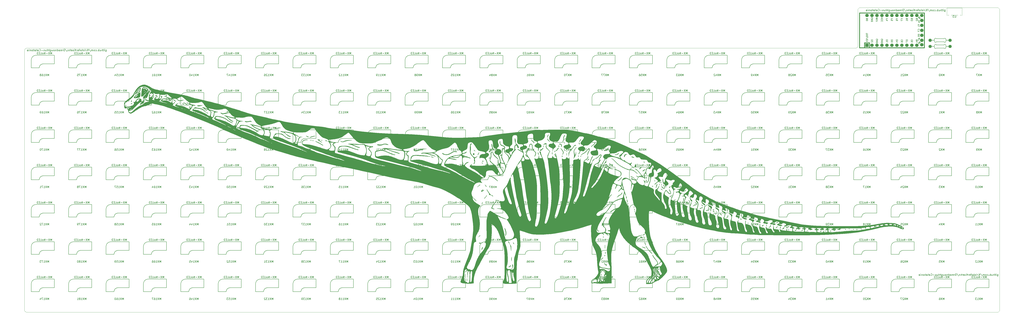
<source format=gbr>
%TF.GenerationSoftware,KiCad,Pcbnew,(6.0.5)*%
%TF.CreationDate,2022-08-07T16:14:43-07:00*%
%TF.ProjectId,Dreadnoughtus,44726561-646e-46f7-9567-687475732e6b,rev?*%
%TF.SameCoordinates,Original*%
%TF.FileFunction,Legend,Bot*%
%TF.FilePolarity,Positive*%
%FSLAX46Y46*%
G04 Gerber Fmt 4.6, Leading zero omitted, Abs format (unit mm)*
G04 Created by KiCad (PCBNEW (6.0.5)) date 2022-08-07 16:14:43*
%MOMM*%
%LPD*%
G01*
G04 APERTURE LIST*
%ADD10C,0.150000*%
%ADD11C,0.120000*%
%TA.AperFunction,Profile*%
%ADD12C,0.100000*%
%TD*%
%ADD13C,0.127000*%
%ADD14C,0.381000*%
%ADD15C,1.651000*%
%ADD16R,1.752600X1.752600*%
%ADD17C,1.752600*%
G04 APERTURE END LIST*
D10*
X518471007Y-154047906D02*
X518471007Y-154857430D01*
X518518626Y-154952668D01*
X518566245Y-155000287D01*
X518661483Y-155047906D01*
X518804340Y-155047906D01*
X518899578Y-155000287D01*
X518471007Y-154666953D02*
X518566245Y-154714572D01*
X518756721Y-154714572D01*
X518851959Y-154666953D01*
X518899578Y-154619334D01*
X518947197Y-154524096D01*
X518947197Y-154238382D01*
X518899578Y-154143144D01*
X518851959Y-154095525D01*
X518756721Y-154047906D01*
X518566245Y-154047906D01*
X518471007Y-154095525D01*
X517994816Y-154714572D02*
X517994816Y-154047906D01*
X517994816Y-153714572D02*
X518042435Y-153762192D01*
X517994816Y-153809811D01*
X517947197Y-153762192D01*
X517994816Y-153714572D01*
X517994816Y-153809811D01*
X517661483Y-154047906D02*
X517280531Y-154047906D01*
X517518626Y-153714572D02*
X517518626Y-154571715D01*
X517471007Y-154666953D01*
X517375769Y-154714572D01*
X517280531Y-154714572D01*
X516947197Y-154714572D02*
X516947197Y-153714572D01*
X516518626Y-154714572D02*
X516518626Y-154190763D01*
X516566245Y-154095525D01*
X516661483Y-154047906D01*
X516804340Y-154047906D01*
X516899578Y-154095525D01*
X516947197Y-154143144D01*
X515613864Y-154047906D02*
X515613864Y-154714572D01*
X516042435Y-154047906D02*
X516042435Y-154571715D01*
X515994816Y-154666953D01*
X515899578Y-154714572D01*
X515756721Y-154714572D01*
X515661483Y-154666953D01*
X515613864Y-154619334D01*
X515137673Y-154714572D02*
X515137673Y-153714572D01*
X515137673Y-154095525D02*
X515042435Y-154047906D01*
X514851959Y-154047906D01*
X514756721Y-154095525D01*
X514709102Y-154143144D01*
X514661483Y-154238382D01*
X514661483Y-154524096D01*
X514709102Y-154619334D01*
X514756721Y-154666953D01*
X514851959Y-154714572D01*
X515042435Y-154714572D01*
X515137673Y-154666953D01*
X514232912Y-154619334D02*
X514185292Y-154666953D01*
X514232912Y-154714572D01*
X514280531Y-154666953D01*
X514232912Y-154619334D01*
X514232912Y-154714572D01*
X513328150Y-154666953D02*
X513423388Y-154714572D01*
X513613864Y-154714572D01*
X513709102Y-154666953D01*
X513756721Y-154619334D01*
X513804340Y-154524096D01*
X513804340Y-154238382D01*
X513756721Y-154143144D01*
X513709102Y-154095525D01*
X513613864Y-154047906D01*
X513423388Y-154047906D01*
X513328150Y-154095525D01*
X512756721Y-154714572D02*
X512851959Y-154666953D01*
X512899578Y-154619334D01*
X512947197Y-154524096D01*
X512947197Y-154238382D01*
X512899578Y-154143144D01*
X512851959Y-154095525D01*
X512756721Y-154047906D01*
X512613864Y-154047906D01*
X512518626Y-154095525D01*
X512471007Y-154143144D01*
X512423388Y-154238382D01*
X512423388Y-154524096D01*
X512471007Y-154619334D01*
X512518626Y-154666953D01*
X512613864Y-154714572D01*
X512756721Y-154714572D01*
X511994816Y-154714572D02*
X511994816Y-154047906D01*
X511994816Y-154143144D02*
X511947197Y-154095525D01*
X511851959Y-154047906D01*
X511709102Y-154047906D01*
X511613864Y-154095525D01*
X511566245Y-154190763D01*
X511566245Y-154714572D01*
X511566245Y-154190763D02*
X511518626Y-154095525D01*
X511423388Y-154047906D01*
X511280531Y-154047906D01*
X511185292Y-154095525D01*
X511137673Y-154190763D01*
X511137673Y-154714572D01*
X509947197Y-153666953D02*
X510804340Y-154952668D01*
X509613864Y-154714572D02*
X509613864Y-153714572D01*
X509042435Y-154714572D02*
X509471007Y-154143144D01*
X509042435Y-153714572D02*
X509613864Y-154286001D01*
X508613864Y-154714572D02*
X508613864Y-154047906D01*
X508613864Y-154238382D02*
X508566245Y-154143144D01*
X508518626Y-154095525D01*
X508423388Y-154047906D01*
X508328150Y-154047906D01*
X507994816Y-154714572D02*
X507994816Y-154047906D01*
X507994816Y-153714572D02*
X508042435Y-153762192D01*
X507994816Y-153809811D01*
X507947197Y-153762192D01*
X507994816Y-153714572D01*
X507994816Y-153809811D01*
X507566245Y-154666953D02*
X507471007Y-154714572D01*
X507280531Y-154714572D01*
X507185292Y-154666953D01*
X507137673Y-154571715D01*
X507137673Y-154524096D01*
X507185292Y-154428858D01*
X507280531Y-154381239D01*
X507423388Y-154381239D01*
X507518626Y-154333620D01*
X507566245Y-154238382D01*
X507566245Y-154190763D01*
X507518626Y-154095525D01*
X507423388Y-154047906D01*
X507280531Y-154047906D01*
X507185292Y-154095525D01*
X506851959Y-154047906D02*
X506471007Y-154047906D01*
X506709102Y-153714572D02*
X506709102Y-154571715D01*
X506661483Y-154666953D01*
X506566245Y-154714572D01*
X506471007Y-154714572D01*
X505994816Y-154714572D02*
X506090054Y-154666953D01*
X506137673Y-154619334D01*
X506185292Y-154524096D01*
X506185292Y-154238382D01*
X506137673Y-154143144D01*
X506090054Y-154095525D01*
X505994816Y-154047906D01*
X505851959Y-154047906D01*
X505756721Y-154095525D01*
X505709102Y-154143144D01*
X505661483Y-154238382D01*
X505661483Y-154524096D01*
X505709102Y-154619334D01*
X505756721Y-154666953D01*
X505851959Y-154714572D01*
X505994816Y-154714572D01*
X505375769Y-154047906D02*
X504994816Y-154047906D01*
X505232912Y-154714572D02*
X505232912Y-153857430D01*
X505185292Y-153762192D01*
X505090054Y-153714572D01*
X504994816Y-153714572D01*
X504280531Y-154666953D02*
X504375769Y-154714572D01*
X504566245Y-154714572D01*
X504661483Y-154666953D01*
X504709102Y-154571715D01*
X504709102Y-154190763D01*
X504661483Y-154095525D01*
X504566245Y-154047906D01*
X504375769Y-154047906D01*
X504280531Y-154095525D01*
X504232912Y-154190763D01*
X504232912Y-154286001D01*
X504709102Y-154381239D01*
X503804340Y-154714572D02*
X503804340Y-154047906D01*
X503804340Y-154238382D02*
X503756721Y-154143144D01*
X503709102Y-154095525D01*
X503613864Y-154047906D01*
X503518626Y-154047906D01*
X503185292Y-154714572D02*
X503185292Y-153714572D01*
X502613864Y-154714572D02*
X503042435Y-154143144D01*
X502613864Y-153714572D02*
X503185292Y-154286001D01*
X502042435Y-154714572D02*
X502137673Y-154666953D01*
X502185292Y-154619334D01*
X502232912Y-154524096D01*
X502232912Y-154238382D01*
X502185292Y-154143144D01*
X502137673Y-154095525D01*
X502042435Y-154047906D01*
X501899578Y-154047906D01*
X501804340Y-154095525D01*
X501756721Y-154143144D01*
X501709102Y-154238382D01*
X501709102Y-154524096D01*
X501756721Y-154619334D01*
X501804340Y-154666953D01*
X501899578Y-154714572D01*
X502042435Y-154714572D01*
X500899578Y-154666953D02*
X500994816Y-154714572D01*
X501185292Y-154714572D01*
X501280531Y-154666953D01*
X501328150Y-154571715D01*
X501328150Y-154190763D01*
X501280531Y-154095525D01*
X501185292Y-154047906D01*
X500994816Y-154047906D01*
X500899578Y-154095525D01*
X500851959Y-154190763D01*
X500851959Y-154286001D01*
X501328150Y-154381239D01*
X500423388Y-154714572D02*
X500423388Y-153714572D01*
X499994816Y-154714572D02*
X499994816Y-154190763D01*
X500042435Y-154095525D01*
X500137673Y-154047906D01*
X500280531Y-154047906D01*
X500375769Y-154095525D01*
X500423388Y-154143144D01*
X499518626Y-154047906D02*
X499518626Y-154714572D01*
X499518626Y-154143144D02*
X499471007Y-154095525D01*
X499375769Y-154047906D01*
X499232912Y-154047906D01*
X499137673Y-154095525D01*
X499090054Y-154190763D01*
X499090054Y-154714572D01*
X497899578Y-153666953D02*
X498756721Y-154952668D01*
X497566245Y-154714572D02*
X497566245Y-153714572D01*
X497328150Y-153714572D01*
X497185292Y-153762192D01*
X497090054Y-153857430D01*
X497042435Y-153952668D01*
X496994816Y-154143144D01*
X496994816Y-154286001D01*
X497042435Y-154476477D01*
X497090054Y-154571715D01*
X497185292Y-154666953D01*
X497328150Y-154714572D01*
X497566245Y-154714572D01*
X496566245Y-154714572D02*
X496566245Y-154047906D01*
X496566245Y-154238382D02*
X496518626Y-154143144D01*
X496471007Y-154095525D01*
X496375769Y-154047906D01*
X496280531Y-154047906D01*
X495566245Y-154666953D02*
X495661483Y-154714572D01*
X495851959Y-154714572D01*
X495947197Y-154666953D01*
X495994816Y-154571715D01*
X495994816Y-154190763D01*
X495947197Y-154095525D01*
X495851959Y-154047906D01*
X495661483Y-154047906D01*
X495566245Y-154095525D01*
X495518626Y-154190763D01*
X495518626Y-154286001D01*
X495994816Y-154381239D01*
X494661483Y-154714572D02*
X494661483Y-154190763D01*
X494709102Y-154095525D01*
X494804340Y-154047906D01*
X494994816Y-154047906D01*
X495090054Y-154095525D01*
X494661483Y-154666953D02*
X494756721Y-154714572D01*
X494994816Y-154714572D01*
X495090054Y-154666953D01*
X495137673Y-154571715D01*
X495137673Y-154476477D01*
X495090054Y-154381239D01*
X494994816Y-154333620D01*
X494756721Y-154333620D01*
X494661483Y-154286001D01*
X493756721Y-154714572D02*
X493756721Y-153714572D01*
X493756721Y-154666953D02*
X493851959Y-154714572D01*
X494042435Y-154714572D01*
X494137673Y-154666953D01*
X494185292Y-154619334D01*
X494232912Y-154524096D01*
X494232912Y-154238382D01*
X494185292Y-154143144D01*
X494137673Y-154095525D01*
X494042435Y-154047906D01*
X493851959Y-154047906D01*
X493756721Y-154095525D01*
X493280531Y-154047906D02*
X493280531Y-154714572D01*
X493280531Y-154143144D02*
X493232912Y-154095525D01*
X493137673Y-154047906D01*
X492994816Y-154047906D01*
X492899578Y-154095525D01*
X492851959Y-154190763D01*
X492851959Y-154714572D01*
X492232912Y-154714572D02*
X492328150Y-154666953D01*
X492375769Y-154619334D01*
X492423388Y-154524096D01*
X492423388Y-154238382D01*
X492375769Y-154143144D01*
X492328150Y-154095525D01*
X492232912Y-154047906D01*
X492090054Y-154047906D01*
X491994816Y-154095525D01*
X491947197Y-154143144D01*
X491899578Y-154238382D01*
X491899578Y-154524096D01*
X491947197Y-154619334D01*
X491994816Y-154666953D01*
X492090054Y-154714572D01*
X492232912Y-154714572D01*
X491042435Y-154047906D02*
X491042435Y-154714572D01*
X491471007Y-154047906D02*
X491471007Y-154571715D01*
X491423388Y-154666953D01*
X491328150Y-154714572D01*
X491185292Y-154714572D01*
X491090054Y-154666953D01*
X491042435Y-154619334D01*
X490137673Y-154047906D02*
X490137673Y-154857430D01*
X490185292Y-154952668D01*
X490232912Y-155000287D01*
X490328150Y-155047906D01*
X490471007Y-155047906D01*
X490566245Y-155000287D01*
X490137673Y-154666953D02*
X490232912Y-154714572D01*
X490423388Y-154714572D01*
X490518626Y-154666953D01*
X490566245Y-154619334D01*
X490613864Y-154524096D01*
X490613864Y-154238382D01*
X490566245Y-154143144D01*
X490518626Y-154095525D01*
X490423388Y-154047906D01*
X490232912Y-154047906D01*
X490137673Y-154095525D01*
X489661483Y-154714572D02*
X489661483Y-153714572D01*
X489232912Y-154714572D02*
X489232912Y-154190763D01*
X489280531Y-154095525D01*
X489375769Y-154047906D01*
X489518626Y-154047906D01*
X489613864Y-154095525D01*
X489661483Y-154143144D01*
X488899578Y-154047906D02*
X488518626Y-154047906D01*
X488756721Y-153714572D02*
X488756721Y-154571715D01*
X488709102Y-154666953D01*
X488613864Y-154714572D01*
X488518626Y-154714572D01*
X487756721Y-154047906D02*
X487756721Y-154714572D01*
X488185292Y-154047906D02*
X488185292Y-154571715D01*
X488137673Y-154666953D01*
X488042435Y-154714572D01*
X487899578Y-154714572D01*
X487804340Y-154666953D01*
X487756721Y-154619334D01*
X487328150Y-154666953D02*
X487232912Y-154714572D01*
X487042435Y-154714572D01*
X486947197Y-154666953D01*
X486899578Y-154571715D01*
X486899578Y-154524096D01*
X486947197Y-154428858D01*
X487042435Y-154381239D01*
X487185292Y-154381239D01*
X487280531Y-154333620D01*
X487328150Y-154238382D01*
X487328150Y-154190763D01*
X487280531Y-154095525D01*
X487185292Y-154047906D01*
X487042435Y-154047906D01*
X486947197Y-154095525D01*
X486471007Y-154333620D02*
X485709102Y-154333620D01*
X484661483Y-154619334D02*
X484709102Y-154666953D01*
X484851959Y-154714572D01*
X484947197Y-154714572D01*
X485090054Y-154666953D01*
X485185292Y-154571715D01*
X485232912Y-154476477D01*
X485280531Y-154286001D01*
X485280531Y-154143144D01*
X485232912Y-153952668D01*
X485185292Y-153857430D01*
X485090054Y-153762192D01*
X484947197Y-153714572D01*
X484851959Y-153714572D01*
X484709102Y-153762192D01*
X484661483Y-153809811D01*
X483804340Y-154714572D02*
X483804340Y-154190763D01*
X483851959Y-154095525D01*
X483947197Y-154047906D01*
X484137673Y-154047906D01*
X484232912Y-154095525D01*
X483804340Y-154666953D02*
X483899578Y-154714572D01*
X484137673Y-154714572D01*
X484232912Y-154666953D01*
X484280531Y-154571715D01*
X484280531Y-154476477D01*
X484232912Y-154381239D01*
X484137673Y-154333620D01*
X483899578Y-154333620D01*
X483804340Y-154286001D01*
X483471007Y-154047906D02*
X483090054Y-154047906D01*
X483328150Y-153714572D02*
X483328150Y-154571715D01*
X483280531Y-154666953D01*
X483185292Y-154714572D01*
X483090054Y-154714572D01*
X482328150Y-154714572D02*
X482328150Y-154190763D01*
X482375769Y-154095525D01*
X482471007Y-154047906D01*
X482661483Y-154047906D01*
X482756721Y-154095525D01*
X482328150Y-154666953D02*
X482423388Y-154714572D01*
X482661483Y-154714572D01*
X482756721Y-154666953D01*
X482804340Y-154571715D01*
X482804340Y-154476477D01*
X482756721Y-154381239D01*
X482661483Y-154333620D01*
X482423388Y-154333620D01*
X482328150Y-154286001D01*
X481994816Y-154047906D02*
X481613864Y-154047906D01*
X481851959Y-153714572D02*
X481851959Y-154571715D01*
X481804340Y-154666953D01*
X481709102Y-154714572D01*
X481613864Y-154714572D01*
X481137673Y-154714572D02*
X481232912Y-154666953D01*
X481280531Y-154619334D01*
X481328150Y-154524096D01*
X481328150Y-154238382D01*
X481280531Y-154143144D01*
X481232912Y-154095525D01*
X481137673Y-154047906D01*
X480994816Y-154047906D01*
X480899578Y-154095525D01*
X480851959Y-154143144D01*
X480804340Y-154238382D01*
X480804340Y-154524096D01*
X480851959Y-154619334D01*
X480899578Y-154666953D01*
X480994816Y-154714572D01*
X481137673Y-154714572D01*
X480375769Y-154047906D02*
X480375769Y-154714572D01*
X480375769Y-154143144D02*
X480328150Y-154095525D01*
X480232912Y-154047906D01*
X480090054Y-154047906D01*
X479994816Y-154095525D01*
X479947197Y-154190763D01*
X479947197Y-154714572D01*
X479471007Y-154714572D02*
X479471007Y-154047906D01*
X479471007Y-153714572D02*
X479518626Y-153762192D01*
X479471007Y-153809811D01*
X479423388Y-153762192D01*
X479471007Y-153714572D01*
X479471007Y-153809811D01*
X478566245Y-154714572D02*
X478566245Y-154190763D01*
X478613864Y-154095525D01*
X478709102Y-154047906D01*
X478899578Y-154047906D01*
X478994816Y-154095525D01*
X478566245Y-154666953D02*
X478661483Y-154714572D01*
X478899578Y-154714572D01*
X478994816Y-154666953D01*
X479042435Y-154571715D01*
X479042435Y-154476477D01*
X478994816Y-154381239D01*
X478899578Y-154333620D01*
X478661483Y-154333620D01*
X478566245Y-154286001D01*
X64125577Y-39377493D02*
X64125577Y-40187017D01*
X64173196Y-40282255D01*
X64220815Y-40329874D01*
X64316053Y-40377493D01*
X64458910Y-40377493D01*
X64554148Y-40329874D01*
X64125577Y-39996540D02*
X64220815Y-40044159D01*
X64411291Y-40044159D01*
X64506529Y-39996540D01*
X64554148Y-39948921D01*
X64601767Y-39853683D01*
X64601767Y-39567969D01*
X64554148Y-39472731D01*
X64506529Y-39425112D01*
X64411291Y-39377493D01*
X64220815Y-39377493D01*
X64125577Y-39425112D01*
X63649386Y-40044159D02*
X63649386Y-39377493D01*
X63649386Y-39044159D02*
X63697005Y-39091779D01*
X63649386Y-39139398D01*
X63601767Y-39091779D01*
X63649386Y-39044159D01*
X63649386Y-39139398D01*
X63316053Y-39377493D02*
X62935101Y-39377493D01*
X63173196Y-39044159D02*
X63173196Y-39901302D01*
X63125577Y-39996540D01*
X63030339Y-40044159D01*
X62935101Y-40044159D01*
X62601767Y-40044159D02*
X62601767Y-39044159D01*
X62173196Y-40044159D02*
X62173196Y-39520350D01*
X62220815Y-39425112D01*
X62316053Y-39377493D01*
X62458910Y-39377493D01*
X62554148Y-39425112D01*
X62601767Y-39472731D01*
X61268434Y-39377493D02*
X61268434Y-40044159D01*
X61697005Y-39377493D02*
X61697005Y-39901302D01*
X61649386Y-39996540D01*
X61554148Y-40044159D01*
X61411291Y-40044159D01*
X61316053Y-39996540D01*
X61268434Y-39948921D01*
X60792243Y-40044159D02*
X60792243Y-39044159D01*
X60792243Y-39425112D02*
X60697005Y-39377493D01*
X60506529Y-39377493D01*
X60411291Y-39425112D01*
X60363672Y-39472731D01*
X60316053Y-39567969D01*
X60316053Y-39853683D01*
X60363672Y-39948921D01*
X60411291Y-39996540D01*
X60506529Y-40044159D01*
X60697005Y-40044159D01*
X60792243Y-39996540D01*
X59887482Y-39948921D02*
X59839862Y-39996540D01*
X59887482Y-40044159D01*
X59935101Y-39996540D01*
X59887482Y-39948921D01*
X59887482Y-40044159D01*
X58982720Y-39996540D02*
X59077958Y-40044159D01*
X59268434Y-40044159D01*
X59363672Y-39996540D01*
X59411291Y-39948921D01*
X59458910Y-39853683D01*
X59458910Y-39567969D01*
X59411291Y-39472731D01*
X59363672Y-39425112D01*
X59268434Y-39377493D01*
X59077958Y-39377493D01*
X58982720Y-39425112D01*
X58411291Y-40044159D02*
X58506529Y-39996540D01*
X58554148Y-39948921D01*
X58601767Y-39853683D01*
X58601767Y-39567969D01*
X58554148Y-39472731D01*
X58506529Y-39425112D01*
X58411291Y-39377493D01*
X58268434Y-39377493D01*
X58173196Y-39425112D01*
X58125577Y-39472731D01*
X58077958Y-39567969D01*
X58077958Y-39853683D01*
X58125577Y-39948921D01*
X58173196Y-39996540D01*
X58268434Y-40044159D01*
X58411291Y-40044159D01*
X57649386Y-40044159D02*
X57649386Y-39377493D01*
X57649386Y-39472731D02*
X57601767Y-39425112D01*
X57506529Y-39377493D01*
X57363672Y-39377493D01*
X57268434Y-39425112D01*
X57220815Y-39520350D01*
X57220815Y-40044159D01*
X57220815Y-39520350D02*
X57173196Y-39425112D01*
X57077958Y-39377493D01*
X56935101Y-39377493D01*
X56839862Y-39425112D01*
X56792243Y-39520350D01*
X56792243Y-40044159D01*
X55601767Y-38996540D02*
X56458910Y-40282255D01*
X55268434Y-40044159D02*
X55268434Y-39044159D01*
X54697005Y-40044159D02*
X55125577Y-39472731D01*
X54697005Y-39044159D02*
X55268434Y-39615588D01*
X54268434Y-40044159D02*
X54268434Y-39377493D01*
X54268434Y-39567969D02*
X54220815Y-39472731D01*
X54173196Y-39425112D01*
X54077958Y-39377493D01*
X53982720Y-39377493D01*
X53649386Y-40044159D02*
X53649386Y-39377493D01*
X53649386Y-39044159D02*
X53697005Y-39091779D01*
X53649386Y-39139398D01*
X53601767Y-39091779D01*
X53649386Y-39044159D01*
X53649386Y-39139398D01*
X53220815Y-39996540D02*
X53125577Y-40044159D01*
X52935101Y-40044159D01*
X52839862Y-39996540D01*
X52792243Y-39901302D01*
X52792243Y-39853683D01*
X52839862Y-39758445D01*
X52935101Y-39710826D01*
X53077958Y-39710826D01*
X53173196Y-39663207D01*
X53220815Y-39567969D01*
X53220815Y-39520350D01*
X53173196Y-39425112D01*
X53077958Y-39377493D01*
X52935101Y-39377493D01*
X52839862Y-39425112D01*
X52506529Y-39377493D02*
X52125577Y-39377493D01*
X52363672Y-39044159D02*
X52363672Y-39901302D01*
X52316053Y-39996540D01*
X52220815Y-40044159D01*
X52125577Y-40044159D01*
X51649386Y-40044159D02*
X51744624Y-39996540D01*
X51792243Y-39948921D01*
X51839862Y-39853683D01*
X51839862Y-39567969D01*
X51792243Y-39472731D01*
X51744624Y-39425112D01*
X51649386Y-39377493D01*
X51506529Y-39377493D01*
X51411291Y-39425112D01*
X51363672Y-39472731D01*
X51316053Y-39567969D01*
X51316053Y-39853683D01*
X51363672Y-39948921D01*
X51411291Y-39996540D01*
X51506529Y-40044159D01*
X51649386Y-40044159D01*
X51030339Y-39377493D02*
X50649386Y-39377493D01*
X50887482Y-40044159D02*
X50887482Y-39187017D01*
X50839862Y-39091779D01*
X50744624Y-39044159D01*
X50649386Y-39044159D01*
X49935101Y-39996540D02*
X50030339Y-40044159D01*
X50220815Y-40044159D01*
X50316053Y-39996540D01*
X50363672Y-39901302D01*
X50363672Y-39520350D01*
X50316053Y-39425112D01*
X50220815Y-39377493D01*
X50030339Y-39377493D01*
X49935101Y-39425112D01*
X49887482Y-39520350D01*
X49887482Y-39615588D01*
X50363672Y-39710826D01*
X49458910Y-40044159D02*
X49458910Y-39377493D01*
X49458910Y-39567969D02*
X49411291Y-39472731D01*
X49363672Y-39425112D01*
X49268434Y-39377493D01*
X49173196Y-39377493D01*
X48839862Y-40044159D02*
X48839862Y-39044159D01*
X48268434Y-40044159D02*
X48697005Y-39472731D01*
X48268434Y-39044159D02*
X48839862Y-39615588D01*
X47697005Y-40044159D02*
X47792243Y-39996540D01*
X47839862Y-39948921D01*
X47887482Y-39853683D01*
X47887482Y-39567969D01*
X47839862Y-39472731D01*
X47792243Y-39425112D01*
X47697005Y-39377493D01*
X47554148Y-39377493D01*
X47458910Y-39425112D01*
X47411291Y-39472731D01*
X47363672Y-39567969D01*
X47363672Y-39853683D01*
X47411291Y-39948921D01*
X47458910Y-39996540D01*
X47554148Y-40044159D01*
X47697005Y-40044159D01*
X46554148Y-39996540D02*
X46649386Y-40044159D01*
X46839862Y-40044159D01*
X46935101Y-39996540D01*
X46982720Y-39901302D01*
X46982720Y-39520350D01*
X46935101Y-39425112D01*
X46839862Y-39377493D01*
X46649386Y-39377493D01*
X46554148Y-39425112D01*
X46506529Y-39520350D01*
X46506529Y-39615588D01*
X46982720Y-39710826D01*
X46077958Y-40044159D02*
X46077958Y-39044159D01*
X45649386Y-40044159D02*
X45649386Y-39520350D01*
X45697005Y-39425112D01*
X45792243Y-39377493D01*
X45935101Y-39377493D01*
X46030339Y-39425112D01*
X46077958Y-39472731D01*
X45173196Y-39377493D02*
X45173196Y-40044159D01*
X45173196Y-39472731D02*
X45125577Y-39425112D01*
X45030339Y-39377493D01*
X44887482Y-39377493D01*
X44792243Y-39425112D01*
X44744624Y-39520350D01*
X44744624Y-40044159D01*
X43554148Y-38996540D02*
X44411291Y-40282255D01*
X43220815Y-40044159D02*
X43220815Y-39044159D01*
X42982720Y-39044159D01*
X42839862Y-39091779D01*
X42744624Y-39187017D01*
X42697005Y-39282255D01*
X42649386Y-39472731D01*
X42649386Y-39615588D01*
X42697005Y-39806064D01*
X42744624Y-39901302D01*
X42839862Y-39996540D01*
X42982720Y-40044159D01*
X43220815Y-40044159D01*
X42220815Y-40044159D02*
X42220815Y-39377493D01*
X42220815Y-39567969D02*
X42173196Y-39472731D01*
X42125577Y-39425112D01*
X42030339Y-39377493D01*
X41935101Y-39377493D01*
X41220815Y-39996540D02*
X41316053Y-40044159D01*
X41506529Y-40044159D01*
X41601767Y-39996540D01*
X41649386Y-39901302D01*
X41649386Y-39520350D01*
X41601767Y-39425112D01*
X41506529Y-39377493D01*
X41316053Y-39377493D01*
X41220815Y-39425112D01*
X41173196Y-39520350D01*
X41173196Y-39615588D01*
X41649386Y-39710826D01*
X40316053Y-40044159D02*
X40316053Y-39520350D01*
X40363672Y-39425112D01*
X40458910Y-39377493D01*
X40649386Y-39377493D01*
X40744624Y-39425112D01*
X40316053Y-39996540D02*
X40411291Y-40044159D01*
X40649386Y-40044159D01*
X40744624Y-39996540D01*
X40792243Y-39901302D01*
X40792243Y-39806064D01*
X40744624Y-39710826D01*
X40649386Y-39663207D01*
X40411291Y-39663207D01*
X40316053Y-39615588D01*
X39411291Y-40044159D02*
X39411291Y-39044159D01*
X39411291Y-39996540D02*
X39506529Y-40044159D01*
X39697005Y-40044159D01*
X39792243Y-39996540D01*
X39839862Y-39948921D01*
X39887482Y-39853683D01*
X39887482Y-39567969D01*
X39839862Y-39472731D01*
X39792243Y-39425112D01*
X39697005Y-39377493D01*
X39506529Y-39377493D01*
X39411291Y-39425112D01*
X38935101Y-39377493D02*
X38935101Y-40044159D01*
X38935101Y-39472731D02*
X38887482Y-39425112D01*
X38792243Y-39377493D01*
X38649386Y-39377493D01*
X38554148Y-39425112D01*
X38506529Y-39520350D01*
X38506529Y-40044159D01*
X37887482Y-40044159D02*
X37982720Y-39996540D01*
X38030339Y-39948921D01*
X38077958Y-39853683D01*
X38077958Y-39567969D01*
X38030339Y-39472731D01*
X37982720Y-39425112D01*
X37887482Y-39377493D01*
X37744624Y-39377493D01*
X37649386Y-39425112D01*
X37601767Y-39472731D01*
X37554148Y-39567969D01*
X37554148Y-39853683D01*
X37601767Y-39948921D01*
X37649386Y-39996540D01*
X37744624Y-40044159D01*
X37887482Y-40044159D01*
X36697005Y-39377493D02*
X36697005Y-40044159D01*
X37125577Y-39377493D02*
X37125577Y-39901302D01*
X37077958Y-39996540D01*
X36982720Y-40044159D01*
X36839862Y-40044159D01*
X36744624Y-39996540D01*
X36697005Y-39948921D01*
X35792243Y-39377493D02*
X35792243Y-40187017D01*
X35839862Y-40282255D01*
X35887482Y-40329874D01*
X35982720Y-40377493D01*
X36125577Y-40377493D01*
X36220815Y-40329874D01*
X35792243Y-39996540D02*
X35887482Y-40044159D01*
X36077958Y-40044159D01*
X36173196Y-39996540D01*
X36220815Y-39948921D01*
X36268434Y-39853683D01*
X36268434Y-39567969D01*
X36220815Y-39472731D01*
X36173196Y-39425112D01*
X36077958Y-39377493D01*
X35887482Y-39377493D01*
X35792243Y-39425112D01*
X35316053Y-40044159D02*
X35316053Y-39044159D01*
X34887482Y-40044159D02*
X34887482Y-39520350D01*
X34935101Y-39425112D01*
X35030339Y-39377493D01*
X35173196Y-39377493D01*
X35268434Y-39425112D01*
X35316053Y-39472731D01*
X34554148Y-39377493D02*
X34173196Y-39377493D01*
X34411291Y-39044159D02*
X34411291Y-39901302D01*
X34363672Y-39996540D01*
X34268434Y-40044159D01*
X34173196Y-40044159D01*
X33411291Y-39377493D02*
X33411291Y-40044159D01*
X33839862Y-39377493D02*
X33839862Y-39901302D01*
X33792243Y-39996540D01*
X33697005Y-40044159D01*
X33554148Y-40044159D01*
X33458910Y-39996540D01*
X33411291Y-39948921D01*
X32982720Y-39996540D02*
X32887482Y-40044159D01*
X32697005Y-40044159D01*
X32601767Y-39996540D01*
X32554148Y-39901302D01*
X32554148Y-39853683D01*
X32601767Y-39758445D01*
X32697005Y-39710826D01*
X32839862Y-39710826D01*
X32935101Y-39663207D01*
X32982720Y-39567969D01*
X32982720Y-39520350D01*
X32935101Y-39425112D01*
X32839862Y-39377493D01*
X32697005Y-39377493D01*
X32601767Y-39425112D01*
X32125577Y-39663207D02*
X31363672Y-39663207D01*
X30316053Y-39948921D02*
X30363672Y-39996540D01*
X30506529Y-40044159D01*
X30601767Y-40044159D01*
X30744624Y-39996540D01*
X30839862Y-39901302D01*
X30887482Y-39806064D01*
X30935101Y-39615588D01*
X30935101Y-39472731D01*
X30887482Y-39282255D01*
X30839862Y-39187017D01*
X30744624Y-39091779D01*
X30601767Y-39044159D01*
X30506529Y-39044159D01*
X30363672Y-39091779D01*
X30316053Y-39139398D01*
X29458910Y-40044159D02*
X29458910Y-39520350D01*
X29506529Y-39425112D01*
X29601767Y-39377493D01*
X29792243Y-39377493D01*
X29887482Y-39425112D01*
X29458910Y-39996540D02*
X29554148Y-40044159D01*
X29792243Y-40044159D01*
X29887482Y-39996540D01*
X29935101Y-39901302D01*
X29935101Y-39806064D01*
X29887482Y-39710826D01*
X29792243Y-39663207D01*
X29554148Y-39663207D01*
X29458910Y-39615588D01*
X29125577Y-39377493D02*
X28744624Y-39377493D01*
X28982720Y-39044159D02*
X28982720Y-39901302D01*
X28935101Y-39996540D01*
X28839862Y-40044159D01*
X28744624Y-40044159D01*
X27982720Y-40044159D02*
X27982720Y-39520350D01*
X28030339Y-39425112D01*
X28125577Y-39377493D01*
X28316053Y-39377493D01*
X28411291Y-39425112D01*
X27982720Y-39996540D02*
X28077958Y-40044159D01*
X28316053Y-40044159D01*
X28411291Y-39996540D01*
X28458910Y-39901302D01*
X28458910Y-39806064D01*
X28411291Y-39710826D01*
X28316053Y-39663207D01*
X28077958Y-39663207D01*
X27982720Y-39615588D01*
X27649386Y-39377493D02*
X27268434Y-39377493D01*
X27506529Y-39044159D02*
X27506529Y-39901302D01*
X27458910Y-39996540D01*
X27363672Y-40044159D01*
X27268434Y-40044159D01*
X26792243Y-40044159D02*
X26887482Y-39996540D01*
X26935101Y-39948921D01*
X26982720Y-39853683D01*
X26982720Y-39567969D01*
X26935101Y-39472731D01*
X26887482Y-39425112D01*
X26792243Y-39377493D01*
X26649386Y-39377493D01*
X26554148Y-39425112D01*
X26506529Y-39472731D01*
X26458910Y-39567969D01*
X26458910Y-39853683D01*
X26506529Y-39948921D01*
X26554148Y-39996540D01*
X26649386Y-40044159D01*
X26792243Y-40044159D01*
X26030339Y-39377493D02*
X26030339Y-40044159D01*
X26030339Y-39472731D02*
X25982720Y-39425112D01*
X25887482Y-39377493D01*
X25744624Y-39377493D01*
X25649386Y-39425112D01*
X25601767Y-39520350D01*
X25601767Y-40044159D01*
X25125577Y-40044159D02*
X25125577Y-39377493D01*
X25125577Y-39044159D02*
X25173196Y-39091779D01*
X25125577Y-39139398D01*
X25077958Y-39091779D01*
X25125577Y-39044159D01*
X25125577Y-39139398D01*
X24220815Y-40044159D02*
X24220815Y-39520350D01*
X24268434Y-39425112D01*
X24363672Y-39377493D01*
X24554148Y-39377493D01*
X24649386Y-39425112D01*
X24220815Y-39996540D02*
X24316053Y-40044159D01*
X24554148Y-40044159D01*
X24649386Y-39996540D01*
X24697005Y-39901302D01*
X24697005Y-39806064D01*
X24649386Y-39710826D01*
X24554148Y-39663207D01*
X24316053Y-39663207D01*
X24220815Y-39615588D01*
X491581552Y-18954574D02*
X491581552Y-19764098D01*
X491629171Y-19859336D01*
X491676790Y-19906955D01*
X491772028Y-19954574D01*
X491914885Y-19954574D01*
X492010123Y-19906955D01*
X491581552Y-19573621D02*
X491676790Y-19621240D01*
X491867266Y-19621240D01*
X491962504Y-19573621D01*
X492010123Y-19526002D01*
X492057742Y-19430764D01*
X492057742Y-19145050D01*
X492010123Y-19049812D01*
X491962504Y-19002193D01*
X491867266Y-18954574D01*
X491676790Y-18954574D01*
X491581552Y-19002193D01*
X491105361Y-19621240D02*
X491105361Y-18954574D01*
X491105361Y-18621240D02*
X491152980Y-18668860D01*
X491105361Y-18716479D01*
X491057742Y-18668860D01*
X491105361Y-18621240D01*
X491105361Y-18716479D01*
X490772028Y-18954574D02*
X490391076Y-18954574D01*
X490629171Y-18621240D02*
X490629171Y-19478383D01*
X490581552Y-19573621D01*
X490486314Y-19621240D01*
X490391076Y-19621240D01*
X490057742Y-19621240D02*
X490057742Y-18621240D01*
X489629171Y-19621240D02*
X489629171Y-19097431D01*
X489676790Y-19002193D01*
X489772028Y-18954574D01*
X489914885Y-18954574D01*
X490010123Y-19002193D01*
X490057742Y-19049812D01*
X488724409Y-18954574D02*
X488724409Y-19621240D01*
X489152980Y-18954574D02*
X489152980Y-19478383D01*
X489105361Y-19573621D01*
X489010123Y-19621240D01*
X488867266Y-19621240D01*
X488772028Y-19573621D01*
X488724409Y-19526002D01*
X488248218Y-19621240D02*
X488248218Y-18621240D01*
X488248218Y-19002193D02*
X488152980Y-18954574D01*
X487962504Y-18954574D01*
X487867266Y-19002193D01*
X487819647Y-19049812D01*
X487772028Y-19145050D01*
X487772028Y-19430764D01*
X487819647Y-19526002D01*
X487867266Y-19573621D01*
X487962504Y-19621240D01*
X488152980Y-19621240D01*
X488248218Y-19573621D01*
X487343457Y-19526002D02*
X487295837Y-19573621D01*
X487343457Y-19621240D01*
X487391076Y-19573621D01*
X487343457Y-19526002D01*
X487343457Y-19621240D01*
X486438695Y-19573621D02*
X486533933Y-19621240D01*
X486724409Y-19621240D01*
X486819647Y-19573621D01*
X486867266Y-19526002D01*
X486914885Y-19430764D01*
X486914885Y-19145050D01*
X486867266Y-19049812D01*
X486819647Y-19002193D01*
X486724409Y-18954574D01*
X486533933Y-18954574D01*
X486438695Y-19002193D01*
X485867266Y-19621240D02*
X485962504Y-19573621D01*
X486010123Y-19526002D01*
X486057742Y-19430764D01*
X486057742Y-19145050D01*
X486010123Y-19049812D01*
X485962504Y-19002193D01*
X485867266Y-18954574D01*
X485724409Y-18954574D01*
X485629171Y-19002193D01*
X485581552Y-19049812D01*
X485533933Y-19145050D01*
X485533933Y-19430764D01*
X485581552Y-19526002D01*
X485629171Y-19573621D01*
X485724409Y-19621240D01*
X485867266Y-19621240D01*
X485105361Y-19621240D02*
X485105361Y-18954574D01*
X485105361Y-19049812D02*
X485057742Y-19002193D01*
X484962504Y-18954574D01*
X484819647Y-18954574D01*
X484724409Y-19002193D01*
X484676790Y-19097431D01*
X484676790Y-19621240D01*
X484676790Y-19097431D02*
X484629171Y-19002193D01*
X484533933Y-18954574D01*
X484391076Y-18954574D01*
X484295837Y-19002193D01*
X484248218Y-19097431D01*
X484248218Y-19621240D01*
X483057742Y-18573621D02*
X483914885Y-19859336D01*
X482724409Y-19621240D02*
X482724409Y-18621240D01*
X482152980Y-19621240D02*
X482581552Y-19049812D01*
X482152980Y-18621240D02*
X482724409Y-19192669D01*
X481724409Y-19621240D02*
X481724409Y-18954574D01*
X481724409Y-19145050D02*
X481676790Y-19049812D01*
X481629171Y-19002193D01*
X481533933Y-18954574D01*
X481438695Y-18954574D01*
X481105361Y-19621240D02*
X481105361Y-18954574D01*
X481105361Y-18621240D02*
X481152980Y-18668860D01*
X481105361Y-18716479D01*
X481057742Y-18668860D01*
X481105361Y-18621240D01*
X481105361Y-18716479D01*
X480676790Y-19573621D02*
X480581552Y-19621240D01*
X480391076Y-19621240D01*
X480295837Y-19573621D01*
X480248218Y-19478383D01*
X480248218Y-19430764D01*
X480295837Y-19335526D01*
X480391076Y-19287907D01*
X480533933Y-19287907D01*
X480629171Y-19240288D01*
X480676790Y-19145050D01*
X480676790Y-19097431D01*
X480629171Y-19002193D01*
X480533933Y-18954574D01*
X480391076Y-18954574D01*
X480295837Y-19002193D01*
X479962504Y-18954574D02*
X479581552Y-18954574D01*
X479819647Y-18621240D02*
X479819647Y-19478383D01*
X479772028Y-19573621D01*
X479676790Y-19621240D01*
X479581552Y-19621240D01*
X479105361Y-19621240D02*
X479200599Y-19573621D01*
X479248218Y-19526002D01*
X479295837Y-19430764D01*
X479295837Y-19145050D01*
X479248218Y-19049812D01*
X479200599Y-19002193D01*
X479105361Y-18954574D01*
X478962504Y-18954574D01*
X478867266Y-19002193D01*
X478819647Y-19049812D01*
X478772028Y-19145050D01*
X478772028Y-19430764D01*
X478819647Y-19526002D01*
X478867266Y-19573621D01*
X478962504Y-19621240D01*
X479105361Y-19621240D01*
X478486314Y-18954574D02*
X478105361Y-18954574D01*
X478343457Y-19621240D02*
X478343457Y-18764098D01*
X478295837Y-18668860D01*
X478200599Y-18621240D01*
X478105361Y-18621240D01*
X477391076Y-19573621D02*
X477486314Y-19621240D01*
X477676790Y-19621240D01*
X477772028Y-19573621D01*
X477819647Y-19478383D01*
X477819647Y-19097431D01*
X477772028Y-19002193D01*
X477676790Y-18954574D01*
X477486314Y-18954574D01*
X477391076Y-19002193D01*
X477343457Y-19097431D01*
X477343457Y-19192669D01*
X477819647Y-19287907D01*
X476914885Y-19621240D02*
X476914885Y-18954574D01*
X476914885Y-19145050D02*
X476867266Y-19049812D01*
X476819647Y-19002193D01*
X476724409Y-18954574D01*
X476629171Y-18954574D01*
X476295837Y-19621240D02*
X476295837Y-18621240D01*
X475724409Y-19621240D02*
X476152980Y-19049812D01*
X475724409Y-18621240D02*
X476295837Y-19192669D01*
X475152980Y-19621240D02*
X475248218Y-19573621D01*
X475295837Y-19526002D01*
X475343457Y-19430764D01*
X475343457Y-19145050D01*
X475295837Y-19049812D01*
X475248218Y-19002193D01*
X475152980Y-18954574D01*
X475010123Y-18954574D01*
X474914885Y-19002193D01*
X474867266Y-19049812D01*
X474819647Y-19145050D01*
X474819647Y-19430764D01*
X474867266Y-19526002D01*
X474914885Y-19573621D01*
X475010123Y-19621240D01*
X475152980Y-19621240D01*
X474010123Y-19573621D02*
X474105361Y-19621240D01*
X474295837Y-19621240D01*
X474391076Y-19573621D01*
X474438695Y-19478383D01*
X474438695Y-19097431D01*
X474391076Y-19002193D01*
X474295837Y-18954574D01*
X474105361Y-18954574D01*
X474010123Y-19002193D01*
X473962504Y-19097431D01*
X473962504Y-19192669D01*
X474438695Y-19287907D01*
X473533933Y-19621240D02*
X473533933Y-18621240D01*
X473105361Y-19621240D02*
X473105361Y-19097431D01*
X473152980Y-19002193D01*
X473248218Y-18954574D01*
X473391076Y-18954574D01*
X473486314Y-19002193D01*
X473533933Y-19049812D01*
X472629171Y-18954574D02*
X472629171Y-19621240D01*
X472629171Y-19049812D02*
X472581552Y-19002193D01*
X472486314Y-18954574D01*
X472343457Y-18954574D01*
X472248218Y-19002193D01*
X472200599Y-19097431D01*
X472200599Y-19621240D01*
X471010123Y-18573621D02*
X471867266Y-19859336D01*
X470676790Y-19621240D02*
X470676790Y-18621240D01*
X470438695Y-18621240D01*
X470295837Y-18668860D01*
X470200599Y-18764098D01*
X470152980Y-18859336D01*
X470105361Y-19049812D01*
X470105361Y-19192669D01*
X470152980Y-19383145D01*
X470200599Y-19478383D01*
X470295837Y-19573621D01*
X470438695Y-19621240D01*
X470676790Y-19621240D01*
X469676790Y-19621240D02*
X469676790Y-18954574D01*
X469676790Y-19145050D02*
X469629171Y-19049812D01*
X469581552Y-19002193D01*
X469486314Y-18954574D01*
X469391076Y-18954574D01*
X468676790Y-19573621D02*
X468772028Y-19621240D01*
X468962504Y-19621240D01*
X469057742Y-19573621D01*
X469105361Y-19478383D01*
X469105361Y-19097431D01*
X469057742Y-19002193D01*
X468962504Y-18954574D01*
X468772028Y-18954574D01*
X468676790Y-19002193D01*
X468629171Y-19097431D01*
X468629171Y-19192669D01*
X469105361Y-19287907D01*
X467772028Y-19621240D02*
X467772028Y-19097431D01*
X467819647Y-19002193D01*
X467914885Y-18954574D01*
X468105361Y-18954574D01*
X468200599Y-19002193D01*
X467772028Y-19573621D02*
X467867266Y-19621240D01*
X468105361Y-19621240D01*
X468200599Y-19573621D01*
X468248218Y-19478383D01*
X468248218Y-19383145D01*
X468200599Y-19287907D01*
X468105361Y-19240288D01*
X467867266Y-19240288D01*
X467772028Y-19192669D01*
X466867266Y-19621240D02*
X466867266Y-18621240D01*
X466867266Y-19573621D02*
X466962504Y-19621240D01*
X467152980Y-19621240D01*
X467248218Y-19573621D01*
X467295837Y-19526002D01*
X467343457Y-19430764D01*
X467343457Y-19145050D01*
X467295837Y-19049812D01*
X467248218Y-19002193D01*
X467152980Y-18954574D01*
X466962504Y-18954574D01*
X466867266Y-19002193D01*
X466391076Y-18954574D02*
X466391076Y-19621240D01*
X466391076Y-19049812D02*
X466343457Y-19002193D01*
X466248218Y-18954574D01*
X466105361Y-18954574D01*
X466010123Y-19002193D01*
X465962504Y-19097431D01*
X465962504Y-19621240D01*
X465343457Y-19621240D02*
X465438695Y-19573621D01*
X465486314Y-19526002D01*
X465533933Y-19430764D01*
X465533933Y-19145050D01*
X465486314Y-19049812D01*
X465438695Y-19002193D01*
X465343457Y-18954574D01*
X465200599Y-18954574D01*
X465105361Y-19002193D01*
X465057742Y-19049812D01*
X465010123Y-19145050D01*
X465010123Y-19430764D01*
X465057742Y-19526002D01*
X465105361Y-19573621D01*
X465200599Y-19621240D01*
X465343457Y-19621240D01*
X464152980Y-18954574D02*
X464152980Y-19621240D01*
X464581552Y-18954574D02*
X464581552Y-19478383D01*
X464533933Y-19573621D01*
X464438695Y-19621240D01*
X464295837Y-19621240D01*
X464200599Y-19573621D01*
X464152980Y-19526002D01*
X463248218Y-18954574D02*
X463248218Y-19764098D01*
X463295837Y-19859336D01*
X463343457Y-19906955D01*
X463438695Y-19954574D01*
X463581552Y-19954574D01*
X463676790Y-19906955D01*
X463248218Y-19573621D02*
X463343457Y-19621240D01*
X463533933Y-19621240D01*
X463629171Y-19573621D01*
X463676790Y-19526002D01*
X463724409Y-19430764D01*
X463724409Y-19145050D01*
X463676790Y-19049812D01*
X463629171Y-19002193D01*
X463533933Y-18954574D01*
X463343457Y-18954574D01*
X463248218Y-19002193D01*
X462772028Y-19621240D02*
X462772028Y-18621240D01*
X462343457Y-19621240D02*
X462343457Y-19097431D01*
X462391076Y-19002193D01*
X462486314Y-18954574D01*
X462629171Y-18954574D01*
X462724409Y-19002193D01*
X462772028Y-19049812D01*
X462010123Y-18954574D02*
X461629171Y-18954574D01*
X461867266Y-18621240D02*
X461867266Y-19478383D01*
X461819647Y-19573621D01*
X461724409Y-19621240D01*
X461629171Y-19621240D01*
X460867266Y-18954574D02*
X460867266Y-19621240D01*
X461295837Y-18954574D02*
X461295837Y-19478383D01*
X461248218Y-19573621D01*
X461152980Y-19621240D01*
X461010123Y-19621240D01*
X460914885Y-19573621D01*
X460867266Y-19526002D01*
X460438695Y-19573621D02*
X460343457Y-19621240D01*
X460152980Y-19621240D01*
X460057742Y-19573621D01*
X460010123Y-19478383D01*
X460010123Y-19430764D01*
X460057742Y-19335526D01*
X460152980Y-19287907D01*
X460295837Y-19287907D01*
X460391076Y-19240288D01*
X460438695Y-19145050D01*
X460438695Y-19097431D01*
X460391076Y-19002193D01*
X460295837Y-18954574D01*
X460152980Y-18954574D01*
X460057742Y-19002193D01*
X459581552Y-19240288D02*
X458819647Y-19240288D01*
X457772028Y-19526002D02*
X457819647Y-19573621D01*
X457962504Y-19621240D01*
X458057742Y-19621240D01*
X458200599Y-19573621D01*
X458295837Y-19478383D01*
X458343457Y-19383145D01*
X458391076Y-19192669D01*
X458391076Y-19049812D01*
X458343457Y-18859336D01*
X458295837Y-18764098D01*
X458200599Y-18668860D01*
X458057742Y-18621240D01*
X457962504Y-18621240D01*
X457819647Y-18668860D01*
X457772028Y-18716479D01*
X456914885Y-19621240D02*
X456914885Y-19097431D01*
X456962504Y-19002193D01*
X457057742Y-18954574D01*
X457248218Y-18954574D01*
X457343457Y-19002193D01*
X456914885Y-19573621D02*
X457010123Y-19621240D01*
X457248218Y-19621240D01*
X457343457Y-19573621D01*
X457391076Y-19478383D01*
X457391076Y-19383145D01*
X457343457Y-19287907D01*
X457248218Y-19240288D01*
X457010123Y-19240288D01*
X456914885Y-19192669D01*
X456581552Y-18954574D02*
X456200599Y-18954574D01*
X456438695Y-18621240D02*
X456438695Y-19478383D01*
X456391076Y-19573621D01*
X456295837Y-19621240D01*
X456200599Y-19621240D01*
X455438695Y-19621240D02*
X455438695Y-19097431D01*
X455486314Y-19002193D01*
X455581552Y-18954574D01*
X455772028Y-18954574D01*
X455867266Y-19002193D01*
X455438695Y-19573621D02*
X455533933Y-19621240D01*
X455772028Y-19621240D01*
X455867266Y-19573621D01*
X455914885Y-19478383D01*
X455914885Y-19383145D01*
X455867266Y-19287907D01*
X455772028Y-19240288D01*
X455533933Y-19240288D01*
X455438695Y-19192669D01*
X455105361Y-18954574D02*
X454724409Y-18954574D01*
X454962504Y-18621240D02*
X454962504Y-19478383D01*
X454914885Y-19573621D01*
X454819647Y-19621240D01*
X454724409Y-19621240D01*
X454248218Y-19621240D02*
X454343457Y-19573621D01*
X454391076Y-19526002D01*
X454438695Y-19430764D01*
X454438695Y-19145050D01*
X454391076Y-19049812D01*
X454343457Y-19002193D01*
X454248218Y-18954574D01*
X454105361Y-18954574D01*
X454010123Y-19002193D01*
X453962504Y-19049812D01*
X453914885Y-19145050D01*
X453914885Y-19430764D01*
X453962504Y-19526002D01*
X454010123Y-19573621D01*
X454105361Y-19621240D01*
X454248218Y-19621240D01*
X453486314Y-18954574D02*
X453486314Y-19621240D01*
X453486314Y-19049812D02*
X453438695Y-19002193D01*
X453343457Y-18954574D01*
X453200599Y-18954574D01*
X453105361Y-19002193D01*
X453057742Y-19097431D01*
X453057742Y-19621240D01*
X452581552Y-19621240D02*
X452581552Y-18954574D01*
X452581552Y-18621240D02*
X452629171Y-18668860D01*
X452581552Y-18716479D01*
X452533933Y-18668860D01*
X452581552Y-18621240D01*
X452581552Y-18716479D01*
X451676790Y-19621240D02*
X451676790Y-19097431D01*
X451724409Y-19002193D01*
X451819647Y-18954574D01*
X452010123Y-18954574D01*
X452105361Y-19002193D01*
X451676790Y-19573621D02*
X451772028Y-19621240D01*
X452010123Y-19621240D01*
X452105361Y-19573621D01*
X452152980Y-19478383D01*
X452152980Y-19383145D01*
X452105361Y-19287907D01*
X452010123Y-19240288D01*
X451772028Y-19240288D01*
X451676790Y-19192669D01*
D11*
G36*
X251355777Y-114867750D02*
G01*
X251379753Y-114880638D01*
X251411170Y-114901587D01*
X251449533Y-114930164D01*
X251545111Y-115008464D01*
X251662518Y-115112065D01*
X251797785Y-115237494D01*
X251946942Y-115381280D01*
X252106021Y-115539948D01*
X252271051Y-115710028D01*
X252432201Y-115880102D01*
X252579957Y-116038767D01*
X252710845Y-116182551D01*
X252768879Y-116247776D01*
X252821393Y-116307980D01*
X252867954Y-116362725D01*
X252908128Y-116411581D01*
X252941481Y-116454111D01*
X252967577Y-116489881D01*
X252985985Y-116518459D01*
X252992169Y-116529914D01*
X252996269Y-116539409D01*
X252998229Y-116546887D01*
X252997995Y-116552297D01*
X252997038Y-116554208D01*
X252995513Y-116555582D01*
X252990729Y-116556689D01*
X252974689Y-116552297D01*
X252950711Y-116539409D01*
X252919292Y-116518459D01*
X252880928Y-116489881D01*
X252785349Y-116411581D01*
X252667941Y-116307980D01*
X252532674Y-116182551D01*
X252383516Y-116038767D01*
X252224435Y-115880102D01*
X252059400Y-115710028D01*
X251898249Y-115539948D01*
X251750494Y-115381280D01*
X251619606Y-115237494D01*
X251561574Y-115172268D01*
X251509060Y-115112065D01*
X251462500Y-115057319D01*
X251422327Y-115008464D01*
X251388976Y-114965935D01*
X251362881Y-114930164D01*
X251344476Y-114901587D01*
X251338292Y-114890132D01*
X251334194Y-114880638D01*
X251332236Y-114873159D01*
X251332471Y-114867750D01*
X251333429Y-114865838D01*
X251334954Y-114864464D01*
X251339740Y-114863357D01*
X251355777Y-114867750D01*
G37*
X251355777Y-114867750D02*
X251379753Y-114880638D01*
X251411170Y-114901587D01*
X251449533Y-114930164D01*
X251545111Y-115008464D01*
X251662518Y-115112065D01*
X251797785Y-115237494D01*
X251946942Y-115381280D01*
X252106021Y-115539948D01*
X252271051Y-115710028D01*
X252432201Y-115880102D01*
X252579957Y-116038767D01*
X252710845Y-116182551D01*
X252768879Y-116247776D01*
X252821393Y-116307980D01*
X252867954Y-116362725D01*
X252908128Y-116411581D01*
X252941481Y-116454111D01*
X252967577Y-116489881D01*
X252985985Y-116518459D01*
X252992169Y-116529914D01*
X252996269Y-116539409D01*
X252998229Y-116546887D01*
X252997995Y-116552297D01*
X252997038Y-116554208D01*
X252995513Y-116555582D01*
X252990729Y-116556689D01*
X252974689Y-116552297D01*
X252950711Y-116539409D01*
X252919292Y-116518459D01*
X252880928Y-116489881D01*
X252785349Y-116411581D01*
X252667941Y-116307980D01*
X252532674Y-116182551D01*
X252383516Y-116038767D01*
X252224435Y-115880102D01*
X252059400Y-115710028D01*
X251898249Y-115539948D01*
X251750494Y-115381280D01*
X251619606Y-115237494D01*
X251561574Y-115172268D01*
X251509060Y-115112065D01*
X251462500Y-115057319D01*
X251422327Y-115008464D01*
X251388976Y-114965935D01*
X251362881Y-114930164D01*
X251344476Y-114901587D01*
X251338292Y-114890132D01*
X251334194Y-114880638D01*
X251332236Y-114873159D01*
X251332471Y-114867750D01*
X251333429Y-114865838D01*
X251334954Y-114864464D01*
X251339740Y-114863357D01*
X251355777Y-114867750D01*
G36*
X271729422Y-137723906D02*
G01*
X271736097Y-137725548D01*
X271750799Y-137731993D01*
X271767176Y-137742468D01*
X271785071Y-137756757D01*
X271804332Y-137774643D01*
X271824801Y-137795909D01*
X271846324Y-137820337D01*
X271868747Y-137847711D01*
X271891914Y-137877814D01*
X271915670Y-137910427D01*
X271939860Y-137945335D01*
X271964329Y-137982321D01*
X271988923Y-138021166D01*
X272013485Y-138061654D01*
X272037861Y-138103569D01*
X272061896Y-138146692D01*
X272084716Y-138189815D01*
X272105552Y-138231729D01*
X272124403Y-138272217D01*
X272141269Y-138311061D01*
X272156151Y-138348046D01*
X272169049Y-138382953D01*
X272179962Y-138415566D01*
X272188891Y-138445668D01*
X272195836Y-138473040D01*
X272200796Y-138497468D01*
X272203773Y-138518733D01*
X272204517Y-138528112D01*
X272204765Y-138536619D01*
X272204518Y-138544226D01*
X272203774Y-138550907D01*
X272202534Y-138556635D01*
X272200799Y-138561382D01*
X272198568Y-138565122D01*
X272195840Y-138567826D01*
X272192617Y-138569469D01*
X272188898Y-138570022D01*
X272182700Y-138569469D01*
X272176025Y-138567826D01*
X272161323Y-138561382D01*
X272144947Y-138550907D01*
X272127050Y-138536619D01*
X272107790Y-138518733D01*
X272087321Y-138497468D01*
X272065798Y-138473040D01*
X272043375Y-138445668D01*
X272020208Y-138415566D01*
X271996452Y-138382953D01*
X271972262Y-138348046D01*
X271947793Y-138311061D01*
X271923199Y-138272217D01*
X271898637Y-138231729D01*
X271874261Y-138189815D01*
X271850226Y-138146692D01*
X271827405Y-138103569D01*
X271806569Y-138061654D01*
X271787717Y-138021166D01*
X271770850Y-137982321D01*
X271755967Y-137945335D01*
X271743068Y-137910427D01*
X271732154Y-137877814D01*
X271723224Y-137847711D01*
X271716279Y-137820337D01*
X271711318Y-137795909D01*
X271708341Y-137774643D01*
X271707597Y-137765264D01*
X271707349Y-137756757D01*
X271707597Y-137749149D01*
X271708341Y-137742468D01*
X271709581Y-137736740D01*
X271711318Y-137731993D01*
X271713550Y-137728253D01*
X271716279Y-137725548D01*
X271719503Y-137723906D01*
X271723224Y-137723352D01*
X271729422Y-137723906D01*
G37*
X271729422Y-137723906D02*
X271736097Y-137725548D01*
X271750799Y-137731993D01*
X271767176Y-137742468D01*
X271785071Y-137756757D01*
X271804332Y-137774643D01*
X271824801Y-137795909D01*
X271846324Y-137820337D01*
X271868747Y-137847711D01*
X271891914Y-137877814D01*
X271915670Y-137910427D01*
X271939860Y-137945335D01*
X271964329Y-137982321D01*
X271988923Y-138021166D01*
X272013485Y-138061654D01*
X272037861Y-138103569D01*
X272061896Y-138146692D01*
X272084716Y-138189815D01*
X272105552Y-138231729D01*
X272124403Y-138272217D01*
X272141269Y-138311061D01*
X272156151Y-138348046D01*
X272169049Y-138382953D01*
X272179962Y-138415566D01*
X272188891Y-138445668D01*
X272195836Y-138473040D01*
X272200796Y-138497468D01*
X272203773Y-138518733D01*
X272204517Y-138528112D01*
X272204765Y-138536619D01*
X272204518Y-138544226D01*
X272203774Y-138550907D01*
X272202534Y-138556635D01*
X272200799Y-138561382D01*
X272198568Y-138565122D01*
X272195840Y-138567826D01*
X272192617Y-138569469D01*
X272188898Y-138570022D01*
X272182700Y-138569469D01*
X272176025Y-138567826D01*
X272161323Y-138561382D01*
X272144947Y-138550907D01*
X272127050Y-138536619D01*
X272107790Y-138518733D01*
X272087321Y-138497468D01*
X272065798Y-138473040D01*
X272043375Y-138445668D01*
X272020208Y-138415566D01*
X271996452Y-138382953D01*
X271972262Y-138348046D01*
X271947793Y-138311061D01*
X271923199Y-138272217D01*
X271898637Y-138231729D01*
X271874261Y-138189815D01*
X271850226Y-138146692D01*
X271827405Y-138103569D01*
X271806569Y-138061654D01*
X271787717Y-138021166D01*
X271770850Y-137982321D01*
X271755967Y-137945335D01*
X271743068Y-137910427D01*
X271732154Y-137877814D01*
X271723224Y-137847711D01*
X271716279Y-137820337D01*
X271711318Y-137795909D01*
X271708341Y-137774643D01*
X271707597Y-137765264D01*
X271707349Y-137756757D01*
X271707597Y-137749149D01*
X271708341Y-137742468D01*
X271709581Y-137736740D01*
X271711318Y-137731993D01*
X271713550Y-137728253D01*
X271716279Y-137725548D01*
X271719503Y-137723906D01*
X271723224Y-137723352D01*
X271729422Y-137723906D01*
G36*
X306229238Y-93522242D02*
G01*
X306232063Y-93522524D01*
X306234912Y-93523088D01*
X306237781Y-93523934D01*
X306240670Y-93525067D01*
X306243577Y-93526488D01*
X306249434Y-93530203D01*
X306255338Y-93535101D01*
X306261274Y-93541201D01*
X306267224Y-93548521D01*
X306278624Y-93561875D01*
X306288970Y-93577958D01*
X306298200Y-93596521D01*
X306306251Y-93617316D01*
X306313063Y-93640095D01*
X306318572Y-93664611D01*
X306322717Y-93690615D01*
X306325436Y-93717858D01*
X306326667Y-93746094D01*
X306326348Y-93775074D01*
X306324416Y-93804550D01*
X306320811Y-93834274D01*
X306315470Y-93863998D01*
X306308330Y-93893474D01*
X306299331Y-93922454D01*
X306288409Y-93950690D01*
X306276515Y-93979727D01*
X306264715Y-94003400D01*
X306258879Y-94013254D01*
X306253101Y-94021802D01*
X306247392Y-94029056D01*
X306241765Y-94035026D01*
X306236232Y-94039725D01*
X306230803Y-94043165D01*
X306225490Y-94045357D01*
X306220306Y-94046312D01*
X306215261Y-94046043D01*
X306210367Y-94044560D01*
X306205636Y-94041876D01*
X306201080Y-94038002D01*
X306196709Y-94032950D01*
X306192537Y-94026732D01*
X306188573Y-94019358D01*
X306184831Y-94010841D01*
X306178056Y-93990424D01*
X306172304Y-93965573D01*
X306167668Y-93936381D01*
X306164242Y-93902942D01*
X306162118Y-93865348D01*
X306161389Y-93823692D01*
X306159650Y-93802177D01*
X306158392Y-93781302D01*
X306157599Y-93761086D01*
X306157255Y-93741548D01*
X306157346Y-93722707D01*
X306157855Y-93704583D01*
X306158767Y-93687196D01*
X306160066Y-93670565D01*
X306161738Y-93654709D01*
X306163766Y-93639647D01*
X306166136Y-93625399D01*
X306168831Y-93611984D01*
X306171836Y-93599422D01*
X306175135Y-93587732D01*
X306178714Y-93576934D01*
X306182556Y-93567046D01*
X306186647Y-93558088D01*
X306190969Y-93550080D01*
X306195509Y-93543041D01*
X306200251Y-93536990D01*
X306205178Y-93531947D01*
X306210276Y-93527931D01*
X306215529Y-93524961D01*
X306218209Y-93523875D01*
X306220921Y-93523057D01*
X306223665Y-93522511D01*
X306226438Y-93522239D01*
X306229238Y-93522242D01*
G37*
X306229238Y-93522242D02*
X306232063Y-93522524D01*
X306234912Y-93523088D01*
X306237781Y-93523934D01*
X306240670Y-93525067D01*
X306243577Y-93526488D01*
X306249434Y-93530203D01*
X306255338Y-93535101D01*
X306261274Y-93541201D01*
X306267224Y-93548521D01*
X306278624Y-93561875D01*
X306288970Y-93577958D01*
X306298200Y-93596521D01*
X306306251Y-93617316D01*
X306313063Y-93640095D01*
X306318572Y-93664611D01*
X306322717Y-93690615D01*
X306325436Y-93717858D01*
X306326667Y-93746094D01*
X306326348Y-93775074D01*
X306324416Y-93804550D01*
X306320811Y-93834274D01*
X306315470Y-93863998D01*
X306308330Y-93893474D01*
X306299331Y-93922454D01*
X306288409Y-93950690D01*
X306276515Y-93979727D01*
X306264715Y-94003400D01*
X306258879Y-94013254D01*
X306253101Y-94021802D01*
X306247392Y-94029056D01*
X306241765Y-94035026D01*
X306236232Y-94039725D01*
X306230803Y-94043165D01*
X306225490Y-94045357D01*
X306220306Y-94046312D01*
X306215261Y-94046043D01*
X306210367Y-94044560D01*
X306205636Y-94041876D01*
X306201080Y-94038002D01*
X306196709Y-94032950D01*
X306192537Y-94026732D01*
X306188573Y-94019358D01*
X306184831Y-94010841D01*
X306178056Y-93990424D01*
X306172304Y-93965573D01*
X306167668Y-93936381D01*
X306164242Y-93902942D01*
X306162118Y-93865348D01*
X306161389Y-93823692D01*
X306159650Y-93802177D01*
X306158392Y-93781302D01*
X306157599Y-93761086D01*
X306157255Y-93741548D01*
X306157346Y-93722707D01*
X306157855Y-93704583D01*
X306158767Y-93687196D01*
X306160066Y-93670565D01*
X306161738Y-93654709D01*
X306163766Y-93639647D01*
X306166136Y-93625399D01*
X306168831Y-93611984D01*
X306171836Y-93599422D01*
X306175135Y-93587732D01*
X306178714Y-93576934D01*
X306182556Y-93567046D01*
X306186647Y-93558088D01*
X306190969Y-93550080D01*
X306195509Y-93543041D01*
X306200251Y-93536990D01*
X306205178Y-93531947D01*
X306210276Y-93527931D01*
X306215529Y-93524961D01*
X306218209Y-93523875D01*
X306220921Y-93523057D01*
X306223665Y-93522511D01*
X306226438Y-93522239D01*
X306229238Y-93522242D01*
G36*
X381151479Y-123672200D02*
G01*
X381155882Y-123676003D01*
X381160409Y-123682427D01*
X381165060Y-123691460D01*
X381169836Y-123703089D01*
X381174736Y-123717303D01*
X381184908Y-123753440D01*
X381195577Y-123799778D01*
X381206744Y-123856223D01*
X381218408Y-123922684D01*
X381231182Y-123991021D01*
X381241740Y-124057125D01*
X381250096Y-124120998D01*
X381256267Y-124182638D01*
X381260268Y-124242045D01*
X381262114Y-124299220D01*
X381261821Y-124354163D01*
X381259404Y-124406873D01*
X381254879Y-124457351D01*
X381248261Y-124505596D01*
X381239567Y-124551610D01*
X381228810Y-124595390D01*
X381216008Y-124636938D01*
X381201174Y-124676254D01*
X381184325Y-124713337D01*
X381165477Y-124748188D01*
X381144645Y-124780807D01*
X381121843Y-124811193D01*
X381097088Y-124839346D01*
X381070395Y-124865268D01*
X381041780Y-124888956D01*
X381011258Y-124910413D01*
X380978845Y-124929636D01*
X380944555Y-124946628D01*
X380908406Y-124961387D01*
X380870411Y-124973913D01*
X380830587Y-124984207D01*
X380788948Y-124992269D01*
X380745512Y-124998098D01*
X380700292Y-125001695D01*
X380653305Y-125003059D01*
X380604566Y-125002191D01*
X380117725Y-124959848D01*
X380604566Y-124875189D01*
X380669093Y-124861748D01*
X380727917Y-124845051D01*
X380781285Y-124824820D01*
X380806000Y-124813292D01*
X380829444Y-124800775D01*
X380851648Y-124787235D01*
X380872642Y-124772638D01*
X380892459Y-124756947D01*
X380911129Y-124740128D01*
X380928682Y-124722147D01*
X380945150Y-124702968D01*
X380960565Y-124682557D01*
X380974956Y-124660878D01*
X380988355Y-124637897D01*
X381000793Y-124613579D01*
X381022910Y-124560791D01*
X381041554Y-124502237D01*
X381056974Y-124437636D01*
X381069417Y-124366709D01*
X381079133Y-124289178D01*
X381086367Y-124204764D01*
X381091370Y-124113187D01*
X381095593Y-124019658D01*
X381100310Y-123937446D01*
X381105523Y-123866458D01*
X381111230Y-123806601D01*
X381117433Y-123757782D01*
X381124131Y-123719909D01*
X381127665Y-123705047D01*
X381131324Y-123692887D01*
X381135107Y-123683416D01*
X381139014Y-123676624D01*
X381143045Y-123672498D01*
X381147199Y-123671028D01*
X381151479Y-123672200D01*
G37*
X381151479Y-123672200D02*
X381155882Y-123676003D01*
X381160409Y-123682427D01*
X381165060Y-123691460D01*
X381169836Y-123703089D01*
X381174736Y-123717303D01*
X381184908Y-123753440D01*
X381195577Y-123799778D01*
X381206744Y-123856223D01*
X381218408Y-123922684D01*
X381231182Y-123991021D01*
X381241740Y-124057125D01*
X381250096Y-124120998D01*
X381256267Y-124182638D01*
X381260268Y-124242045D01*
X381262114Y-124299220D01*
X381261821Y-124354163D01*
X381259404Y-124406873D01*
X381254879Y-124457351D01*
X381248261Y-124505596D01*
X381239567Y-124551610D01*
X381228810Y-124595390D01*
X381216008Y-124636938D01*
X381201174Y-124676254D01*
X381184325Y-124713337D01*
X381165477Y-124748188D01*
X381144645Y-124780807D01*
X381121843Y-124811193D01*
X381097088Y-124839346D01*
X381070395Y-124865268D01*
X381041780Y-124888956D01*
X381011258Y-124910413D01*
X380978845Y-124929636D01*
X380944555Y-124946628D01*
X380908406Y-124961387D01*
X380870411Y-124973913D01*
X380830587Y-124984207D01*
X380788948Y-124992269D01*
X380745512Y-124998098D01*
X380700292Y-125001695D01*
X380653305Y-125003059D01*
X380604566Y-125002191D01*
X380117725Y-124959848D01*
X380604566Y-124875189D01*
X380669093Y-124861748D01*
X380727917Y-124845051D01*
X380781285Y-124824820D01*
X380806000Y-124813292D01*
X380829444Y-124800775D01*
X380851648Y-124787235D01*
X380872642Y-124772638D01*
X380892459Y-124756947D01*
X380911129Y-124740128D01*
X380928682Y-124722147D01*
X380945150Y-124702968D01*
X380960565Y-124682557D01*
X380974956Y-124660878D01*
X380988355Y-124637897D01*
X381000793Y-124613579D01*
X381022910Y-124560791D01*
X381041554Y-124502237D01*
X381056974Y-124437636D01*
X381069417Y-124366709D01*
X381079133Y-124289178D01*
X381086367Y-124204764D01*
X381091370Y-124113187D01*
X381095593Y-124019658D01*
X381100310Y-123937446D01*
X381105523Y-123866458D01*
X381111230Y-123806601D01*
X381117433Y-123757782D01*
X381124131Y-123719909D01*
X381127665Y-123705047D01*
X381131324Y-123692887D01*
X381135107Y-123683416D01*
X381139014Y-123676624D01*
X381143045Y-123672498D01*
X381147199Y-123671028D01*
X381151479Y-123672200D01*
G36*
X257328467Y-108200080D02*
G01*
X257333918Y-108202573D01*
X257348413Y-108211730D01*
X257367620Y-108226344D01*
X257391448Y-108246290D01*
X257419803Y-108271446D01*
X257452592Y-108301687D01*
X257531099Y-108376926D01*
X257626227Y-108471018D01*
X257673315Y-108523056D01*
X257719163Y-108575777D01*
X257763523Y-108628871D01*
X257806146Y-108682026D01*
X257846785Y-108734933D01*
X257885192Y-108787281D01*
X257921118Y-108838762D01*
X257954315Y-108889064D01*
X257984536Y-108937878D01*
X258011532Y-108984894D01*
X258035056Y-109029800D01*
X258054859Y-109072289D01*
X258070693Y-109112048D01*
X258082309Y-109148768D01*
X258086459Y-109165892D01*
X258089462Y-109182140D01*
X258091286Y-109197473D01*
X258091901Y-109211853D01*
X258091533Y-109225064D01*
X258090444Y-109236927D01*
X258088657Y-109247456D01*
X258086196Y-109256668D01*
X258083083Y-109264577D01*
X258079343Y-109271200D01*
X258074999Y-109276551D01*
X258070072Y-109280647D01*
X258064588Y-109283502D01*
X258058569Y-109285133D01*
X258052038Y-109285555D01*
X258045019Y-109284783D01*
X258037535Y-109282832D01*
X258029609Y-109279719D01*
X258021264Y-109275459D01*
X258012525Y-109270067D01*
X258003413Y-109263558D01*
X257993952Y-109255950D01*
X257974077Y-109237491D01*
X257953085Y-109214816D01*
X257931164Y-109188048D01*
X257908498Y-109157311D01*
X257885275Y-109122729D01*
X257861679Y-109084426D01*
X257837897Y-109042526D01*
X257786633Y-108950789D01*
X257729416Y-108852354D01*
X257668231Y-108750447D01*
X257605062Y-108648292D01*
X257541894Y-108549114D01*
X257480712Y-108456138D01*
X257423499Y-108372589D01*
X257372241Y-108301691D01*
X257351138Y-108269175D01*
X257335400Y-108242985D01*
X257324933Y-108222997D01*
X257319644Y-108209085D01*
X257318913Y-108204369D01*
X257319441Y-108201126D01*
X257321217Y-108199341D01*
X257324230Y-108198997D01*
X257328467Y-108200080D01*
G37*
X257328467Y-108200080D02*
X257333918Y-108202573D01*
X257348413Y-108211730D01*
X257367620Y-108226344D01*
X257391448Y-108246290D01*
X257419803Y-108271446D01*
X257452592Y-108301687D01*
X257531099Y-108376926D01*
X257626227Y-108471018D01*
X257673315Y-108523056D01*
X257719163Y-108575777D01*
X257763523Y-108628871D01*
X257806146Y-108682026D01*
X257846785Y-108734933D01*
X257885192Y-108787281D01*
X257921118Y-108838762D01*
X257954315Y-108889064D01*
X257984536Y-108937878D01*
X258011532Y-108984894D01*
X258035056Y-109029800D01*
X258054859Y-109072289D01*
X258070693Y-109112048D01*
X258082309Y-109148768D01*
X258086459Y-109165892D01*
X258089462Y-109182140D01*
X258091286Y-109197473D01*
X258091901Y-109211853D01*
X258091533Y-109225064D01*
X258090444Y-109236927D01*
X258088657Y-109247456D01*
X258086196Y-109256668D01*
X258083083Y-109264577D01*
X258079343Y-109271200D01*
X258074999Y-109276551D01*
X258070072Y-109280647D01*
X258064588Y-109283502D01*
X258058569Y-109285133D01*
X258052038Y-109285555D01*
X258045019Y-109284783D01*
X258037535Y-109282832D01*
X258029609Y-109279719D01*
X258021264Y-109275459D01*
X258012525Y-109270067D01*
X258003413Y-109263558D01*
X257993952Y-109255950D01*
X257974077Y-109237491D01*
X257953085Y-109214816D01*
X257931164Y-109188048D01*
X257908498Y-109157311D01*
X257885275Y-109122729D01*
X257861679Y-109084426D01*
X257837897Y-109042526D01*
X257786633Y-108950789D01*
X257729416Y-108852354D01*
X257668231Y-108750447D01*
X257605062Y-108648292D01*
X257541894Y-108549114D01*
X257480712Y-108456138D01*
X257423499Y-108372589D01*
X257372241Y-108301691D01*
X257351138Y-108269175D01*
X257335400Y-108242985D01*
X257324933Y-108222997D01*
X257319644Y-108209085D01*
X257318913Y-108204369D01*
X257319441Y-108201126D01*
X257321217Y-108199341D01*
X257324230Y-108198997D01*
X257328467Y-108200080D01*
G36*
X343099862Y-154886875D02*
G01*
X343110812Y-154891682D01*
X343120859Y-154899168D01*
X343130031Y-154909344D01*
X343138353Y-154922221D01*
X343145854Y-154937811D01*
X343152561Y-154956126D01*
X343158500Y-154977177D01*
X343163698Y-155000976D01*
X343168184Y-155027534D01*
X343171983Y-155056864D01*
X343177632Y-155123884D01*
X343180862Y-155202128D01*
X343181891Y-155291690D01*
X343181581Y-155316990D01*
X343180651Y-155341293D01*
X343179100Y-155364597D01*
X343176930Y-155386897D01*
X343174140Y-155408190D01*
X343170729Y-155428470D01*
X343166698Y-155447735D01*
X343162047Y-155465982D01*
X343156776Y-155483205D01*
X343150885Y-155499401D01*
X343144374Y-155514566D01*
X343137242Y-155528696D01*
X343129490Y-155541788D01*
X343121118Y-155553837D01*
X343112127Y-155564839D01*
X343102515Y-155574791D01*
X343092283Y-155583690D01*
X343081430Y-155591530D01*
X343069958Y-155598308D01*
X343057866Y-155604021D01*
X343045153Y-155608663D01*
X343031821Y-155612233D01*
X343017867Y-155614725D01*
X343003294Y-155616135D01*
X342988101Y-155616460D01*
X342972288Y-155615697D01*
X342955855Y-155613840D01*
X342938801Y-155610887D01*
X342921128Y-155606833D01*
X342902834Y-155601674D01*
X342883920Y-155595407D01*
X342864386Y-155588028D01*
X342819487Y-155568158D01*
X342799074Y-155558174D01*
X342780014Y-155548133D01*
X342762302Y-155538014D01*
X342745935Y-155527798D01*
X342730909Y-155517466D01*
X342717220Y-155506998D01*
X342704864Y-155496375D01*
X342693837Y-155485578D01*
X342684136Y-155474587D01*
X342675757Y-155463382D01*
X342668695Y-155451945D01*
X342662946Y-155440257D01*
X342658508Y-155428297D01*
X342655376Y-155416046D01*
X342653546Y-155403485D01*
X342653014Y-155390595D01*
X342653777Y-155377356D01*
X342655830Y-155363749D01*
X342659169Y-155349754D01*
X342663792Y-155335352D01*
X342669694Y-155320524D01*
X342676870Y-155305250D01*
X342685318Y-155289511D01*
X342695033Y-155273288D01*
X342706011Y-155256560D01*
X342718249Y-155239310D01*
X342731743Y-155221517D01*
X342746488Y-155203162D01*
X342779718Y-155164688D01*
X342836555Y-155094259D01*
X342888152Y-155033844D01*
X342934728Y-154983537D01*
X342976497Y-154943431D01*
X342995648Y-154927232D01*
X343013679Y-154913618D01*
X343030616Y-154902601D01*
X343046488Y-154894193D01*
X343061322Y-154888404D01*
X343075144Y-154885247D01*
X343087982Y-154884733D01*
X343099862Y-154886875D01*
G37*
X343099862Y-154886875D02*
X343110812Y-154891682D01*
X343120859Y-154899168D01*
X343130031Y-154909344D01*
X343138353Y-154922221D01*
X343145854Y-154937811D01*
X343152561Y-154956126D01*
X343158500Y-154977177D01*
X343163698Y-155000976D01*
X343168184Y-155027534D01*
X343171983Y-155056864D01*
X343177632Y-155123884D01*
X343180862Y-155202128D01*
X343181891Y-155291690D01*
X343181581Y-155316990D01*
X343180651Y-155341293D01*
X343179100Y-155364597D01*
X343176930Y-155386897D01*
X343174140Y-155408190D01*
X343170729Y-155428470D01*
X343166698Y-155447735D01*
X343162047Y-155465982D01*
X343156776Y-155483205D01*
X343150885Y-155499401D01*
X343144374Y-155514566D01*
X343137242Y-155528696D01*
X343129490Y-155541788D01*
X343121118Y-155553837D01*
X343112127Y-155564839D01*
X343102515Y-155574791D01*
X343092283Y-155583690D01*
X343081430Y-155591530D01*
X343069958Y-155598308D01*
X343057866Y-155604021D01*
X343045153Y-155608663D01*
X343031821Y-155612233D01*
X343017867Y-155614725D01*
X343003294Y-155616135D01*
X342988101Y-155616460D01*
X342972288Y-155615697D01*
X342955855Y-155613840D01*
X342938801Y-155610887D01*
X342921128Y-155606833D01*
X342902834Y-155601674D01*
X342883920Y-155595407D01*
X342864386Y-155588028D01*
X342819487Y-155568158D01*
X342799074Y-155558174D01*
X342780014Y-155548133D01*
X342762302Y-155538014D01*
X342745935Y-155527798D01*
X342730909Y-155517466D01*
X342717220Y-155506998D01*
X342704864Y-155496375D01*
X342693837Y-155485578D01*
X342684136Y-155474587D01*
X342675757Y-155463382D01*
X342668695Y-155451945D01*
X342662946Y-155440257D01*
X342658508Y-155428297D01*
X342655376Y-155416046D01*
X342653546Y-155403485D01*
X342653014Y-155390595D01*
X342653777Y-155377356D01*
X342655830Y-155363749D01*
X342659169Y-155349754D01*
X342663792Y-155335352D01*
X342669694Y-155320524D01*
X342676870Y-155305250D01*
X342685318Y-155289511D01*
X342695033Y-155273288D01*
X342706011Y-155256560D01*
X342718249Y-155239310D01*
X342731743Y-155221517D01*
X342746488Y-155203162D01*
X342779718Y-155164688D01*
X342836555Y-155094259D01*
X342888152Y-155033844D01*
X342934728Y-154983537D01*
X342976497Y-154943431D01*
X342995648Y-154927232D01*
X343013679Y-154913618D01*
X343030616Y-154902601D01*
X343046488Y-154894193D01*
X343061322Y-154888404D01*
X343075144Y-154885247D01*
X343087982Y-154884733D01*
X343099862Y-154886875D01*
G36*
X289804447Y-82699417D02*
G01*
X289810133Y-82702783D01*
X289813936Y-82708048D01*
X289815814Y-82715201D01*
X289815721Y-82724229D01*
X289813618Y-82735122D01*
X289809461Y-82747867D01*
X289803207Y-82762453D01*
X289794813Y-82778869D01*
X289784238Y-82797102D01*
X289771438Y-82817141D01*
X289756371Y-82838975D01*
X289738994Y-82862592D01*
X289719264Y-82887980D01*
X289697139Y-82915128D01*
X289672577Y-82944023D01*
X289652268Y-82974218D01*
X289631152Y-83008971D01*
X289609416Y-83047878D01*
X289587245Y-83090537D01*
X289542346Y-83185499D01*
X289497942Y-83290630D01*
X289455525Y-83402706D01*
X289416581Y-83518503D01*
X289382601Y-83634795D01*
X289367937Y-83692120D01*
X289355072Y-83748359D01*
X289270404Y-84277525D01*
X289228052Y-83727192D01*
X289229039Y-83671191D01*
X289231980Y-83614538D01*
X289236842Y-83557575D01*
X289243597Y-83500643D01*
X289252212Y-83444083D01*
X289262656Y-83388236D01*
X289274899Y-83333443D01*
X289288909Y-83280046D01*
X289304657Y-83228385D01*
X289322109Y-83178801D01*
X289341236Y-83131636D01*
X289362007Y-83087230D01*
X289384391Y-83045925D01*
X289408356Y-83008061D01*
X289433872Y-82973980D01*
X289447201Y-82958465D01*
X289460907Y-82944023D01*
X289492091Y-82913325D01*
X289522116Y-82884725D01*
X289550939Y-82858209D01*
X289578518Y-82833767D01*
X289604811Y-82811387D01*
X289629775Y-82791057D01*
X289653366Y-82772766D01*
X289675543Y-82756501D01*
X289696263Y-82742252D01*
X289715483Y-82730007D01*
X289733161Y-82719754D01*
X289749253Y-82711481D01*
X289763718Y-82705177D01*
X289776512Y-82700830D01*
X289787594Y-82698429D01*
X289796919Y-82697962D01*
X289804447Y-82699417D01*
G37*
X289804447Y-82699417D02*
X289810133Y-82702783D01*
X289813936Y-82708048D01*
X289815814Y-82715201D01*
X289815721Y-82724229D01*
X289813618Y-82735122D01*
X289809461Y-82747867D01*
X289803207Y-82762453D01*
X289794813Y-82778869D01*
X289784238Y-82797102D01*
X289771438Y-82817141D01*
X289756371Y-82838975D01*
X289738994Y-82862592D01*
X289719264Y-82887980D01*
X289697139Y-82915128D01*
X289672577Y-82944023D01*
X289652268Y-82974218D01*
X289631152Y-83008971D01*
X289609416Y-83047878D01*
X289587245Y-83090537D01*
X289542346Y-83185499D01*
X289497942Y-83290630D01*
X289455525Y-83402706D01*
X289416581Y-83518503D01*
X289382601Y-83634795D01*
X289367937Y-83692120D01*
X289355072Y-83748359D01*
X289270404Y-84277525D01*
X289228052Y-83727192D01*
X289229039Y-83671191D01*
X289231980Y-83614538D01*
X289236842Y-83557575D01*
X289243597Y-83500643D01*
X289252212Y-83444083D01*
X289262656Y-83388236D01*
X289274899Y-83333443D01*
X289288909Y-83280046D01*
X289304657Y-83228385D01*
X289322109Y-83178801D01*
X289341236Y-83131636D01*
X289362007Y-83087230D01*
X289384391Y-83045925D01*
X289408356Y-83008061D01*
X289433872Y-82973980D01*
X289447201Y-82958465D01*
X289460907Y-82944023D01*
X289492091Y-82913325D01*
X289522116Y-82884725D01*
X289550939Y-82858209D01*
X289578518Y-82833767D01*
X289604811Y-82811387D01*
X289629775Y-82791057D01*
X289653366Y-82772766D01*
X289675543Y-82756501D01*
X289696263Y-82742252D01*
X289715483Y-82730007D01*
X289733161Y-82719754D01*
X289749253Y-82711481D01*
X289763718Y-82705177D01*
X289776512Y-82700830D01*
X289787594Y-82698429D01*
X289796919Y-82697962D01*
X289804447Y-82699417D01*
G36*
X256296876Y-96025274D02*
G01*
X256301381Y-96026009D01*
X256311370Y-96028913D01*
X256322537Y-96033678D01*
X256334728Y-96040240D01*
X256347787Y-96048540D01*
X256361559Y-96058513D01*
X256375889Y-96070098D01*
X256390622Y-96083234D01*
X256405603Y-96097859D01*
X256420678Y-96113909D01*
X256435690Y-96131324D01*
X256450485Y-96150041D01*
X256464908Y-96169998D01*
X256478804Y-96191134D01*
X256492018Y-96213386D01*
X256504395Y-96236693D01*
X256509915Y-96246611D01*
X256514575Y-96256510D01*
X256518382Y-96266371D01*
X256521345Y-96276173D01*
X256523470Y-96285897D01*
X256524766Y-96295525D01*
X256525240Y-96305036D01*
X256524900Y-96314413D01*
X256523754Y-96323633D01*
X256521810Y-96332680D01*
X256519075Y-96341533D01*
X256515557Y-96350172D01*
X256511264Y-96358580D01*
X256506203Y-96366735D01*
X256500383Y-96374619D01*
X256493811Y-96382212D01*
X256486495Y-96389495D01*
X256478442Y-96396449D01*
X256469661Y-96403053D01*
X256460159Y-96409290D01*
X256449944Y-96415139D01*
X256439023Y-96420582D01*
X256427405Y-96425597D01*
X256415097Y-96430168D01*
X256402106Y-96434273D01*
X256388441Y-96437894D01*
X256374110Y-96441010D01*
X256359120Y-96443604D01*
X256343478Y-96445655D01*
X256327194Y-96447144D01*
X256310273Y-96448051D01*
X256292725Y-96448358D01*
X256275178Y-96448051D01*
X256258259Y-96447144D01*
X256241975Y-96445655D01*
X256226335Y-96443604D01*
X256211346Y-96441010D01*
X256197015Y-96437894D01*
X256183351Y-96434273D01*
X256170361Y-96430168D01*
X256158053Y-96425597D01*
X256146435Y-96420582D01*
X256135514Y-96415139D01*
X256125299Y-96409290D01*
X256115796Y-96403053D01*
X256107015Y-96396449D01*
X256098962Y-96389495D01*
X256091645Y-96382212D01*
X256085073Y-96374619D01*
X256079252Y-96366735D01*
X256074191Y-96358580D01*
X256069897Y-96350172D01*
X256066379Y-96341533D01*
X256063643Y-96332680D01*
X256061698Y-96323633D01*
X256060552Y-96314413D01*
X256060212Y-96305036D01*
X256060685Y-96295525D01*
X256061981Y-96285897D01*
X256064105Y-96276173D01*
X256067068Y-96266371D01*
X256070875Y-96256510D01*
X256075534Y-96246611D01*
X256081055Y-96236693D01*
X256087129Y-96224912D01*
X256093431Y-96213386D01*
X256099944Y-96202125D01*
X256106645Y-96191134D01*
X256120541Y-96169998D01*
X256134964Y-96150041D01*
X256149760Y-96131324D01*
X256164772Y-96113909D01*
X256179846Y-96097859D01*
X256194828Y-96083234D01*
X256209561Y-96070098D01*
X256223891Y-96058513D01*
X256237663Y-96048540D01*
X256250721Y-96040240D01*
X256262912Y-96033678D01*
X256268634Y-96031067D01*
X256274079Y-96028913D01*
X256279231Y-96027225D01*
X256284069Y-96026009D01*
X256288573Y-96025274D01*
X256292725Y-96025027D01*
X256296876Y-96025274D01*
G37*
X256296876Y-96025274D02*
X256301381Y-96026009D01*
X256311370Y-96028913D01*
X256322537Y-96033678D01*
X256334728Y-96040240D01*
X256347787Y-96048540D01*
X256361559Y-96058513D01*
X256375889Y-96070098D01*
X256390622Y-96083234D01*
X256405603Y-96097859D01*
X256420678Y-96113909D01*
X256435690Y-96131324D01*
X256450485Y-96150041D01*
X256464908Y-96169998D01*
X256478804Y-96191134D01*
X256492018Y-96213386D01*
X256504395Y-96236693D01*
X256509915Y-96246611D01*
X256514575Y-96256510D01*
X256518382Y-96266371D01*
X256521345Y-96276173D01*
X256523470Y-96285897D01*
X256524766Y-96295525D01*
X256525240Y-96305036D01*
X256524900Y-96314413D01*
X256523754Y-96323633D01*
X256521810Y-96332680D01*
X256519075Y-96341533D01*
X256515557Y-96350172D01*
X256511264Y-96358580D01*
X256506203Y-96366735D01*
X256500383Y-96374619D01*
X256493811Y-96382212D01*
X256486495Y-96389495D01*
X256478442Y-96396449D01*
X256469661Y-96403053D01*
X256460159Y-96409290D01*
X256449944Y-96415139D01*
X256439023Y-96420582D01*
X256427405Y-96425597D01*
X256415097Y-96430168D01*
X256402106Y-96434273D01*
X256388441Y-96437894D01*
X256374110Y-96441010D01*
X256359120Y-96443604D01*
X256343478Y-96445655D01*
X256327194Y-96447144D01*
X256310273Y-96448051D01*
X256292725Y-96448358D01*
X256275178Y-96448051D01*
X256258259Y-96447144D01*
X256241975Y-96445655D01*
X256226335Y-96443604D01*
X256211346Y-96441010D01*
X256197015Y-96437894D01*
X256183351Y-96434273D01*
X256170361Y-96430168D01*
X256158053Y-96425597D01*
X256146435Y-96420582D01*
X256135514Y-96415139D01*
X256125299Y-96409290D01*
X256115796Y-96403053D01*
X256107015Y-96396449D01*
X256098962Y-96389495D01*
X256091645Y-96382212D01*
X256085073Y-96374619D01*
X256079252Y-96366735D01*
X256074191Y-96358580D01*
X256069897Y-96350172D01*
X256066379Y-96341533D01*
X256063643Y-96332680D01*
X256061698Y-96323633D01*
X256060552Y-96314413D01*
X256060212Y-96305036D01*
X256060685Y-96295525D01*
X256061981Y-96285897D01*
X256064105Y-96276173D01*
X256067068Y-96266371D01*
X256070875Y-96256510D01*
X256075534Y-96246611D01*
X256081055Y-96236693D01*
X256087129Y-96224912D01*
X256093431Y-96213386D01*
X256099944Y-96202125D01*
X256106645Y-96191134D01*
X256120541Y-96169998D01*
X256134964Y-96150041D01*
X256149760Y-96131324D01*
X256164772Y-96113909D01*
X256179846Y-96097859D01*
X256194828Y-96083234D01*
X256209561Y-96070098D01*
X256223891Y-96058513D01*
X256237663Y-96048540D01*
X256250721Y-96040240D01*
X256262912Y-96033678D01*
X256268634Y-96031067D01*
X256274079Y-96028913D01*
X256279231Y-96027225D01*
X256284069Y-96026009D01*
X256288573Y-96025274D01*
X256292725Y-96025027D01*
X256296876Y-96025274D01*
G36*
X318303763Y-148539026D02*
G01*
X318323551Y-148541215D01*
X318343805Y-148544536D01*
X318364485Y-148548961D01*
X318406970Y-148561018D01*
X318450695Y-148577167D01*
X318495352Y-148597191D01*
X318540629Y-148620875D01*
X318586217Y-148648000D01*
X318631805Y-148678349D01*
X318677083Y-148711707D01*
X318721742Y-148747854D01*
X318765471Y-148786575D01*
X318807960Y-148827652D01*
X318848898Y-148870868D01*
X318887976Y-148916007D01*
X318924884Y-148962851D01*
X319221222Y-149407358D01*
X319327057Y-148920526D01*
X319355093Y-148767854D01*
X319376678Y-148659582D01*
X319385516Y-148622328D01*
X319393299Y-148596454D01*
X319396854Y-148587813D01*
X319400215Y-148582052D01*
X319403404Y-148579182D01*
X319406447Y-148579215D01*
X319409366Y-148582163D01*
X319412183Y-148588036D01*
X319417608Y-148608609D01*
X319422910Y-148641025D01*
X319428272Y-148685379D01*
X319439926Y-148810271D01*
X319454059Y-148984027D01*
X319455181Y-149045790D01*
X319454597Y-149104071D01*
X319452338Y-149158865D01*
X319448437Y-149210163D01*
X319442924Y-149257957D01*
X319435829Y-149302240D01*
X319427184Y-149343003D01*
X319417020Y-149380240D01*
X319405367Y-149413942D01*
X319392257Y-149444101D01*
X319377721Y-149470711D01*
X319361790Y-149493762D01*
X319344494Y-149513247D01*
X319325866Y-149529159D01*
X319305935Y-149541491D01*
X319284732Y-149550233D01*
X319262290Y-149555378D01*
X319238638Y-149556919D01*
X319213808Y-149554847D01*
X319187830Y-149549156D01*
X319160737Y-149539837D01*
X319132558Y-149526883D01*
X319103325Y-149510286D01*
X319073069Y-149490037D01*
X319041820Y-149466130D01*
X319009610Y-149438557D01*
X318976470Y-149407309D01*
X318942431Y-149372380D01*
X318907523Y-149333761D01*
X318871778Y-149291444D01*
X318835227Y-149245422D01*
X318797900Y-149195688D01*
X318768685Y-149152305D01*
X318736834Y-149109573D01*
X318702689Y-149067647D01*
X318666591Y-149026683D01*
X318628882Y-148986835D01*
X318589902Y-148948258D01*
X318549992Y-148911107D01*
X318509493Y-148875538D01*
X318468747Y-148841706D01*
X318428093Y-148809764D01*
X318387874Y-148779870D01*
X318348430Y-148752177D01*
X318310102Y-148726840D01*
X318273231Y-148704016D01*
X318238159Y-148683858D01*
X318205225Y-148666522D01*
X318160589Y-148651143D01*
X318121969Y-148636756D01*
X318089425Y-148623361D01*
X318063020Y-148610959D01*
X318042816Y-148599548D01*
X318035058Y-148594215D01*
X318028875Y-148589130D01*
X318024272Y-148584293D01*
X318021258Y-148579704D01*
X318019842Y-148575363D01*
X318020030Y-148571271D01*
X318021830Y-148567426D01*
X318025250Y-148563829D01*
X318030298Y-148560481D01*
X318036981Y-148557380D01*
X318045308Y-148554527D01*
X318055286Y-148551923D01*
X318080225Y-148547458D01*
X318111862Y-148543985D01*
X318150258Y-148541505D01*
X318195476Y-148540016D01*
X318247577Y-148539520D01*
X318265737Y-148538151D01*
X318284478Y-148537996D01*
X318303763Y-148539026D01*
G37*
X318303763Y-148539026D02*
X318323551Y-148541215D01*
X318343805Y-148544536D01*
X318364485Y-148548961D01*
X318406970Y-148561018D01*
X318450695Y-148577167D01*
X318495352Y-148597191D01*
X318540629Y-148620875D01*
X318586217Y-148648000D01*
X318631805Y-148678349D01*
X318677083Y-148711707D01*
X318721742Y-148747854D01*
X318765471Y-148786575D01*
X318807960Y-148827652D01*
X318848898Y-148870868D01*
X318887976Y-148916007D01*
X318924884Y-148962851D01*
X319221222Y-149407358D01*
X319327057Y-148920526D01*
X319355093Y-148767854D01*
X319376678Y-148659582D01*
X319385516Y-148622328D01*
X319393299Y-148596454D01*
X319396854Y-148587813D01*
X319400215Y-148582052D01*
X319403404Y-148579182D01*
X319406447Y-148579215D01*
X319409366Y-148582163D01*
X319412183Y-148588036D01*
X319417608Y-148608609D01*
X319422910Y-148641025D01*
X319428272Y-148685379D01*
X319439926Y-148810271D01*
X319454059Y-148984027D01*
X319455181Y-149045790D01*
X319454597Y-149104071D01*
X319452338Y-149158865D01*
X319448437Y-149210163D01*
X319442924Y-149257957D01*
X319435829Y-149302240D01*
X319427184Y-149343003D01*
X319417020Y-149380240D01*
X319405367Y-149413942D01*
X319392257Y-149444101D01*
X319377721Y-149470711D01*
X319361790Y-149493762D01*
X319344494Y-149513247D01*
X319325866Y-149529159D01*
X319305935Y-149541491D01*
X319284732Y-149550233D01*
X319262290Y-149555378D01*
X319238638Y-149556919D01*
X319213808Y-149554847D01*
X319187830Y-149549156D01*
X319160737Y-149539837D01*
X319132558Y-149526883D01*
X319103325Y-149510286D01*
X319073069Y-149490037D01*
X319041820Y-149466130D01*
X319009610Y-149438557D01*
X318976470Y-149407309D01*
X318942431Y-149372380D01*
X318907523Y-149333761D01*
X318871778Y-149291444D01*
X318835227Y-149245422D01*
X318797900Y-149195688D01*
X318768685Y-149152305D01*
X318736834Y-149109573D01*
X318702689Y-149067647D01*
X318666591Y-149026683D01*
X318628882Y-148986835D01*
X318589902Y-148948258D01*
X318549992Y-148911107D01*
X318509493Y-148875538D01*
X318468747Y-148841706D01*
X318428093Y-148809764D01*
X318387874Y-148779870D01*
X318348430Y-148752177D01*
X318310102Y-148726840D01*
X318273231Y-148704016D01*
X318238159Y-148683858D01*
X318205225Y-148666522D01*
X318160589Y-148651143D01*
X318121969Y-148636756D01*
X318089425Y-148623361D01*
X318063020Y-148610959D01*
X318042816Y-148599548D01*
X318035058Y-148594215D01*
X318028875Y-148589130D01*
X318024272Y-148584293D01*
X318021258Y-148579704D01*
X318019842Y-148575363D01*
X318020030Y-148571271D01*
X318021830Y-148567426D01*
X318025250Y-148563829D01*
X318030298Y-148560481D01*
X318036981Y-148557380D01*
X318045308Y-148554527D01*
X318055286Y-148551923D01*
X318080225Y-148547458D01*
X318111862Y-148543985D01*
X318150258Y-148541505D01*
X318195476Y-148540016D01*
X318247577Y-148539520D01*
X318265737Y-148538151D01*
X318284478Y-148537996D01*
X318303763Y-148539026D01*
G36*
X310298682Y-95033592D02*
G01*
X310305595Y-95035277D01*
X310312322Y-95037878D01*
X310318847Y-95041412D01*
X310325156Y-95045899D01*
X310331232Y-95051360D01*
X310348567Y-95074030D01*
X310361014Y-95098281D01*
X310368771Y-95123959D01*
X310372037Y-95150908D01*
X310371008Y-95178974D01*
X310365883Y-95208001D01*
X310356859Y-95237833D01*
X310344133Y-95268317D01*
X310327904Y-95299297D01*
X310308368Y-95330618D01*
X310285725Y-95362125D01*
X310260170Y-95393663D01*
X310201120Y-95456212D01*
X310132798Y-95517025D01*
X310056787Y-95574861D01*
X309974667Y-95628480D01*
X309888020Y-95676642D01*
X309798427Y-95718108D01*
X309707469Y-95751635D01*
X309661972Y-95765035D01*
X309616727Y-95775985D01*
X309571932Y-95784330D01*
X309527783Y-95789917D01*
X309484480Y-95792588D01*
X309442218Y-95792191D01*
X309310344Y-95778051D01*
X309216668Y-95766393D01*
X309184309Y-95761029D01*
X309161687Y-95755727D01*
X309154046Y-95753041D01*
X309148862Y-95750301D01*
X309146143Y-95747483D01*
X309145896Y-95744565D01*
X309148131Y-95741522D01*
X309152853Y-95738332D01*
X309169793Y-95731418D01*
X309196779Y-95723635D01*
X309233874Y-95714799D01*
X309338634Y-95693218D01*
X309484571Y-95665189D01*
X309536110Y-95652068D01*
X309587340Y-95636623D01*
X309637950Y-95619007D01*
X309687631Y-95599375D01*
X309736071Y-95577883D01*
X309782962Y-95554686D01*
X309827992Y-95529938D01*
X309870852Y-95503795D01*
X309911232Y-95476411D01*
X309948821Y-95447943D01*
X309966473Y-95433350D01*
X309983310Y-95418544D01*
X309999295Y-95403545D01*
X310014389Y-95388370D01*
X310028552Y-95373041D01*
X310041746Y-95357577D01*
X310053933Y-95341995D01*
X310065073Y-95326318D01*
X310075129Y-95310562D01*
X310084060Y-95294749D01*
X310091828Y-95278896D01*
X310098395Y-95263025D01*
X310104470Y-95247339D01*
X310110777Y-95232045D01*
X310117300Y-95217162D01*
X310124026Y-95202709D01*
X310130937Y-95188705D01*
X310138019Y-95175171D01*
X310145257Y-95162124D01*
X310152633Y-95149585D01*
X310160133Y-95137574D01*
X310167742Y-95126109D01*
X310175444Y-95115210D01*
X310183224Y-95104896D01*
X310191065Y-95095187D01*
X310198953Y-95086101D01*
X310206872Y-95077659D01*
X310214806Y-95069880D01*
X310222741Y-95062783D01*
X310230660Y-95056387D01*
X310238549Y-95050712D01*
X310246391Y-95045778D01*
X310254170Y-95041603D01*
X310261873Y-95038207D01*
X310269482Y-95035610D01*
X310276984Y-95033830D01*
X310284361Y-95032888D01*
X310291599Y-95032802D01*
X310298682Y-95033592D01*
G37*
X310298682Y-95033592D02*
X310305595Y-95035277D01*
X310312322Y-95037878D01*
X310318847Y-95041412D01*
X310325156Y-95045899D01*
X310331232Y-95051360D01*
X310348567Y-95074030D01*
X310361014Y-95098281D01*
X310368771Y-95123959D01*
X310372037Y-95150908D01*
X310371008Y-95178974D01*
X310365883Y-95208001D01*
X310356859Y-95237833D01*
X310344133Y-95268317D01*
X310327904Y-95299297D01*
X310308368Y-95330618D01*
X310285725Y-95362125D01*
X310260170Y-95393663D01*
X310201120Y-95456212D01*
X310132798Y-95517025D01*
X310056787Y-95574861D01*
X309974667Y-95628480D01*
X309888020Y-95676642D01*
X309798427Y-95718108D01*
X309707469Y-95751635D01*
X309661972Y-95765035D01*
X309616727Y-95775985D01*
X309571932Y-95784330D01*
X309527783Y-95789917D01*
X309484480Y-95792588D01*
X309442218Y-95792191D01*
X309310344Y-95778051D01*
X309216668Y-95766393D01*
X309184309Y-95761029D01*
X309161687Y-95755727D01*
X309154046Y-95753041D01*
X309148862Y-95750301D01*
X309146143Y-95747483D01*
X309145896Y-95744565D01*
X309148131Y-95741522D01*
X309152853Y-95738332D01*
X309169793Y-95731418D01*
X309196779Y-95723635D01*
X309233874Y-95714799D01*
X309338634Y-95693218D01*
X309484571Y-95665189D01*
X309536110Y-95652068D01*
X309587340Y-95636623D01*
X309637950Y-95619007D01*
X309687631Y-95599375D01*
X309736071Y-95577883D01*
X309782962Y-95554686D01*
X309827992Y-95529938D01*
X309870852Y-95503795D01*
X309911232Y-95476411D01*
X309948821Y-95447943D01*
X309966473Y-95433350D01*
X309983310Y-95418544D01*
X309999295Y-95403545D01*
X310014389Y-95388370D01*
X310028552Y-95373041D01*
X310041746Y-95357577D01*
X310053933Y-95341995D01*
X310065073Y-95326318D01*
X310075129Y-95310562D01*
X310084060Y-95294749D01*
X310091828Y-95278896D01*
X310098395Y-95263025D01*
X310104470Y-95247339D01*
X310110777Y-95232045D01*
X310117300Y-95217162D01*
X310124026Y-95202709D01*
X310130937Y-95188705D01*
X310138019Y-95175171D01*
X310145257Y-95162124D01*
X310152633Y-95149585D01*
X310160133Y-95137574D01*
X310167742Y-95126109D01*
X310175444Y-95115210D01*
X310183224Y-95104896D01*
X310191065Y-95095187D01*
X310198953Y-95086101D01*
X310206872Y-95077659D01*
X310214806Y-95069880D01*
X310222741Y-95062783D01*
X310230660Y-95056387D01*
X310238549Y-95050712D01*
X310246391Y-95045778D01*
X310254170Y-95041603D01*
X310261873Y-95038207D01*
X310269482Y-95035610D01*
X310276984Y-95033830D01*
X310284361Y-95032888D01*
X310291599Y-95032802D01*
X310298682Y-95033592D01*
G36*
X256338913Y-110724539D02*
G01*
X256345859Y-110726882D01*
X256351643Y-110730643D01*
X256356226Y-110735858D01*
X256361623Y-110742179D01*
X256365920Y-110749216D01*
X256369132Y-110756944D01*
X256371274Y-110765334D01*
X256372362Y-110774360D01*
X256372411Y-110783994D01*
X256371437Y-110794210D01*
X256369455Y-110804980D01*
X256366482Y-110816277D01*
X256362531Y-110828074D01*
X256351762Y-110853059D01*
X256337272Y-110879719D01*
X256319186Y-110907835D01*
X256297627Y-110937192D01*
X256272720Y-110967572D01*
X256244588Y-110998759D01*
X256213356Y-111030534D01*
X256179148Y-111062683D01*
X256142088Y-111094985D01*
X256102299Y-111127226D01*
X256059906Y-111159189D01*
X256040438Y-111174998D01*
X256021732Y-111190660D01*
X256003810Y-111206152D01*
X255986690Y-111221449D01*
X255970391Y-111236530D01*
X255954934Y-111251371D01*
X255940337Y-111265947D01*
X255926620Y-111280237D01*
X255913802Y-111294218D01*
X255901903Y-111307864D01*
X255890942Y-111321154D01*
X255880937Y-111334065D01*
X255871910Y-111346572D01*
X255863879Y-111358653D01*
X255856863Y-111370284D01*
X255850882Y-111381442D01*
X255845955Y-111392105D01*
X255842102Y-111402248D01*
X255839342Y-111411848D01*
X255837694Y-111420882D01*
X255837178Y-111429328D01*
X255837350Y-111433322D01*
X255837813Y-111437160D01*
X255838568Y-111440840D01*
X255839619Y-111444358D01*
X255840966Y-111447711D01*
X255842614Y-111450896D01*
X255844564Y-111453911D01*
X255846818Y-111456753D01*
X255849380Y-111459418D01*
X255852252Y-111461904D01*
X255855435Y-111464207D01*
X255858933Y-111466326D01*
X255862747Y-111468257D01*
X255866881Y-111469996D01*
X255876117Y-111472892D01*
X255886658Y-111474988D01*
X255898525Y-111476263D01*
X255911737Y-111476694D01*
X255937221Y-111474983D01*
X255965806Y-111469955D01*
X255997120Y-111461764D01*
X256030791Y-111450566D01*
X256066447Y-111436514D01*
X256103715Y-111419766D01*
X256142223Y-111400475D01*
X256181600Y-111378796D01*
X256221474Y-111354885D01*
X256261471Y-111328897D01*
X256301221Y-111300986D01*
X256340351Y-111271308D01*
X256378489Y-111240017D01*
X256415262Y-111207269D01*
X256450299Y-111173219D01*
X256483228Y-111138022D01*
X256500960Y-111122460D01*
X256518425Y-111107534D01*
X256535603Y-111093258D01*
X256552475Y-111079650D01*
X256569022Y-111066723D01*
X256585223Y-111054494D01*
X256601060Y-111042978D01*
X256616514Y-111032191D01*
X256631564Y-111022147D01*
X256646192Y-111012863D01*
X256660378Y-111004355D01*
X256674103Y-110996637D01*
X256687347Y-110989725D01*
X256700091Y-110983635D01*
X256712316Y-110978382D01*
X256724002Y-110973981D01*
X256735130Y-110970449D01*
X256745681Y-110967800D01*
X256755635Y-110966050D01*
X256764972Y-110965215D01*
X256773674Y-110965311D01*
X256781721Y-110966352D01*
X256789093Y-110968354D01*
X256792520Y-110969721D01*
X256795772Y-110971333D01*
X256798845Y-110973194D01*
X256801737Y-110975304D01*
X256804446Y-110977667D01*
X256806970Y-110980283D01*
X256809306Y-110983155D01*
X256811451Y-110986285D01*
X256815161Y-110993326D01*
X256818080Y-111001421D01*
X256820189Y-111010586D01*
X256821469Y-111020836D01*
X256821899Y-111032187D01*
X256818554Y-111058942D01*
X256808779Y-111087476D01*
X256792965Y-111117584D01*
X256771505Y-111149060D01*
X256744789Y-111181698D01*
X256713208Y-111215294D01*
X256637022Y-111284536D01*
X256546077Y-111355141D01*
X256443504Y-111425468D01*
X256332436Y-111493873D01*
X256216004Y-111558711D01*
X256097339Y-111618341D01*
X255979573Y-111671118D01*
X255865838Y-111715399D01*
X255759266Y-111749542D01*
X255662987Y-111771902D01*
X255619687Y-111778150D01*
X255580134Y-111780836D01*
X255544721Y-111779755D01*
X255513838Y-111774702D01*
X255487877Y-111765470D01*
X255467230Y-111751855D01*
X255461894Y-111743366D01*
X255457779Y-111733794D01*
X255454865Y-111723177D01*
X255453133Y-111711547D01*
X255452564Y-111698942D01*
X255453138Y-111685394D01*
X255457639Y-111655613D01*
X255466481Y-111622484D01*
X255479509Y-111586284D01*
X255496567Y-111547295D01*
X255517502Y-111505794D01*
X255542157Y-111462060D01*
X255570378Y-111416373D01*
X255602010Y-111369012D01*
X255636897Y-111320255D01*
X255674885Y-111270382D01*
X255715819Y-111219671D01*
X255759543Y-111168403D01*
X255805902Y-111116855D01*
X255853476Y-111070021D01*
X255900739Y-111024955D01*
X255947383Y-110981935D01*
X255993095Y-110941240D01*
X256037567Y-110903150D01*
X256080488Y-110867943D01*
X256121550Y-110835899D01*
X256160440Y-110807296D01*
X256196850Y-110782413D01*
X256230470Y-110761531D01*
X256260989Y-110744927D01*
X256274989Y-110738317D01*
X256288097Y-110732881D01*
X256300276Y-110728655D01*
X256311485Y-110725672D01*
X256321687Y-110723969D01*
X256330843Y-110723580D01*
X256338913Y-110724539D01*
G37*
X256338913Y-110724539D02*
X256345859Y-110726882D01*
X256351643Y-110730643D01*
X256356226Y-110735858D01*
X256361623Y-110742179D01*
X256365920Y-110749216D01*
X256369132Y-110756944D01*
X256371274Y-110765334D01*
X256372362Y-110774360D01*
X256372411Y-110783994D01*
X256371437Y-110794210D01*
X256369455Y-110804980D01*
X256366482Y-110816277D01*
X256362531Y-110828074D01*
X256351762Y-110853059D01*
X256337272Y-110879719D01*
X256319186Y-110907835D01*
X256297627Y-110937192D01*
X256272720Y-110967572D01*
X256244588Y-110998759D01*
X256213356Y-111030534D01*
X256179148Y-111062683D01*
X256142088Y-111094985D01*
X256102299Y-111127226D01*
X256059906Y-111159189D01*
X256040438Y-111174998D01*
X256021732Y-111190660D01*
X256003810Y-111206152D01*
X255986690Y-111221449D01*
X255970391Y-111236530D01*
X255954934Y-111251371D01*
X255940337Y-111265947D01*
X255926620Y-111280237D01*
X255913802Y-111294218D01*
X255901903Y-111307864D01*
X255890942Y-111321154D01*
X255880937Y-111334065D01*
X255871910Y-111346572D01*
X255863879Y-111358653D01*
X255856863Y-111370284D01*
X255850882Y-111381442D01*
X255845955Y-111392105D01*
X255842102Y-111402248D01*
X255839342Y-111411848D01*
X255837694Y-111420882D01*
X255837178Y-111429328D01*
X255837350Y-111433322D01*
X255837813Y-111437160D01*
X255838568Y-111440840D01*
X255839619Y-111444358D01*
X255840966Y-111447711D01*
X255842614Y-111450896D01*
X255844564Y-111453911D01*
X255846818Y-111456753D01*
X255849380Y-111459418D01*
X255852252Y-111461904D01*
X255855435Y-111464207D01*
X255858933Y-111466326D01*
X255862747Y-111468257D01*
X255866881Y-111469996D01*
X255876117Y-111472892D01*
X255886658Y-111474988D01*
X255898525Y-111476263D01*
X255911737Y-111476694D01*
X255937221Y-111474983D01*
X255965806Y-111469955D01*
X255997120Y-111461764D01*
X256030791Y-111450566D01*
X256066447Y-111436514D01*
X256103715Y-111419766D01*
X256142223Y-111400475D01*
X256181600Y-111378796D01*
X256221474Y-111354885D01*
X256261471Y-111328897D01*
X256301221Y-111300986D01*
X256340351Y-111271308D01*
X256378489Y-111240017D01*
X256415262Y-111207269D01*
X256450299Y-111173219D01*
X256483228Y-111138022D01*
X256500960Y-111122460D01*
X256518425Y-111107534D01*
X256535603Y-111093258D01*
X256552475Y-111079650D01*
X256569022Y-111066723D01*
X256585223Y-111054494D01*
X256601060Y-111042978D01*
X256616514Y-111032191D01*
X256631564Y-111022147D01*
X256646192Y-111012863D01*
X256660378Y-111004355D01*
X256674103Y-110996637D01*
X256687347Y-110989725D01*
X256700091Y-110983635D01*
X256712316Y-110978382D01*
X256724002Y-110973981D01*
X256735130Y-110970449D01*
X256745681Y-110967800D01*
X256755635Y-110966050D01*
X256764972Y-110965215D01*
X256773674Y-110965311D01*
X256781721Y-110966352D01*
X256789093Y-110968354D01*
X256792520Y-110969721D01*
X256795772Y-110971333D01*
X256798845Y-110973194D01*
X256801737Y-110975304D01*
X256804446Y-110977667D01*
X256806970Y-110980283D01*
X256809306Y-110983155D01*
X256811451Y-110986285D01*
X256815161Y-110993326D01*
X256818080Y-111001421D01*
X256820189Y-111010586D01*
X256821469Y-111020836D01*
X256821899Y-111032187D01*
X256818554Y-111058942D01*
X256808779Y-111087476D01*
X256792965Y-111117584D01*
X256771505Y-111149060D01*
X256744789Y-111181698D01*
X256713208Y-111215294D01*
X256637022Y-111284536D01*
X256546077Y-111355141D01*
X256443504Y-111425468D01*
X256332436Y-111493873D01*
X256216004Y-111558711D01*
X256097339Y-111618341D01*
X255979573Y-111671118D01*
X255865838Y-111715399D01*
X255759266Y-111749542D01*
X255662987Y-111771902D01*
X255619687Y-111778150D01*
X255580134Y-111780836D01*
X255544721Y-111779755D01*
X255513838Y-111774702D01*
X255487877Y-111765470D01*
X255467230Y-111751855D01*
X255461894Y-111743366D01*
X255457779Y-111733794D01*
X255454865Y-111723177D01*
X255453133Y-111711547D01*
X255452564Y-111698942D01*
X255453138Y-111685394D01*
X255457639Y-111655613D01*
X255466481Y-111622484D01*
X255479509Y-111586284D01*
X255496567Y-111547295D01*
X255517502Y-111505794D01*
X255542157Y-111462060D01*
X255570378Y-111416373D01*
X255602010Y-111369012D01*
X255636897Y-111320255D01*
X255674885Y-111270382D01*
X255715819Y-111219671D01*
X255759543Y-111168403D01*
X255805902Y-111116855D01*
X255853476Y-111070021D01*
X255900739Y-111024955D01*
X255947383Y-110981935D01*
X255993095Y-110941240D01*
X256037567Y-110903150D01*
X256080488Y-110867943D01*
X256121550Y-110835899D01*
X256160440Y-110807296D01*
X256196850Y-110782413D01*
X256230470Y-110761531D01*
X256260989Y-110744927D01*
X256274989Y-110738317D01*
X256288097Y-110732881D01*
X256300276Y-110728655D01*
X256311485Y-110725672D01*
X256321687Y-110723969D01*
X256330843Y-110723580D01*
X256338913Y-110724539D01*
G36*
X338678343Y-133376696D02*
G01*
X338684683Y-133378222D01*
X338690101Y-133380716D01*
X338694562Y-133384192D01*
X338704636Y-133397490D01*
X338711156Y-133413439D01*
X338714288Y-133431838D01*
X338714199Y-133452485D01*
X338711057Y-133475178D01*
X338705026Y-133499716D01*
X338696276Y-133525898D01*
X338684971Y-133553521D01*
X338671278Y-133582385D01*
X338655365Y-133612287D01*
X338617542Y-133674401D01*
X338572836Y-133738252D01*
X338522580Y-133802227D01*
X338468107Y-133864714D01*
X338410751Y-133924101D01*
X338351844Y-133978774D01*
X338292720Y-134027122D01*
X338263493Y-134048421D01*
X338234712Y-134067533D01*
X338206544Y-134084259D01*
X338179154Y-134098395D01*
X338152710Y-134109740D01*
X338127378Y-134118094D01*
X338103326Y-134123253D01*
X338080719Y-134125018D01*
X338071353Y-134124465D01*
X338063087Y-134122822D01*
X338055907Y-134120117D01*
X338049796Y-134116378D01*
X338044740Y-134111631D01*
X338040723Y-134105903D01*
X338037729Y-134099222D01*
X338035742Y-134091614D01*
X338034748Y-134083108D01*
X338034731Y-134073729D01*
X338037564Y-134052464D01*
X338044118Y-134028036D01*
X338054270Y-134000663D01*
X338067893Y-133970562D01*
X338084866Y-133937949D01*
X338105063Y-133903042D01*
X338128360Y-133866057D01*
X338154634Y-133827212D01*
X338183761Y-133786724D01*
X338215615Y-133744810D01*
X338250073Y-133701687D01*
X338285988Y-133659288D01*
X338322120Y-133619461D01*
X338358191Y-133582301D01*
X338393922Y-133547900D01*
X338429034Y-133516351D01*
X338463246Y-133487748D01*
X338496282Y-133462184D01*
X338527860Y-133439751D01*
X338557704Y-133420542D01*
X338585532Y-133404651D01*
X338598603Y-133397980D01*
X338611066Y-133392172D01*
X338622886Y-133387240D01*
X338634028Y-133383196D01*
X338644456Y-133380051D01*
X338654137Y-133377816D01*
X338663035Y-133376505D01*
X338671115Y-133376128D01*
X338678343Y-133376696D01*
G37*
X338678343Y-133376696D02*
X338684683Y-133378222D01*
X338690101Y-133380716D01*
X338694562Y-133384192D01*
X338704636Y-133397490D01*
X338711156Y-133413439D01*
X338714288Y-133431838D01*
X338714199Y-133452485D01*
X338711057Y-133475178D01*
X338705026Y-133499716D01*
X338696276Y-133525898D01*
X338684971Y-133553521D01*
X338671278Y-133582385D01*
X338655365Y-133612287D01*
X338617542Y-133674401D01*
X338572836Y-133738252D01*
X338522580Y-133802227D01*
X338468107Y-133864714D01*
X338410751Y-133924101D01*
X338351844Y-133978774D01*
X338292720Y-134027122D01*
X338263493Y-134048421D01*
X338234712Y-134067533D01*
X338206544Y-134084259D01*
X338179154Y-134098395D01*
X338152710Y-134109740D01*
X338127378Y-134118094D01*
X338103326Y-134123253D01*
X338080719Y-134125018D01*
X338071353Y-134124465D01*
X338063087Y-134122822D01*
X338055907Y-134120117D01*
X338049796Y-134116378D01*
X338044740Y-134111631D01*
X338040723Y-134105903D01*
X338037729Y-134099222D01*
X338035742Y-134091614D01*
X338034748Y-134083108D01*
X338034731Y-134073729D01*
X338037564Y-134052464D01*
X338044118Y-134028036D01*
X338054270Y-134000663D01*
X338067893Y-133970562D01*
X338084866Y-133937949D01*
X338105063Y-133903042D01*
X338128360Y-133866057D01*
X338154634Y-133827212D01*
X338183761Y-133786724D01*
X338215615Y-133744810D01*
X338250073Y-133701687D01*
X338285988Y-133659288D01*
X338322120Y-133619461D01*
X338358191Y-133582301D01*
X338393922Y-133547900D01*
X338429034Y-133516351D01*
X338463246Y-133487748D01*
X338496282Y-133462184D01*
X338527860Y-133439751D01*
X338557704Y-133420542D01*
X338585532Y-133404651D01*
X338598603Y-133397980D01*
X338611066Y-133392172D01*
X338622886Y-133387240D01*
X338634028Y-133383196D01*
X338644456Y-133380051D01*
X338654137Y-133377816D01*
X338663035Y-133376505D01*
X338671115Y-133376128D01*
X338678343Y-133376696D01*
G36*
X361822281Y-117441806D02*
G01*
X361823581Y-117442432D01*
X361824407Y-117443509D01*
X361824765Y-117445027D01*
X361824657Y-117446979D01*
X361824088Y-117449358D01*
X361821582Y-117455363D01*
X361817277Y-117462980D01*
X361811204Y-117472147D01*
X361803394Y-117482802D01*
X361793880Y-117494884D01*
X361782690Y-117508330D01*
X361769858Y-117523078D01*
X361755413Y-117539066D01*
X361739387Y-117556233D01*
X361721811Y-117574516D01*
X361702716Y-117593854D01*
X361674774Y-117613920D01*
X361638926Y-117634327D01*
X361595698Y-117654920D01*
X361545618Y-117675545D01*
X361489213Y-117696045D01*
X361427010Y-117716266D01*
X361287319Y-117755251D01*
X361130761Y-117791258D01*
X360961556Y-117823049D01*
X360783920Y-117849381D01*
X360602069Y-117869015D01*
X360512587Y-117875973D01*
X360426982Y-117881007D01*
X360345655Y-117884181D01*
X360269012Y-117885556D01*
X360197454Y-117885195D01*
X360131385Y-117883159D01*
X360071207Y-117879510D01*
X360017324Y-117874312D01*
X359970139Y-117867625D01*
X359949183Y-117863742D01*
X359930054Y-117859511D01*
X359912800Y-117854939D01*
X359897473Y-117850034D01*
X359884122Y-117844803D01*
X359872798Y-117839254D01*
X359863551Y-117833396D01*
X359856432Y-117827235D01*
X359851492Y-117820779D01*
X359848780Y-117814037D01*
X359848347Y-117807016D01*
X359850243Y-117799724D01*
X359854519Y-117792168D01*
X359861224Y-117784357D01*
X359881234Y-117771975D01*
X359909181Y-117758725D01*
X359986903Y-117730116D01*
X360090422Y-117699523D01*
X360215769Y-117667938D01*
X360358975Y-117636353D01*
X360516070Y-117605760D01*
X360683087Y-117577152D01*
X360856055Y-117551520D01*
X361192411Y-117520100D01*
X361483125Y-117490664D01*
X361602063Y-117477311D01*
X361698427Y-117465198D01*
X361768497Y-117454573D01*
X361792509Y-117449897D01*
X361808551Y-117445685D01*
X361815505Y-117442699D01*
X361818247Y-117441931D01*
X361820504Y-117441636D01*
X361822281Y-117441806D01*
G37*
X361822281Y-117441806D02*
X361823581Y-117442432D01*
X361824407Y-117443509D01*
X361824765Y-117445027D01*
X361824657Y-117446979D01*
X361824088Y-117449358D01*
X361821582Y-117455363D01*
X361817277Y-117462980D01*
X361811204Y-117472147D01*
X361803394Y-117482802D01*
X361793880Y-117494884D01*
X361782690Y-117508330D01*
X361769858Y-117523078D01*
X361755413Y-117539066D01*
X361739387Y-117556233D01*
X361721811Y-117574516D01*
X361702716Y-117593854D01*
X361674774Y-117613920D01*
X361638926Y-117634327D01*
X361595698Y-117654920D01*
X361545618Y-117675545D01*
X361489213Y-117696045D01*
X361427010Y-117716266D01*
X361287319Y-117755251D01*
X361130761Y-117791258D01*
X360961556Y-117823049D01*
X360783920Y-117849381D01*
X360602069Y-117869015D01*
X360512587Y-117875973D01*
X360426982Y-117881007D01*
X360345655Y-117884181D01*
X360269012Y-117885556D01*
X360197454Y-117885195D01*
X360131385Y-117883159D01*
X360071207Y-117879510D01*
X360017324Y-117874312D01*
X359970139Y-117867625D01*
X359949183Y-117863742D01*
X359930054Y-117859511D01*
X359912800Y-117854939D01*
X359897473Y-117850034D01*
X359884122Y-117844803D01*
X359872798Y-117839254D01*
X359863551Y-117833396D01*
X359856432Y-117827235D01*
X359851492Y-117820779D01*
X359848780Y-117814037D01*
X359848347Y-117807016D01*
X359850243Y-117799724D01*
X359854519Y-117792168D01*
X359861224Y-117784357D01*
X359881234Y-117771975D01*
X359909181Y-117758725D01*
X359986903Y-117730116D01*
X360090422Y-117699523D01*
X360215769Y-117667938D01*
X360358975Y-117636353D01*
X360516070Y-117605760D01*
X360683087Y-117577152D01*
X360856055Y-117551520D01*
X361192411Y-117520100D01*
X361483125Y-117490664D01*
X361602063Y-117477311D01*
X361698427Y-117465198D01*
X361768497Y-117454573D01*
X361792509Y-117449897D01*
X361808551Y-117445685D01*
X361815505Y-117442699D01*
X361818247Y-117441931D01*
X361820504Y-117441636D01*
X361822281Y-117441806D01*
G36*
X291650455Y-91621575D02*
G01*
X291652308Y-91622688D01*
X291656059Y-91626800D01*
X291659864Y-91633452D01*
X291663716Y-91642668D01*
X291667607Y-91654478D01*
X291671529Y-91668907D01*
X291675474Y-91685984D01*
X291683405Y-91728187D01*
X291690843Y-91781441D01*
X291697289Y-91837702D01*
X291707207Y-91957385D01*
X291713158Y-92083518D01*
X291715141Y-92212379D01*
X291713158Y-92340247D01*
X291707207Y-92463402D01*
X291697289Y-92578122D01*
X291690843Y-92631158D01*
X291683405Y-92680688D01*
X291675474Y-92726619D01*
X291667607Y-92761388D01*
X291659864Y-92785242D01*
X291652308Y-92798430D01*
X291648619Y-92801103D01*
X291645000Y-92801201D01*
X291641459Y-92798757D01*
X291638004Y-92793801D01*
X291631379Y-92776480D01*
X291625189Y-92749484D01*
X291619495Y-92713062D01*
X291614359Y-92667463D01*
X291606010Y-92549723D01*
X291600638Y-92398249D01*
X291598737Y-92215024D01*
X291599222Y-92119562D01*
X291600638Y-92031759D01*
X291602921Y-91951831D01*
X291606010Y-91879996D01*
X291609844Y-91816470D01*
X291614359Y-91761471D01*
X291619495Y-91715215D01*
X291625189Y-91677920D01*
X291628226Y-91662701D01*
X291631379Y-91649803D01*
X291634641Y-91639254D01*
X291638004Y-91631081D01*
X291641459Y-91625310D01*
X291645000Y-91621970D01*
X291646800Y-91621219D01*
X291648619Y-91621087D01*
X291650455Y-91621575D01*
G37*
X291650455Y-91621575D02*
X291652308Y-91622688D01*
X291656059Y-91626800D01*
X291659864Y-91633452D01*
X291663716Y-91642668D01*
X291667607Y-91654478D01*
X291671529Y-91668907D01*
X291675474Y-91685984D01*
X291683405Y-91728187D01*
X291690843Y-91781441D01*
X291697289Y-91837702D01*
X291707207Y-91957385D01*
X291713158Y-92083518D01*
X291715141Y-92212379D01*
X291713158Y-92340247D01*
X291707207Y-92463402D01*
X291697289Y-92578122D01*
X291690843Y-92631158D01*
X291683405Y-92680688D01*
X291675474Y-92726619D01*
X291667607Y-92761388D01*
X291659864Y-92785242D01*
X291652308Y-92798430D01*
X291648619Y-92801103D01*
X291645000Y-92801201D01*
X291641459Y-92798757D01*
X291638004Y-92793801D01*
X291631379Y-92776480D01*
X291625189Y-92749484D01*
X291619495Y-92713062D01*
X291614359Y-92667463D01*
X291606010Y-92549723D01*
X291600638Y-92398249D01*
X291598737Y-92215024D01*
X291599222Y-92119562D01*
X291600638Y-92031759D01*
X291602921Y-91951831D01*
X291606010Y-91879996D01*
X291609844Y-91816470D01*
X291614359Y-91761471D01*
X291619495Y-91715215D01*
X291625189Y-91677920D01*
X291628226Y-91662701D01*
X291631379Y-91649803D01*
X291634641Y-91639254D01*
X291638004Y-91631081D01*
X291641459Y-91625310D01*
X291645000Y-91621970D01*
X291646800Y-91621219D01*
X291648619Y-91621087D01*
X291650455Y-91621575D01*
G36*
X412280637Y-129470115D02*
G01*
X412305216Y-129475252D01*
X412322779Y-129483544D01*
X412333665Y-129494770D01*
X412338210Y-129508709D01*
X412336752Y-129525140D01*
X412329628Y-129543843D01*
X412317174Y-129564595D01*
X412277628Y-129611368D01*
X412220812Y-129663690D01*
X412149423Y-129719795D01*
X412066159Y-129777916D01*
X411973717Y-129836284D01*
X411874795Y-129893134D01*
X411772089Y-129946697D01*
X411668298Y-129995205D01*
X411566120Y-130036893D01*
X411468250Y-130069991D01*
X411377387Y-130092734D01*
X411335426Y-130099670D01*
X411296228Y-130103354D01*
X411278251Y-130103047D01*
X411260065Y-130102139D01*
X411223219Y-130098600D01*
X411186001Y-130092889D01*
X411148721Y-130085164D01*
X411111689Y-130075578D01*
X411075215Y-130064286D01*
X411039609Y-130051445D01*
X411005182Y-130037208D01*
X410972243Y-130021731D01*
X410941102Y-130005169D01*
X410912070Y-129987677D01*
X410885456Y-129969410D01*
X410861571Y-129950523D01*
X410850749Y-129940896D01*
X410840725Y-129931171D01*
X410831537Y-129921370D01*
X410823226Y-129911510D01*
X410815830Y-129901611D01*
X410809387Y-129891693D01*
X410795993Y-129865157D01*
X410791156Y-129852828D01*
X410787559Y-129841132D01*
X410785202Y-129830071D01*
X410784086Y-129819650D01*
X410784210Y-129809872D01*
X410785574Y-129800741D01*
X410788179Y-129792262D01*
X410792024Y-129784437D01*
X410797109Y-129777271D01*
X410803434Y-129770768D01*
X410811000Y-129764932D01*
X410819805Y-129759766D01*
X410829851Y-129755275D01*
X410841138Y-129751462D01*
X410867431Y-129745886D01*
X410898685Y-129743069D01*
X410934901Y-129743044D01*
X410976077Y-129745839D01*
X411022215Y-129751487D01*
X411073313Y-129760019D01*
X411129373Y-129771466D01*
X411190393Y-129785858D01*
X411245899Y-129800254D01*
X411301064Y-129811735D01*
X411355545Y-129820364D01*
X411409004Y-129826202D01*
X411461097Y-129829313D01*
X411511485Y-129829756D01*
X411559827Y-129827596D01*
X411605782Y-129822893D01*
X411627757Y-129819608D01*
X411649008Y-129815710D01*
X411669492Y-129811208D01*
X411689166Y-129806109D01*
X411707987Y-129800421D01*
X411725913Y-129794152D01*
X411742902Y-129787308D01*
X411758910Y-129779900D01*
X411773895Y-129771933D01*
X411787815Y-129763416D01*
X411800626Y-129754356D01*
X411812287Y-129744761D01*
X411822754Y-129734640D01*
X411831986Y-129723999D01*
X411839939Y-129712847D01*
X411846570Y-129701190D01*
X411863411Y-129677646D01*
X411882081Y-129654722D01*
X411902425Y-129632542D01*
X411924287Y-129611230D01*
X411947513Y-129590911D01*
X411971948Y-129571708D01*
X411997437Y-129553744D01*
X412023825Y-129537146D01*
X412050957Y-129522035D01*
X412078679Y-129508537D01*
X412106835Y-129496775D01*
X412135270Y-129486874D01*
X412163830Y-129478957D01*
X412192359Y-129473149D01*
X412220703Y-129469573D01*
X412248706Y-129468353D01*
X412280637Y-129470115D01*
G37*
X412280637Y-129470115D02*
X412305216Y-129475252D01*
X412322779Y-129483544D01*
X412333665Y-129494770D01*
X412338210Y-129508709D01*
X412336752Y-129525140D01*
X412329628Y-129543843D01*
X412317174Y-129564595D01*
X412277628Y-129611368D01*
X412220812Y-129663690D01*
X412149423Y-129719795D01*
X412066159Y-129777916D01*
X411973717Y-129836284D01*
X411874795Y-129893134D01*
X411772089Y-129946697D01*
X411668298Y-129995205D01*
X411566120Y-130036893D01*
X411468250Y-130069991D01*
X411377387Y-130092734D01*
X411335426Y-130099670D01*
X411296228Y-130103354D01*
X411278251Y-130103047D01*
X411260065Y-130102139D01*
X411223219Y-130098600D01*
X411186001Y-130092889D01*
X411148721Y-130085164D01*
X411111689Y-130075578D01*
X411075215Y-130064286D01*
X411039609Y-130051445D01*
X411005182Y-130037208D01*
X410972243Y-130021731D01*
X410941102Y-130005169D01*
X410912070Y-129987677D01*
X410885456Y-129969410D01*
X410861571Y-129950523D01*
X410850749Y-129940896D01*
X410840725Y-129931171D01*
X410831537Y-129921370D01*
X410823226Y-129911510D01*
X410815830Y-129901611D01*
X410809387Y-129891693D01*
X410795993Y-129865157D01*
X410791156Y-129852828D01*
X410787559Y-129841132D01*
X410785202Y-129830071D01*
X410784086Y-129819650D01*
X410784210Y-129809872D01*
X410785574Y-129800741D01*
X410788179Y-129792262D01*
X410792024Y-129784437D01*
X410797109Y-129777271D01*
X410803434Y-129770768D01*
X410811000Y-129764932D01*
X410819805Y-129759766D01*
X410829851Y-129755275D01*
X410841138Y-129751462D01*
X410867431Y-129745886D01*
X410898685Y-129743069D01*
X410934901Y-129743044D01*
X410976077Y-129745839D01*
X411022215Y-129751487D01*
X411073313Y-129760019D01*
X411129373Y-129771466D01*
X411190393Y-129785858D01*
X411245899Y-129800254D01*
X411301064Y-129811735D01*
X411355545Y-129820364D01*
X411409004Y-129826202D01*
X411461097Y-129829313D01*
X411511485Y-129829756D01*
X411559827Y-129827596D01*
X411605782Y-129822893D01*
X411627757Y-129819608D01*
X411649008Y-129815710D01*
X411669492Y-129811208D01*
X411689166Y-129806109D01*
X411707987Y-129800421D01*
X411725913Y-129794152D01*
X411742902Y-129787308D01*
X411758910Y-129779900D01*
X411773895Y-129771933D01*
X411787815Y-129763416D01*
X411800626Y-129754356D01*
X411812287Y-129744761D01*
X411822754Y-129734640D01*
X411831986Y-129723999D01*
X411839939Y-129712847D01*
X411846570Y-129701190D01*
X411863411Y-129677646D01*
X411882081Y-129654722D01*
X411902425Y-129632542D01*
X411924287Y-129611230D01*
X411947513Y-129590911D01*
X411971948Y-129571708D01*
X411997437Y-129553744D01*
X412023825Y-129537146D01*
X412050957Y-129522035D01*
X412078679Y-129508537D01*
X412106835Y-129496775D01*
X412135270Y-129486874D01*
X412163830Y-129478957D01*
X412192359Y-129473149D01*
X412220703Y-129469573D01*
X412248706Y-129468353D01*
X412280637Y-129470115D01*
G36*
X269358833Y-137096635D02*
G01*
X269362785Y-137098646D01*
X269367069Y-137102324D01*
X269371699Y-137107664D01*
X269376685Y-137114663D01*
X269382039Y-137123317D01*
X269393899Y-137145573D01*
X269407372Y-137174403D01*
X269422549Y-137209775D01*
X269439525Y-137251658D01*
X269458392Y-137300021D01*
X269485926Y-137370920D01*
X269519909Y-137454470D01*
X269601270Y-137646626D01*
X269690568Y-137850689D01*
X269775897Y-138040857D01*
X269838158Y-138179804D01*
X269881071Y-138279311D01*
X269894807Y-138314352D01*
X269903147Y-138339627D01*
X269905236Y-138348611D01*
X269905907Y-138355166D01*
X269905136Y-138359294D01*
X269902899Y-138361000D01*
X269899175Y-138360287D01*
X269893939Y-138357160D01*
X269878839Y-138343677D01*
X269857413Y-138320582D01*
X269829476Y-138287906D01*
X269753325Y-138193936D01*
X269648895Y-138062015D01*
X269613703Y-138017186D01*
X269579689Y-137970281D01*
X269547040Y-137921701D01*
X269515940Y-137871849D01*
X269486577Y-137821129D01*
X269459136Y-137769944D01*
X269433804Y-137718697D01*
X269410767Y-137667791D01*
X269390209Y-137617628D01*
X269372319Y-137568613D01*
X269357281Y-137521148D01*
X269345281Y-137475636D01*
X269336507Y-137432480D01*
X269331143Y-137392083D01*
X269329375Y-137354848D01*
X269329898Y-137337543D01*
X269331390Y-137321179D01*
X269331654Y-137269087D01*
X269332507Y-137223908D01*
X269334041Y-137185612D01*
X269336352Y-137154169D01*
X269339530Y-137129546D01*
X269341473Y-137119783D01*
X269343669Y-137111714D01*
X269346128Y-137105334D01*
X269348863Y-137100640D01*
X269351884Y-137097628D01*
X269355203Y-137096295D01*
X269358833Y-137096635D01*
G37*
X269358833Y-137096635D02*
X269362785Y-137098646D01*
X269367069Y-137102324D01*
X269371699Y-137107664D01*
X269376685Y-137114663D01*
X269382039Y-137123317D01*
X269393899Y-137145573D01*
X269407372Y-137174403D01*
X269422549Y-137209775D01*
X269439525Y-137251658D01*
X269458392Y-137300021D01*
X269485926Y-137370920D01*
X269519909Y-137454470D01*
X269601270Y-137646626D01*
X269690568Y-137850689D01*
X269775897Y-138040857D01*
X269838158Y-138179804D01*
X269881071Y-138279311D01*
X269894807Y-138314352D01*
X269903147Y-138339627D01*
X269905236Y-138348611D01*
X269905907Y-138355166D01*
X269905136Y-138359294D01*
X269902899Y-138361000D01*
X269899175Y-138360287D01*
X269893939Y-138357160D01*
X269878839Y-138343677D01*
X269857413Y-138320582D01*
X269829476Y-138287906D01*
X269753325Y-138193936D01*
X269648895Y-138062015D01*
X269613703Y-138017186D01*
X269579689Y-137970281D01*
X269547040Y-137921701D01*
X269515940Y-137871849D01*
X269486577Y-137821129D01*
X269459136Y-137769944D01*
X269433804Y-137718697D01*
X269410767Y-137667791D01*
X269390209Y-137617628D01*
X269372319Y-137568613D01*
X269357281Y-137521148D01*
X269345281Y-137475636D01*
X269336507Y-137432480D01*
X269331143Y-137392083D01*
X269329375Y-137354848D01*
X269329898Y-137337543D01*
X269331390Y-137321179D01*
X269331654Y-137269087D01*
X269332507Y-137223908D01*
X269334041Y-137185612D01*
X269336352Y-137154169D01*
X269339530Y-137129546D01*
X269341473Y-137119783D01*
X269343669Y-137111714D01*
X269346128Y-137105334D01*
X269348863Y-137100640D01*
X269351884Y-137097628D01*
X269355203Y-137096295D01*
X269358833Y-137096635D01*
G36*
X280992070Y-85292285D02*
G01*
X280998610Y-85293725D01*
X281005569Y-85296181D01*
X281012930Y-85299644D01*
X281020679Y-85304108D01*
X281028800Y-85309563D01*
X281037278Y-85316003D01*
X281055241Y-85331805D01*
X281074444Y-85351452D01*
X281094764Y-85374882D01*
X281116075Y-85402032D01*
X281138255Y-85432842D01*
X281161179Y-85467247D01*
X281184723Y-85505188D01*
X281210949Y-85545325D01*
X281241733Y-85586176D01*
X281276672Y-85627461D01*
X281315363Y-85668900D01*
X281357403Y-85710216D01*
X281402387Y-85751129D01*
X281449915Y-85791359D01*
X281499582Y-85830628D01*
X281550985Y-85868657D01*
X281603722Y-85905166D01*
X281657389Y-85939878D01*
X281711583Y-85972511D01*
X281765901Y-86002789D01*
X281819940Y-86030431D01*
X281873296Y-86055158D01*
X281925568Y-86076692D01*
X281972194Y-86095523D01*
X282016801Y-86116219D01*
X282059354Y-86138659D01*
X282099817Y-86162722D01*
X282138157Y-86188290D01*
X282174339Y-86215241D01*
X282208327Y-86243456D01*
X282240086Y-86272813D01*
X282269582Y-86303194D01*
X282296780Y-86334479D01*
X282321644Y-86366546D01*
X282344140Y-86399276D01*
X282364234Y-86432548D01*
X282381890Y-86466243D01*
X282397073Y-86500240D01*
X282409749Y-86534420D01*
X282419882Y-86568661D01*
X282427438Y-86602844D01*
X282432382Y-86636850D01*
X282434679Y-86670556D01*
X282434294Y-86703844D01*
X282431192Y-86736594D01*
X282425338Y-86768684D01*
X282416698Y-86799995D01*
X282405236Y-86830408D01*
X282390918Y-86859801D01*
X282373709Y-86888055D01*
X282353573Y-86915049D01*
X282330477Y-86940663D01*
X282304385Y-86964777D01*
X282275261Y-86987272D01*
X282243073Y-87008026D01*
X282233338Y-87015285D01*
X282223983Y-87021208D01*
X282215016Y-87025820D01*
X282206444Y-87029150D01*
X282198275Y-87031224D01*
X282190517Y-87032070D01*
X282183177Y-87031714D01*
X282176264Y-87030183D01*
X282169785Y-87027506D01*
X282163748Y-87023708D01*
X282158160Y-87018818D01*
X282153029Y-87012861D01*
X282148364Y-87005866D01*
X282144171Y-86997860D01*
X282140459Y-86988868D01*
X282137235Y-86978920D01*
X282132284Y-86956260D01*
X282129378Y-86930097D01*
X282128581Y-86900646D01*
X282129954Y-86868127D01*
X282133559Y-86832754D01*
X282139458Y-86794747D01*
X282147713Y-86754320D01*
X282158386Y-86711693D01*
X282163968Y-86688131D01*
X282168810Y-86665080D01*
X282172915Y-86642556D01*
X282176287Y-86620575D01*
X282178931Y-86599153D01*
X282180850Y-86578304D01*
X282182049Y-86558044D01*
X282182530Y-86538389D01*
X282182299Y-86519354D01*
X282181357Y-86500954D01*
X282179711Y-86483206D01*
X282177363Y-86466124D01*
X282174318Y-86449724D01*
X282170578Y-86434023D01*
X282166150Y-86419034D01*
X282161035Y-86404774D01*
X282155238Y-86391258D01*
X282148762Y-86378501D01*
X282141612Y-86366520D01*
X282133792Y-86355330D01*
X282125306Y-86344945D01*
X282116156Y-86335383D01*
X282106348Y-86326657D01*
X282095885Y-86318784D01*
X282084771Y-86311780D01*
X282073010Y-86305658D01*
X282060605Y-86300437D01*
X282047561Y-86296130D01*
X282033882Y-86292752D01*
X282019571Y-86290321D01*
X282004632Y-86288851D01*
X281989069Y-86288357D01*
X281956296Y-86286527D01*
X281921609Y-86281154D01*
X281885201Y-86272416D01*
X281847266Y-86260494D01*
X281807998Y-86245563D01*
X281767590Y-86227803D01*
X281684132Y-86184509D01*
X281598441Y-86132037D01*
X281512067Y-86071814D01*
X281426562Y-86005265D01*
X281343475Y-85933818D01*
X281264358Y-85858898D01*
X281190759Y-85781931D01*
X281124230Y-85704344D01*
X281066320Y-85627564D01*
X281041082Y-85589921D01*
X281018581Y-85553016D01*
X280999009Y-85517024D01*
X280982562Y-85482126D01*
X280969432Y-85448499D01*
X280959814Y-85416322D01*
X280953900Y-85385772D01*
X280951886Y-85357028D01*
X280952194Y-85345678D01*
X280953106Y-85335437D01*
X280954607Y-85326297D01*
X280956682Y-85318249D01*
X280959315Y-85311287D01*
X280962490Y-85305402D01*
X280966193Y-85300587D01*
X280970407Y-85296834D01*
X280975118Y-85294135D01*
X280980309Y-85292482D01*
X280985965Y-85291868D01*
X280992070Y-85292285D01*
G37*
X280992070Y-85292285D02*
X280998610Y-85293725D01*
X281005569Y-85296181D01*
X281012930Y-85299644D01*
X281020679Y-85304108D01*
X281028800Y-85309563D01*
X281037278Y-85316003D01*
X281055241Y-85331805D01*
X281074444Y-85351452D01*
X281094764Y-85374882D01*
X281116075Y-85402032D01*
X281138255Y-85432842D01*
X281161179Y-85467247D01*
X281184723Y-85505188D01*
X281210949Y-85545325D01*
X281241733Y-85586176D01*
X281276672Y-85627461D01*
X281315363Y-85668900D01*
X281357403Y-85710216D01*
X281402387Y-85751129D01*
X281449915Y-85791359D01*
X281499582Y-85830628D01*
X281550985Y-85868657D01*
X281603722Y-85905166D01*
X281657389Y-85939878D01*
X281711583Y-85972511D01*
X281765901Y-86002789D01*
X281819940Y-86030431D01*
X281873296Y-86055158D01*
X281925568Y-86076692D01*
X281972194Y-86095523D01*
X282016801Y-86116219D01*
X282059354Y-86138659D01*
X282099817Y-86162722D01*
X282138157Y-86188290D01*
X282174339Y-86215241D01*
X282208327Y-86243456D01*
X282240086Y-86272813D01*
X282269582Y-86303194D01*
X282296780Y-86334479D01*
X282321644Y-86366546D01*
X282344140Y-86399276D01*
X282364234Y-86432548D01*
X282381890Y-86466243D01*
X282397073Y-86500240D01*
X282409749Y-86534420D01*
X282419882Y-86568661D01*
X282427438Y-86602844D01*
X282432382Y-86636850D01*
X282434679Y-86670556D01*
X282434294Y-86703844D01*
X282431192Y-86736594D01*
X282425338Y-86768684D01*
X282416698Y-86799995D01*
X282405236Y-86830408D01*
X282390918Y-86859801D01*
X282373709Y-86888055D01*
X282353573Y-86915049D01*
X282330477Y-86940663D01*
X282304385Y-86964777D01*
X282275261Y-86987272D01*
X282243073Y-87008026D01*
X282233338Y-87015285D01*
X282223983Y-87021208D01*
X282215016Y-87025820D01*
X282206444Y-87029150D01*
X282198275Y-87031224D01*
X282190517Y-87032070D01*
X282183177Y-87031714D01*
X282176264Y-87030183D01*
X282169785Y-87027506D01*
X282163748Y-87023708D01*
X282158160Y-87018818D01*
X282153029Y-87012861D01*
X282148364Y-87005866D01*
X282144171Y-86997860D01*
X282140459Y-86988868D01*
X282137235Y-86978920D01*
X282132284Y-86956260D01*
X282129378Y-86930097D01*
X282128581Y-86900646D01*
X282129954Y-86868127D01*
X282133559Y-86832754D01*
X282139458Y-86794747D01*
X282147713Y-86754320D01*
X282158386Y-86711693D01*
X282163968Y-86688131D01*
X282168810Y-86665080D01*
X282172915Y-86642556D01*
X282176287Y-86620575D01*
X282178931Y-86599153D01*
X282180850Y-86578304D01*
X282182049Y-86558044D01*
X282182530Y-86538389D01*
X282182299Y-86519354D01*
X282181357Y-86500954D01*
X282179711Y-86483206D01*
X282177363Y-86466124D01*
X282174318Y-86449724D01*
X282170578Y-86434023D01*
X282166150Y-86419034D01*
X282161035Y-86404774D01*
X282155238Y-86391258D01*
X282148762Y-86378501D01*
X282141612Y-86366520D01*
X282133792Y-86355330D01*
X282125306Y-86344945D01*
X282116156Y-86335383D01*
X282106348Y-86326657D01*
X282095885Y-86318784D01*
X282084771Y-86311780D01*
X282073010Y-86305658D01*
X282060605Y-86300437D01*
X282047561Y-86296130D01*
X282033882Y-86292752D01*
X282019571Y-86290321D01*
X282004632Y-86288851D01*
X281989069Y-86288357D01*
X281956296Y-86286527D01*
X281921609Y-86281154D01*
X281885201Y-86272416D01*
X281847266Y-86260494D01*
X281807998Y-86245563D01*
X281767590Y-86227803D01*
X281684132Y-86184509D01*
X281598441Y-86132037D01*
X281512067Y-86071814D01*
X281426562Y-86005265D01*
X281343475Y-85933818D01*
X281264358Y-85858898D01*
X281190759Y-85781931D01*
X281124230Y-85704344D01*
X281066320Y-85627564D01*
X281041082Y-85589921D01*
X281018581Y-85553016D01*
X280999009Y-85517024D01*
X280982562Y-85482126D01*
X280969432Y-85448499D01*
X280959814Y-85416322D01*
X280953900Y-85385772D01*
X280951886Y-85357028D01*
X280952194Y-85345678D01*
X280953106Y-85335437D01*
X280954607Y-85326297D01*
X280956682Y-85318249D01*
X280959315Y-85311287D01*
X280962490Y-85305402D01*
X280966193Y-85300587D01*
X280970407Y-85296834D01*
X280975118Y-85294135D01*
X280980309Y-85292482D01*
X280985965Y-85291868D01*
X280992070Y-85292285D01*
G36*
X339412960Y-139506755D02*
G01*
X339432742Y-139524838D01*
X339458477Y-139553709D01*
X339489793Y-139592844D01*
X339567680Y-139699793D01*
X339663425Y-139841468D01*
X339774053Y-140013653D01*
X339896585Y-140212129D01*
X340028046Y-140432681D01*
X340098133Y-140548887D01*
X340172995Y-140666799D01*
X340251948Y-140785640D01*
X340334311Y-140904636D01*
X340419402Y-141023012D01*
X340506539Y-141139992D01*
X340595040Y-141254802D01*
X340684223Y-141366666D01*
X340773405Y-141474809D01*
X340861906Y-141578456D01*
X340949043Y-141676833D01*
X341034134Y-141769163D01*
X341116497Y-141854672D01*
X341195451Y-141932585D01*
X341270312Y-142002126D01*
X341340399Y-142062521D01*
X341412982Y-142117230D01*
X341487487Y-142177738D01*
X341563357Y-142243392D01*
X341640034Y-142313543D01*
X341716959Y-142387539D01*
X341793574Y-142464728D01*
X341869321Y-142544460D01*
X341943643Y-142626083D01*
X342015980Y-142708947D01*
X342085774Y-142792400D01*
X342152469Y-142875790D01*
X342215504Y-142958467D01*
X342274323Y-143039780D01*
X342328367Y-143119078D01*
X342377078Y-143195709D01*
X342419898Y-143269022D01*
X342468758Y-143352112D01*
X342504193Y-143418800D01*
X342526170Y-143469056D01*
X342534660Y-143502847D01*
X342533837Y-143513559D01*
X342529630Y-143520143D01*
X342522037Y-143522596D01*
X342511051Y-143520913D01*
X342478892Y-143505127D01*
X342433120Y-143472752D01*
X342373706Y-143423757D01*
X342300618Y-143358113D01*
X342213827Y-143275787D01*
X342113299Y-143176749D01*
X341870915Y-142928412D01*
X341573218Y-142612854D01*
X341346420Y-142363044D01*
X341127064Y-142114569D01*
X340916142Y-141868759D01*
X340714645Y-141626950D01*
X340523567Y-141390474D01*
X340343899Y-141160664D01*
X340176632Y-140938853D01*
X340022761Y-140726376D01*
X339883276Y-140524564D01*
X339759170Y-140334751D01*
X339651436Y-140158271D01*
X339561064Y-139996456D01*
X339489048Y-139850641D01*
X339436380Y-139722157D01*
X339417611Y-139664831D01*
X339404051Y-139612339D01*
X339395824Y-139564845D01*
X339393054Y-139522519D01*
X339392744Y-139505069D01*
X339395264Y-139501016D01*
X339399504Y-139499990D01*
X339412960Y-139506755D01*
G37*
X339412960Y-139506755D02*
X339432742Y-139524838D01*
X339458477Y-139553709D01*
X339489793Y-139592844D01*
X339567680Y-139699793D01*
X339663425Y-139841468D01*
X339774053Y-140013653D01*
X339896585Y-140212129D01*
X340028046Y-140432681D01*
X340098133Y-140548887D01*
X340172995Y-140666799D01*
X340251948Y-140785640D01*
X340334311Y-140904636D01*
X340419402Y-141023012D01*
X340506539Y-141139992D01*
X340595040Y-141254802D01*
X340684223Y-141366666D01*
X340773405Y-141474809D01*
X340861906Y-141578456D01*
X340949043Y-141676833D01*
X341034134Y-141769163D01*
X341116497Y-141854672D01*
X341195451Y-141932585D01*
X341270312Y-142002126D01*
X341340399Y-142062521D01*
X341412982Y-142117230D01*
X341487487Y-142177738D01*
X341563357Y-142243392D01*
X341640034Y-142313543D01*
X341716959Y-142387539D01*
X341793574Y-142464728D01*
X341869321Y-142544460D01*
X341943643Y-142626083D01*
X342015980Y-142708947D01*
X342085774Y-142792400D01*
X342152469Y-142875790D01*
X342215504Y-142958467D01*
X342274323Y-143039780D01*
X342328367Y-143119078D01*
X342377078Y-143195709D01*
X342419898Y-143269022D01*
X342468758Y-143352112D01*
X342504193Y-143418800D01*
X342526170Y-143469056D01*
X342534660Y-143502847D01*
X342533837Y-143513559D01*
X342529630Y-143520143D01*
X342522037Y-143522596D01*
X342511051Y-143520913D01*
X342478892Y-143505127D01*
X342433120Y-143472752D01*
X342373706Y-143423757D01*
X342300618Y-143358113D01*
X342213827Y-143275787D01*
X342113299Y-143176749D01*
X341870915Y-142928412D01*
X341573218Y-142612854D01*
X341346420Y-142363044D01*
X341127064Y-142114569D01*
X340916142Y-141868759D01*
X340714645Y-141626950D01*
X340523567Y-141390474D01*
X340343899Y-141160664D01*
X340176632Y-140938853D01*
X340022761Y-140726376D01*
X339883276Y-140524564D01*
X339759170Y-140334751D01*
X339651436Y-140158271D01*
X339561064Y-139996456D01*
X339489048Y-139850641D01*
X339436380Y-139722157D01*
X339417611Y-139664831D01*
X339404051Y-139612339D01*
X339395824Y-139564845D01*
X339393054Y-139522519D01*
X339392744Y-139505069D01*
X339395264Y-139501016D01*
X339399504Y-139499990D01*
X339412960Y-139506755D01*
G36*
X101841037Y-66434521D02*
G01*
X101900957Y-66435973D01*
X101955729Y-66438355D01*
X101981156Y-66439885D01*
X102005260Y-66441635D01*
X102028032Y-66443604D01*
X102049460Y-66445785D01*
X102069530Y-66448175D01*
X102088233Y-66450771D01*
X102105555Y-66453569D01*
X102121487Y-66456564D01*
X102136015Y-66459753D01*
X102149129Y-66463131D01*
X102160816Y-66466696D01*
X102171065Y-66470443D01*
X102179866Y-66474368D01*
X102187204Y-66478468D01*
X102193070Y-66482739D01*
X102197451Y-66487176D01*
X102199082Y-66489456D01*
X102200337Y-66491776D01*
X102201215Y-66494136D01*
X102201715Y-66496535D01*
X102201835Y-66498973D01*
X102201574Y-66501449D01*
X102200929Y-66503963D01*
X102199901Y-66506514D01*
X102198487Y-66509103D01*
X102196686Y-66511727D01*
X102191917Y-66517083D01*
X102185582Y-66522579D01*
X102177669Y-66528210D01*
X102168168Y-66533974D01*
X102157066Y-66539865D01*
X102127610Y-66547304D01*
X102095054Y-66553751D01*
X102059769Y-66559206D01*
X102022128Y-66563670D01*
X101982502Y-66567142D01*
X101941264Y-66569622D01*
X101898786Y-66571109D01*
X101855440Y-66571605D01*
X101811598Y-66571109D01*
X101767631Y-66569622D01*
X101723913Y-66567142D01*
X101680815Y-66563670D01*
X101638709Y-66559206D01*
X101597967Y-66553751D01*
X101558962Y-66547304D01*
X101522065Y-66539865D01*
X101486316Y-66528210D01*
X101458317Y-66517083D01*
X101437885Y-66506514D01*
X101430447Y-66501449D01*
X101424831Y-66496535D01*
X101421014Y-66491776D01*
X101418971Y-66487176D01*
X101418681Y-66482739D01*
X101420119Y-66478468D01*
X101423262Y-66474368D01*
X101428087Y-66470443D01*
X101442691Y-66463131D01*
X101463744Y-66456564D01*
X101491060Y-66450771D01*
X101524453Y-66445785D01*
X101563737Y-66441635D01*
X101608727Y-66438355D01*
X101659235Y-66435973D01*
X101715076Y-66434521D01*
X101776065Y-66434030D01*
X101841037Y-66434521D01*
G37*
X101841037Y-66434521D02*
X101900957Y-66435973D01*
X101955729Y-66438355D01*
X101981156Y-66439885D01*
X102005260Y-66441635D01*
X102028032Y-66443604D01*
X102049460Y-66445785D01*
X102069530Y-66448175D01*
X102088233Y-66450771D01*
X102105555Y-66453569D01*
X102121487Y-66456564D01*
X102136015Y-66459753D01*
X102149129Y-66463131D01*
X102160816Y-66466696D01*
X102171065Y-66470443D01*
X102179866Y-66474368D01*
X102187204Y-66478468D01*
X102193070Y-66482739D01*
X102197451Y-66487176D01*
X102199082Y-66489456D01*
X102200337Y-66491776D01*
X102201215Y-66494136D01*
X102201715Y-66496535D01*
X102201835Y-66498973D01*
X102201574Y-66501449D01*
X102200929Y-66503963D01*
X102199901Y-66506514D01*
X102198487Y-66509103D01*
X102196686Y-66511727D01*
X102191917Y-66517083D01*
X102185582Y-66522579D01*
X102177669Y-66528210D01*
X102168168Y-66533974D01*
X102157066Y-66539865D01*
X102127610Y-66547304D01*
X102095054Y-66553751D01*
X102059769Y-66559206D01*
X102022128Y-66563670D01*
X101982502Y-66567142D01*
X101941264Y-66569622D01*
X101898786Y-66571109D01*
X101855440Y-66571605D01*
X101811598Y-66571109D01*
X101767631Y-66569622D01*
X101723913Y-66567142D01*
X101680815Y-66563670D01*
X101638709Y-66559206D01*
X101597967Y-66553751D01*
X101558962Y-66547304D01*
X101522065Y-66539865D01*
X101486316Y-66528210D01*
X101458317Y-66517083D01*
X101437885Y-66506514D01*
X101430447Y-66501449D01*
X101424831Y-66496535D01*
X101421014Y-66491776D01*
X101418971Y-66487176D01*
X101418681Y-66482739D01*
X101420119Y-66478468D01*
X101423262Y-66474368D01*
X101428087Y-66470443D01*
X101442691Y-66463131D01*
X101463744Y-66456564D01*
X101491060Y-66450771D01*
X101524453Y-66445785D01*
X101563737Y-66441635D01*
X101608727Y-66438355D01*
X101659235Y-66435973D01*
X101715076Y-66434521D01*
X101776065Y-66434030D01*
X101841037Y-66434521D01*
G36*
X299046009Y-90828813D02*
G01*
X299048408Y-90829270D01*
X299050846Y-90830053D01*
X299053323Y-90831162D01*
X299055837Y-90832599D01*
X299058388Y-90834364D01*
X299063601Y-90838885D01*
X299068957Y-90844730D01*
X299074454Y-90851909D01*
X299080086Y-90860428D01*
X299085850Y-90870297D01*
X299091742Y-90881521D01*
X299099180Y-90910487D01*
X299105627Y-90941591D01*
X299111082Y-90974494D01*
X299115545Y-91008854D01*
X299119016Y-91044330D01*
X299121495Y-91080582D01*
X299122983Y-91117267D01*
X299123479Y-91154045D01*
X299122983Y-91190575D01*
X299121495Y-91226516D01*
X299119016Y-91261527D01*
X299115545Y-91295266D01*
X299111082Y-91327393D01*
X299105627Y-91357566D01*
X299099180Y-91385444D01*
X299091742Y-91410687D01*
X299080086Y-91435508D01*
X299068957Y-91454468D01*
X299058388Y-91467662D01*
X299053323Y-91472125D01*
X299048408Y-91475181D01*
X299043649Y-91476842D01*
X299039049Y-91477119D01*
X299034612Y-91476025D01*
X299030342Y-91473570D01*
X299026242Y-91469766D01*
X299022317Y-91464625D01*
X299015005Y-91450378D01*
X299008438Y-91430922D01*
X299002646Y-91406350D01*
X298997660Y-91376756D01*
X298993511Y-91342231D01*
X298990231Y-91302869D01*
X298987849Y-91258764D01*
X298986398Y-91210007D01*
X298985907Y-91156692D01*
X298986030Y-91129470D01*
X298986398Y-91103373D01*
X298987006Y-91078407D01*
X298987849Y-91054580D01*
X298988926Y-91031900D01*
X298990231Y-91010376D01*
X298991761Y-90990014D01*
X298993511Y-90970823D01*
X298995479Y-90952810D01*
X298997660Y-90935983D01*
X299000050Y-90920349D01*
X299002646Y-90905917D01*
X299005443Y-90892695D01*
X299008438Y-90880689D01*
X299011626Y-90869908D01*
X299015005Y-90860360D01*
X299018569Y-90852051D01*
X299022317Y-90844991D01*
X299026242Y-90839186D01*
X299030342Y-90834645D01*
X299032455Y-90832851D01*
X299034612Y-90831375D01*
X299036810Y-90830219D01*
X299039049Y-90829384D01*
X299041329Y-90828871D01*
X299043649Y-90828680D01*
X299046009Y-90828813D01*
G37*
X299046009Y-90828813D02*
X299048408Y-90829270D01*
X299050846Y-90830053D01*
X299053323Y-90831162D01*
X299055837Y-90832599D01*
X299058388Y-90834364D01*
X299063601Y-90838885D01*
X299068957Y-90844730D01*
X299074454Y-90851909D01*
X299080086Y-90860428D01*
X299085850Y-90870297D01*
X299091742Y-90881521D01*
X299099180Y-90910487D01*
X299105627Y-90941591D01*
X299111082Y-90974494D01*
X299115545Y-91008854D01*
X299119016Y-91044330D01*
X299121495Y-91080582D01*
X299122983Y-91117267D01*
X299123479Y-91154045D01*
X299122983Y-91190575D01*
X299121495Y-91226516D01*
X299119016Y-91261527D01*
X299115545Y-91295266D01*
X299111082Y-91327393D01*
X299105627Y-91357566D01*
X299099180Y-91385444D01*
X299091742Y-91410687D01*
X299080086Y-91435508D01*
X299068957Y-91454468D01*
X299058388Y-91467662D01*
X299053323Y-91472125D01*
X299048408Y-91475181D01*
X299043649Y-91476842D01*
X299039049Y-91477119D01*
X299034612Y-91476025D01*
X299030342Y-91473570D01*
X299026242Y-91469766D01*
X299022317Y-91464625D01*
X299015005Y-91450378D01*
X299008438Y-91430922D01*
X299002646Y-91406350D01*
X298997660Y-91376756D01*
X298993511Y-91342231D01*
X298990231Y-91302869D01*
X298987849Y-91258764D01*
X298986398Y-91210007D01*
X298985907Y-91156692D01*
X298986030Y-91129470D01*
X298986398Y-91103373D01*
X298987006Y-91078407D01*
X298987849Y-91054580D01*
X298988926Y-91031900D01*
X298990231Y-91010376D01*
X298991761Y-90990014D01*
X298993511Y-90970823D01*
X298995479Y-90952810D01*
X298997660Y-90935983D01*
X299000050Y-90920349D01*
X299002646Y-90905917D01*
X299005443Y-90892695D01*
X299008438Y-90880689D01*
X299011626Y-90869908D01*
X299015005Y-90860360D01*
X299018569Y-90852051D01*
X299022317Y-90844991D01*
X299026242Y-90839186D01*
X299030342Y-90834645D01*
X299032455Y-90832851D01*
X299034612Y-90831375D01*
X299036810Y-90830219D01*
X299039049Y-90829384D01*
X299041329Y-90828871D01*
X299043649Y-90828680D01*
X299046009Y-90828813D01*
G36*
X408013887Y-129691602D02*
G01*
X408021701Y-129696057D01*
X408028611Y-129703833D01*
X408034590Y-129714897D01*
X408039612Y-129729212D01*
X408043650Y-129746744D01*
X408046677Y-129767458D01*
X408049586Y-129818293D01*
X408048124Y-129881436D01*
X408042072Y-129956610D01*
X408031215Y-130043535D01*
X408015335Y-130141932D01*
X407994214Y-130251523D01*
X407988200Y-130282650D01*
X407982070Y-130312526D01*
X407975831Y-130341138D01*
X407969492Y-130368476D01*
X407963059Y-130394526D01*
X407956541Y-130419278D01*
X407949946Y-130442721D01*
X407943281Y-130464841D01*
X407936554Y-130485628D01*
X407929772Y-130505071D01*
X407922945Y-130523157D01*
X407916078Y-130539875D01*
X407909180Y-130555213D01*
X407902260Y-130569160D01*
X407895323Y-130581703D01*
X407888379Y-130592833D01*
X407881435Y-130602535D01*
X407874499Y-130610800D01*
X407867578Y-130617616D01*
X407860680Y-130622970D01*
X407857242Y-130625096D01*
X407853814Y-130626852D01*
X407850394Y-130628236D01*
X407846986Y-130629249D01*
X407843589Y-130629887D01*
X407840204Y-130630150D01*
X407836833Y-130630035D01*
X407833477Y-130629543D01*
X407830137Y-130628671D01*
X407826812Y-130627417D01*
X407823505Y-130625781D01*
X407820217Y-130623760D01*
X407816948Y-130621354D01*
X407813699Y-130618561D01*
X407807266Y-130611807D01*
X407800927Y-130603488D01*
X407794688Y-130593591D01*
X407788558Y-130582105D01*
X407782544Y-130569019D01*
X407775345Y-130540045D01*
X407769604Y-130508869D01*
X407765289Y-130475771D01*
X407762369Y-130441030D01*
X407760814Y-130404923D01*
X407760592Y-130367732D01*
X407761672Y-130329735D01*
X407764023Y-130291210D01*
X407767614Y-130252436D01*
X407772415Y-130213695D01*
X407778395Y-130175262D01*
X407785521Y-130137419D01*
X407793763Y-130100444D01*
X407803091Y-130064616D01*
X407813473Y-130030215D01*
X407824878Y-129997519D01*
X407859569Y-129909912D01*
X407892058Y-129837405D01*
X407922130Y-129779719D01*
X407949565Y-129736575D01*
X407962226Y-129720369D01*
X407974148Y-129707693D01*
X407985302Y-129698513D01*
X407995661Y-129692795D01*
X408005198Y-129690503D01*
X408013887Y-129691602D01*
G37*
X408013887Y-129691602D02*
X408021701Y-129696057D01*
X408028611Y-129703833D01*
X408034590Y-129714897D01*
X408039612Y-129729212D01*
X408043650Y-129746744D01*
X408046677Y-129767458D01*
X408049586Y-129818293D01*
X408048124Y-129881436D01*
X408042072Y-129956610D01*
X408031215Y-130043535D01*
X408015335Y-130141932D01*
X407994214Y-130251523D01*
X407988200Y-130282650D01*
X407982070Y-130312526D01*
X407975831Y-130341138D01*
X407969492Y-130368476D01*
X407963059Y-130394526D01*
X407956541Y-130419278D01*
X407949946Y-130442721D01*
X407943281Y-130464841D01*
X407936554Y-130485628D01*
X407929772Y-130505071D01*
X407922945Y-130523157D01*
X407916078Y-130539875D01*
X407909180Y-130555213D01*
X407902260Y-130569160D01*
X407895323Y-130581703D01*
X407888379Y-130592833D01*
X407881435Y-130602535D01*
X407874499Y-130610800D01*
X407867578Y-130617616D01*
X407860680Y-130622970D01*
X407857242Y-130625096D01*
X407853814Y-130626852D01*
X407850394Y-130628236D01*
X407846986Y-130629249D01*
X407843589Y-130629887D01*
X407840204Y-130630150D01*
X407836833Y-130630035D01*
X407833477Y-130629543D01*
X407830137Y-130628671D01*
X407826812Y-130627417D01*
X407823505Y-130625781D01*
X407820217Y-130623760D01*
X407816948Y-130621354D01*
X407813699Y-130618561D01*
X407807266Y-130611807D01*
X407800927Y-130603488D01*
X407794688Y-130593591D01*
X407788558Y-130582105D01*
X407782544Y-130569019D01*
X407775345Y-130540045D01*
X407769604Y-130508869D01*
X407765289Y-130475771D01*
X407762369Y-130441030D01*
X407760814Y-130404923D01*
X407760592Y-130367732D01*
X407761672Y-130329735D01*
X407764023Y-130291210D01*
X407767614Y-130252436D01*
X407772415Y-130213695D01*
X407778395Y-130175262D01*
X407785521Y-130137419D01*
X407793763Y-130100444D01*
X407803091Y-130064616D01*
X407813473Y-130030215D01*
X407824878Y-129997519D01*
X407859569Y-129909912D01*
X407892058Y-129837405D01*
X407922130Y-129779719D01*
X407949565Y-129736575D01*
X407962226Y-129720369D01*
X407974148Y-129707693D01*
X407985302Y-129698513D01*
X407995661Y-129692795D01*
X408005198Y-129690503D01*
X408013887Y-129691602D01*
G36*
X297519337Y-86505892D02*
G01*
X297529979Y-86508046D01*
X297541473Y-86511719D01*
X297553808Y-86516904D01*
X297566972Y-86523592D01*
X297580955Y-86531776D01*
X297611327Y-86552602D01*
X297644829Y-86579318D01*
X297681370Y-86611864D01*
X297720856Y-86650177D01*
X297763195Y-86694194D01*
X297808292Y-86743855D01*
X297856055Y-86799096D01*
X297906390Y-86859857D01*
X297954512Y-86919641D01*
X297995689Y-86972016D01*
X298029920Y-87017010D01*
X298057206Y-87054657D01*
X298077546Y-87084986D01*
X298090941Y-87108029D01*
X298095034Y-87116827D01*
X298097391Y-87123816D01*
X298098012Y-87128998D01*
X298096896Y-87132378D01*
X298094044Y-87133960D01*
X298089455Y-87133748D01*
X298083130Y-87131745D01*
X298075070Y-87127955D01*
X298053739Y-87115031D01*
X298025463Y-87095007D01*
X297990242Y-87067913D01*
X297948075Y-87033780D01*
X297898964Y-86992641D01*
X297842908Y-86944525D01*
X297803747Y-86916532D01*
X297765763Y-86888259D01*
X297729144Y-86859925D01*
X297694074Y-86831746D01*
X297660741Y-86803939D01*
X297629330Y-86776721D01*
X297600028Y-86750310D01*
X297573020Y-86724921D01*
X297548492Y-86700773D01*
X297526631Y-86678082D01*
X297507622Y-86657066D01*
X297491653Y-86637940D01*
X297478908Y-86620923D01*
X297469574Y-86606231D01*
X297466244Y-86599825D01*
X297463837Y-86594081D01*
X297462376Y-86589028D01*
X297461884Y-86584691D01*
X297462378Y-86569621D01*
X297463853Y-86556156D01*
X297466297Y-86544287D01*
X297469698Y-86534007D01*
X297474045Y-86525309D01*
X297479326Y-86518184D01*
X297485530Y-86512625D01*
X297492645Y-86508624D01*
X297500658Y-86506174D01*
X297509560Y-86505266D01*
X297519337Y-86505892D01*
G37*
X297519337Y-86505892D02*
X297529979Y-86508046D01*
X297541473Y-86511719D01*
X297553808Y-86516904D01*
X297566972Y-86523592D01*
X297580955Y-86531776D01*
X297611327Y-86552602D01*
X297644829Y-86579318D01*
X297681370Y-86611864D01*
X297720856Y-86650177D01*
X297763195Y-86694194D01*
X297808292Y-86743855D01*
X297856055Y-86799096D01*
X297906390Y-86859857D01*
X297954512Y-86919641D01*
X297995689Y-86972016D01*
X298029920Y-87017010D01*
X298057206Y-87054657D01*
X298077546Y-87084986D01*
X298090941Y-87108029D01*
X298095034Y-87116827D01*
X298097391Y-87123816D01*
X298098012Y-87128998D01*
X298096896Y-87132378D01*
X298094044Y-87133960D01*
X298089455Y-87133748D01*
X298083130Y-87131745D01*
X298075070Y-87127955D01*
X298053739Y-87115031D01*
X298025463Y-87095007D01*
X297990242Y-87067913D01*
X297948075Y-87033780D01*
X297898964Y-86992641D01*
X297842908Y-86944525D01*
X297803747Y-86916532D01*
X297765763Y-86888259D01*
X297729144Y-86859925D01*
X297694074Y-86831746D01*
X297660741Y-86803939D01*
X297629330Y-86776721D01*
X297600028Y-86750310D01*
X297573020Y-86724921D01*
X297548492Y-86700773D01*
X297526631Y-86678082D01*
X297507622Y-86657066D01*
X297491653Y-86637940D01*
X297478908Y-86620923D01*
X297469574Y-86606231D01*
X297466244Y-86599825D01*
X297463837Y-86594081D01*
X297462376Y-86589028D01*
X297461884Y-86584691D01*
X297462378Y-86569621D01*
X297463853Y-86556156D01*
X297466297Y-86544287D01*
X297469698Y-86534007D01*
X297474045Y-86525309D01*
X297479326Y-86518184D01*
X297485530Y-86512625D01*
X297492645Y-86508624D01*
X297500658Y-86506174D01*
X297509560Y-86505266D01*
X297519337Y-86505892D01*
G36*
X449186031Y-130781179D02*
G01*
X449245951Y-130782632D01*
X449300723Y-130785014D01*
X449326151Y-130786544D01*
X449350256Y-130788295D01*
X449373028Y-130790263D01*
X449394456Y-130792445D01*
X449414527Y-130794835D01*
X449433229Y-130797431D01*
X449450552Y-130800229D01*
X449466483Y-130803224D01*
X449481012Y-130806413D01*
X449494126Y-130809792D01*
X449505813Y-130813357D01*
X449516063Y-130817104D01*
X449524862Y-130821029D01*
X449532201Y-130825128D01*
X449538067Y-130829399D01*
X449542449Y-130833836D01*
X449544079Y-130836115D01*
X449545334Y-130838435D01*
X449546212Y-130840794D01*
X449546712Y-130843193D01*
X449546832Y-130845631D01*
X449546571Y-130848107D01*
X449545927Y-130850620D01*
X449544898Y-130853171D01*
X449543484Y-130855759D01*
X449541683Y-130858383D01*
X449536914Y-130863738D01*
X449530579Y-130869232D01*
X449522667Y-130874863D01*
X449513165Y-130880624D01*
X449502063Y-130886514D01*
X449472601Y-130893957D01*
X449440040Y-130900408D01*
X449404752Y-130905866D01*
X449367108Y-130910332D01*
X449327481Y-130913806D01*
X449286243Y-130916287D01*
X449243765Y-130917775D01*
X449200420Y-130918272D01*
X449156579Y-130917775D01*
X449112614Y-130916287D01*
X449068897Y-130913806D01*
X449025801Y-130910332D01*
X448983696Y-130905866D01*
X448942955Y-130900408D01*
X448903951Y-130893957D01*
X448867053Y-130886514D01*
X448831303Y-130874863D01*
X448803304Y-130863738D01*
X448782871Y-130853171D01*
X448775433Y-130848107D01*
X448769818Y-130843193D01*
X448766000Y-130838435D01*
X448763957Y-130833836D01*
X448763666Y-130829399D01*
X448765105Y-130825128D01*
X448768248Y-130821029D01*
X448773073Y-130817104D01*
X448787677Y-130809792D01*
X448808731Y-130803224D01*
X448836047Y-130797431D01*
X448869441Y-130792445D01*
X448908726Y-130788295D01*
X448953716Y-130785014D01*
X449004225Y-130782632D01*
X449060068Y-130781179D01*
X449121057Y-130780688D01*
X449186031Y-130781179D01*
G37*
X449186031Y-130781179D02*
X449245951Y-130782632D01*
X449300723Y-130785014D01*
X449326151Y-130786544D01*
X449350256Y-130788295D01*
X449373028Y-130790263D01*
X449394456Y-130792445D01*
X449414527Y-130794835D01*
X449433229Y-130797431D01*
X449450552Y-130800229D01*
X449466483Y-130803224D01*
X449481012Y-130806413D01*
X449494126Y-130809792D01*
X449505813Y-130813357D01*
X449516063Y-130817104D01*
X449524862Y-130821029D01*
X449532201Y-130825128D01*
X449538067Y-130829399D01*
X449542449Y-130833836D01*
X449544079Y-130836115D01*
X449545334Y-130838435D01*
X449546212Y-130840794D01*
X449546712Y-130843193D01*
X449546832Y-130845631D01*
X449546571Y-130848107D01*
X449545927Y-130850620D01*
X449544898Y-130853171D01*
X449543484Y-130855759D01*
X449541683Y-130858383D01*
X449536914Y-130863738D01*
X449530579Y-130869232D01*
X449522667Y-130874863D01*
X449513165Y-130880624D01*
X449502063Y-130886514D01*
X449472601Y-130893957D01*
X449440040Y-130900408D01*
X449404752Y-130905866D01*
X449367108Y-130910332D01*
X449327481Y-130913806D01*
X449286243Y-130916287D01*
X449243765Y-130917775D01*
X449200420Y-130918272D01*
X449156579Y-130917775D01*
X449112614Y-130916287D01*
X449068897Y-130913806D01*
X449025801Y-130910332D01*
X448983696Y-130905866D01*
X448942955Y-130900408D01*
X448903951Y-130893957D01*
X448867053Y-130886514D01*
X448831303Y-130874863D01*
X448803304Y-130863738D01*
X448782871Y-130853171D01*
X448775433Y-130848107D01*
X448769818Y-130843193D01*
X448766000Y-130838435D01*
X448763957Y-130833836D01*
X448763666Y-130829399D01*
X448765105Y-130825128D01*
X448768248Y-130821029D01*
X448773073Y-130817104D01*
X448787677Y-130809792D01*
X448808731Y-130803224D01*
X448836047Y-130797431D01*
X448869441Y-130792445D01*
X448908726Y-130788295D01*
X448953716Y-130785014D01*
X449004225Y-130782632D01*
X449060068Y-130781179D01*
X449121057Y-130780688D01*
X449186031Y-130781179D01*
G36*
X176309851Y-85649221D02*
G01*
X176391205Y-85656006D01*
X176473800Y-85667008D01*
X176555371Y-85682010D01*
X176633655Y-85700794D01*
X176706389Y-85723144D01*
X176771310Y-85748843D01*
X176800132Y-85762880D01*
X176826153Y-85777673D01*
X176849089Y-85793195D01*
X176868656Y-85809418D01*
X176884572Y-85826315D01*
X176896555Y-85843860D01*
X176901770Y-85851671D01*
X176905528Y-85859223D01*
X176907859Y-85866503D01*
X176908795Y-85873500D01*
X176908366Y-85880203D01*
X176906605Y-85886600D01*
X176903541Y-85892679D01*
X176899206Y-85898428D01*
X176893630Y-85903837D01*
X176886846Y-85908892D01*
X176869772Y-85917899D01*
X176848234Y-85925356D01*
X176822478Y-85931170D01*
X176792754Y-85935247D01*
X176759309Y-85937494D01*
X176722391Y-85937820D01*
X176682248Y-85936130D01*
X176639128Y-85932332D01*
X176593281Y-85926332D01*
X176544952Y-85918038D01*
X176494391Y-85907356D01*
X176439615Y-85898944D01*
X176386575Y-85889663D01*
X176335519Y-85879639D01*
X176286695Y-85868994D01*
X176240352Y-85857852D01*
X176196737Y-85846339D01*
X176156099Y-85834578D01*
X176118685Y-85822692D01*
X176084744Y-85810807D01*
X176054523Y-85799045D01*
X176028271Y-85787531D01*
X176006236Y-85776390D01*
X175996877Y-85770997D01*
X175988666Y-85765744D01*
X175981633Y-85760646D01*
X175975809Y-85755719D01*
X175971225Y-85750978D01*
X175967913Y-85746438D01*
X175965902Y-85742115D01*
X175965225Y-85738025D01*
X175967597Y-85722889D01*
X175974522Y-85709215D01*
X175985718Y-85696975D01*
X176000903Y-85686142D01*
X176019793Y-85676689D01*
X176042105Y-85668588D01*
X176067556Y-85661813D01*
X176095864Y-85656336D01*
X176159917Y-85649169D01*
X176232000Y-85646869D01*
X176309851Y-85649221D01*
G37*
X176309851Y-85649221D02*
X176391205Y-85656006D01*
X176473800Y-85667008D01*
X176555371Y-85682010D01*
X176633655Y-85700794D01*
X176706389Y-85723144D01*
X176771310Y-85748843D01*
X176800132Y-85762880D01*
X176826153Y-85777673D01*
X176849089Y-85793195D01*
X176868656Y-85809418D01*
X176884572Y-85826315D01*
X176896555Y-85843860D01*
X176901770Y-85851671D01*
X176905528Y-85859223D01*
X176907859Y-85866503D01*
X176908795Y-85873500D01*
X176908366Y-85880203D01*
X176906605Y-85886600D01*
X176903541Y-85892679D01*
X176899206Y-85898428D01*
X176893630Y-85903837D01*
X176886846Y-85908892D01*
X176869772Y-85917899D01*
X176848234Y-85925356D01*
X176822478Y-85931170D01*
X176792754Y-85935247D01*
X176759309Y-85937494D01*
X176722391Y-85937820D01*
X176682248Y-85936130D01*
X176639128Y-85932332D01*
X176593281Y-85926332D01*
X176544952Y-85918038D01*
X176494391Y-85907356D01*
X176439615Y-85898944D01*
X176386575Y-85889663D01*
X176335519Y-85879639D01*
X176286695Y-85868994D01*
X176240352Y-85857852D01*
X176196737Y-85846339D01*
X176156099Y-85834578D01*
X176118685Y-85822692D01*
X176084744Y-85810807D01*
X176054523Y-85799045D01*
X176028271Y-85787531D01*
X176006236Y-85776390D01*
X175996877Y-85770997D01*
X175988666Y-85765744D01*
X175981633Y-85760646D01*
X175975809Y-85755719D01*
X175971225Y-85750978D01*
X175967913Y-85746438D01*
X175965902Y-85742115D01*
X175965225Y-85738025D01*
X175967597Y-85722889D01*
X175974522Y-85709215D01*
X175985718Y-85696975D01*
X176000903Y-85686142D01*
X176019793Y-85676689D01*
X176042105Y-85668588D01*
X176067556Y-85661813D01*
X176095864Y-85656336D01*
X176159917Y-85649169D01*
X176232000Y-85646869D01*
X176309851Y-85649221D01*
G36*
X325497726Y-92217500D02*
G01*
X325507422Y-92220941D01*
X325515669Y-92225321D01*
X325522486Y-92230611D01*
X325527892Y-92236784D01*
X325531907Y-92243815D01*
X325534549Y-92251674D01*
X325535839Y-92260336D01*
X325535797Y-92269773D01*
X325534439Y-92279958D01*
X325531788Y-92290864D01*
X325527861Y-92302463D01*
X325522678Y-92314730D01*
X325516259Y-92327635D01*
X325499790Y-92355256D01*
X325478607Y-92385110D01*
X325452867Y-92416978D01*
X325422723Y-92450645D01*
X325388332Y-92485894D01*
X325349848Y-92522506D01*
X325307426Y-92560266D01*
X325261222Y-92598956D01*
X325211389Y-92638359D01*
X325153902Y-92684727D01*
X325092786Y-92728522D01*
X325028383Y-92769651D01*
X324961034Y-92808020D01*
X324891080Y-92843537D01*
X324818863Y-92876109D01*
X324744723Y-92905642D01*
X324669001Y-92932043D01*
X324592039Y-92955220D01*
X324514178Y-92975079D01*
X324435758Y-92991528D01*
X324357121Y-93004473D01*
X324278608Y-93013821D01*
X324200560Y-93019480D01*
X324123318Y-93021356D01*
X324047223Y-93019356D01*
X323391046Y-92998189D01*
X324068408Y-92913521D01*
X324136531Y-92903889D01*
X324205615Y-92891032D01*
X324275133Y-92875199D01*
X324344558Y-92856637D01*
X324413363Y-92835595D01*
X324481021Y-92812320D01*
X324547005Y-92787060D01*
X324610787Y-92760064D01*
X324671841Y-92731580D01*
X324729640Y-92701856D01*
X324783657Y-92671140D01*
X324833363Y-92639679D01*
X324878233Y-92607722D01*
X324917739Y-92575518D01*
X324951355Y-92543313D01*
X324965789Y-92527289D01*
X324978552Y-92511357D01*
X325007283Y-92480124D01*
X325037718Y-92450007D01*
X325069578Y-92421131D01*
X325102585Y-92393618D01*
X325136460Y-92367594D01*
X325170924Y-92343182D01*
X325205697Y-92320506D01*
X325240501Y-92299691D01*
X325275056Y-92280860D01*
X325309085Y-92264137D01*
X325342307Y-92249647D01*
X325374444Y-92237513D01*
X325405217Y-92227860D01*
X325434346Y-92220811D01*
X325461554Y-92216491D01*
X325486560Y-92215024D01*
X325497726Y-92217500D01*
G37*
X325497726Y-92217500D02*
X325507422Y-92220941D01*
X325515669Y-92225321D01*
X325522486Y-92230611D01*
X325527892Y-92236784D01*
X325531907Y-92243815D01*
X325534549Y-92251674D01*
X325535839Y-92260336D01*
X325535797Y-92269773D01*
X325534439Y-92279958D01*
X325531788Y-92290864D01*
X325527861Y-92302463D01*
X325522678Y-92314730D01*
X325516259Y-92327635D01*
X325499790Y-92355256D01*
X325478607Y-92385110D01*
X325452867Y-92416978D01*
X325422723Y-92450645D01*
X325388332Y-92485894D01*
X325349848Y-92522506D01*
X325307426Y-92560266D01*
X325261222Y-92598956D01*
X325211389Y-92638359D01*
X325153902Y-92684727D01*
X325092786Y-92728522D01*
X325028383Y-92769651D01*
X324961034Y-92808020D01*
X324891080Y-92843537D01*
X324818863Y-92876109D01*
X324744723Y-92905642D01*
X324669001Y-92932043D01*
X324592039Y-92955220D01*
X324514178Y-92975079D01*
X324435758Y-92991528D01*
X324357121Y-93004473D01*
X324278608Y-93013821D01*
X324200560Y-93019480D01*
X324123318Y-93021356D01*
X324047223Y-93019356D01*
X323391046Y-92998189D01*
X324068408Y-92913521D01*
X324136531Y-92903889D01*
X324205615Y-92891032D01*
X324275133Y-92875199D01*
X324344558Y-92856637D01*
X324413363Y-92835595D01*
X324481021Y-92812320D01*
X324547005Y-92787060D01*
X324610787Y-92760064D01*
X324671841Y-92731580D01*
X324729640Y-92701856D01*
X324783657Y-92671140D01*
X324833363Y-92639679D01*
X324878233Y-92607722D01*
X324917739Y-92575518D01*
X324951355Y-92543313D01*
X324965789Y-92527289D01*
X324978552Y-92511357D01*
X325007283Y-92480124D01*
X325037718Y-92450007D01*
X325069578Y-92421131D01*
X325102585Y-92393618D01*
X325136460Y-92367594D01*
X325170924Y-92343182D01*
X325205697Y-92320506D01*
X325240501Y-92299691D01*
X325275056Y-92280860D01*
X325309085Y-92264137D01*
X325342307Y-92249647D01*
X325374444Y-92237513D01*
X325405217Y-92227860D01*
X325434346Y-92220811D01*
X325461554Y-92216491D01*
X325486560Y-92215024D01*
X325497726Y-92217500D01*
G36*
X419343155Y-131411079D02*
G01*
X419346829Y-131411932D01*
X419350005Y-131413126D01*
X419352692Y-131414661D01*
X419354901Y-131416537D01*
X419356640Y-131418753D01*
X419357920Y-131421311D01*
X419358751Y-131424210D01*
X419359142Y-131427451D01*
X419358641Y-131434954D01*
X419356498Y-131443822D01*
X419352789Y-131454054D01*
X419347591Y-131465651D01*
X419340982Y-131478611D01*
X419323841Y-131508625D01*
X419301986Y-131544096D01*
X419276038Y-131585025D01*
X419262204Y-131604838D01*
X419244711Y-131624465D01*
X419223868Y-131643719D01*
X419199985Y-131662415D01*
X419173373Y-131680367D01*
X419144341Y-131697389D01*
X419113200Y-131713294D01*
X419080261Y-131727898D01*
X419045834Y-131741012D01*
X419010229Y-131752453D01*
X418973756Y-131762033D01*
X418936725Y-131769567D01*
X418899447Y-131774868D01*
X418862232Y-131777752D01*
X418825391Y-131778030D01*
X418789234Y-131775519D01*
X418737391Y-131775007D01*
X418692990Y-131773410D01*
X418656030Y-131770635D01*
X418626512Y-131766589D01*
X418614543Y-131764060D01*
X418604434Y-131761178D01*
X418596187Y-131757933D01*
X418589799Y-131754311D01*
X418585271Y-131750301D01*
X418582604Y-131745893D01*
X418581798Y-131741073D01*
X418582851Y-131735832D01*
X418585764Y-131730156D01*
X418590538Y-131724034D01*
X418597173Y-131717456D01*
X418605667Y-131710407D01*
X418628237Y-131694859D01*
X418658247Y-131677294D01*
X418695699Y-131657622D01*
X418740591Y-131635748D01*
X418792924Y-131611580D01*
X418852698Y-131585025D01*
X419041063Y-131508625D01*
X419116702Y-131478611D01*
X419180807Y-131454054D01*
X419233996Y-131434954D01*
X419256691Y-131427451D01*
X419276890Y-131421311D01*
X419294670Y-131416537D01*
X419310110Y-131413126D01*
X419323285Y-131411079D01*
X419334274Y-131410397D01*
X419343155Y-131411079D01*
G37*
X419343155Y-131411079D02*
X419346829Y-131411932D01*
X419350005Y-131413126D01*
X419352692Y-131414661D01*
X419354901Y-131416537D01*
X419356640Y-131418753D01*
X419357920Y-131421311D01*
X419358751Y-131424210D01*
X419359142Y-131427451D01*
X419358641Y-131434954D01*
X419356498Y-131443822D01*
X419352789Y-131454054D01*
X419347591Y-131465651D01*
X419340982Y-131478611D01*
X419323841Y-131508625D01*
X419301986Y-131544096D01*
X419276038Y-131585025D01*
X419262204Y-131604838D01*
X419244711Y-131624465D01*
X419223868Y-131643719D01*
X419199985Y-131662415D01*
X419173373Y-131680367D01*
X419144341Y-131697389D01*
X419113200Y-131713294D01*
X419080261Y-131727898D01*
X419045834Y-131741012D01*
X419010229Y-131752453D01*
X418973756Y-131762033D01*
X418936725Y-131769567D01*
X418899447Y-131774868D01*
X418862232Y-131777752D01*
X418825391Y-131778030D01*
X418789234Y-131775519D01*
X418737391Y-131775007D01*
X418692990Y-131773410D01*
X418656030Y-131770635D01*
X418626512Y-131766589D01*
X418614543Y-131764060D01*
X418604434Y-131761178D01*
X418596187Y-131757933D01*
X418589799Y-131754311D01*
X418585271Y-131750301D01*
X418582604Y-131745893D01*
X418581798Y-131741073D01*
X418582851Y-131735832D01*
X418585764Y-131730156D01*
X418590538Y-131724034D01*
X418597173Y-131717456D01*
X418605667Y-131710407D01*
X418628237Y-131694859D01*
X418658247Y-131677294D01*
X418695699Y-131657622D01*
X418740591Y-131635748D01*
X418792924Y-131611580D01*
X418852698Y-131585025D01*
X419041063Y-131508625D01*
X419116702Y-131478611D01*
X419180807Y-131454054D01*
X419233996Y-131434954D01*
X419256691Y-131427451D01*
X419276890Y-131421311D01*
X419294670Y-131416537D01*
X419310110Y-131413126D01*
X419323285Y-131411079D01*
X419334274Y-131410397D01*
X419343155Y-131411079D01*
G36*
X321881252Y-94840197D02*
G01*
X321902071Y-94845727D01*
X321932255Y-94856342D01*
X321971895Y-94872103D01*
X322021084Y-94893074D01*
X322079916Y-94919315D01*
X322226880Y-94987859D01*
X322289461Y-95019453D01*
X322365375Y-95065993D01*
X322453567Y-95126547D01*
X322552984Y-95200186D01*
X322781272Y-95382996D01*
X323041807Y-95606982D01*
X323326154Y-95864704D01*
X323625878Y-96148718D01*
X323932547Y-96451583D01*
X324237726Y-96765858D01*
X324663286Y-97188529D01*
X324865122Y-97379772D01*
X325062556Y-97559606D01*
X325257758Y-97729517D01*
X325452898Y-97890995D01*
X325650147Y-98045528D01*
X325851675Y-98194604D01*
X326059653Y-98339712D01*
X326276250Y-98482339D01*
X326503638Y-98623974D01*
X326743986Y-98766105D01*
X326999466Y-98910220D01*
X327272247Y-99057809D01*
X327878394Y-99369357D01*
X328153060Y-99510780D01*
X328413804Y-99641507D01*
X328661092Y-99761753D01*
X328895388Y-99871736D01*
X329117158Y-99971673D01*
X329326866Y-100061781D01*
X329524978Y-100142277D01*
X329711959Y-100213378D01*
X329888274Y-100275302D01*
X330054388Y-100328265D01*
X330210767Y-100372484D01*
X330357875Y-100408177D01*
X330496177Y-100435560D01*
X330626140Y-100454851D01*
X330748226Y-100466266D01*
X330862903Y-100470022D01*
X331127627Y-100472870D01*
X331375327Y-100481887D01*
X331607835Y-100497788D01*
X331826979Y-100521286D01*
X332034589Y-100553093D01*
X332232493Y-100593923D01*
X332422522Y-100644488D01*
X332606504Y-100705503D01*
X332786269Y-100777679D01*
X332963647Y-100861731D01*
X333140466Y-100958372D01*
X333318556Y-101068313D01*
X333499746Y-101192269D01*
X333685866Y-101330953D01*
X333878745Y-101485077D01*
X334080213Y-101655356D01*
X334192998Y-101749531D01*
X334300854Y-101841225D01*
X334403314Y-101929943D01*
X334499914Y-102015189D01*
X334590189Y-102096466D01*
X334673674Y-102173279D01*
X334749903Y-102245130D01*
X334818411Y-102311524D01*
X334878734Y-102371966D01*
X334930406Y-102425958D01*
X334972962Y-102473004D01*
X335005938Y-102512610D01*
X335018687Y-102529467D01*
X335028867Y-102544278D01*
X335036419Y-102556980D01*
X335041285Y-102567512D01*
X335043407Y-102575811D01*
X335042727Y-102581816D01*
X335041318Y-102583938D01*
X335039186Y-102585464D01*
X335032727Y-102586694D01*
X335012229Y-102582539D01*
X334982865Y-102570323D01*
X334945191Y-102550417D01*
X334899767Y-102523193D01*
X334787899Y-102448282D01*
X334651724Y-102348567D01*
X334495705Y-102227023D01*
X334324307Y-102086628D01*
X334141994Y-101930358D01*
X333953229Y-101761191D01*
X333777369Y-101609542D01*
X333606005Y-101471722D01*
X333437680Y-101347171D01*
X333270935Y-101235334D01*
X333104315Y-101135650D01*
X332936361Y-101047563D01*
X332765616Y-100970513D01*
X332590624Y-100903944D01*
X332409927Y-100847296D01*
X332222068Y-100800012D01*
X332025589Y-100761533D01*
X331819034Y-100731302D01*
X331600945Y-100708761D01*
X331369865Y-100693351D01*
X331124337Y-100684514D01*
X330862903Y-100681692D01*
X330748226Y-100677936D01*
X330626140Y-100666520D01*
X330496177Y-100647230D01*
X330357875Y-100619846D01*
X330210767Y-100584153D01*
X330054388Y-100539933D01*
X329888274Y-100486970D01*
X329711959Y-100425046D01*
X329326866Y-100273448D01*
X328895388Y-100083402D01*
X328413804Y-99853172D01*
X327878394Y-99581022D01*
X327276340Y-99268442D01*
X327002862Y-99119516D01*
X326744981Y-98973474D01*
X326500619Y-98828796D01*
X326267697Y-98683963D01*
X326044140Y-98537456D01*
X325827869Y-98387754D01*
X325616807Y-98233341D01*
X325408877Y-98072694D01*
X325202001Y-97904297D01*
X324994101Y-97726628D01*
X324783102Y-97538170D01*
X324566924Y-97337402D01*
X324343490Y-97122805D01*
X324110724Y-96892860D01*
X323778632Y-96562750D01*
X323454228Y-96244298D01*
X323145202Y-95945194D01*
X322859244Y-95673127D01*
X322604044Y-95435787D01*
X322387294Y-95240863D01*
X322216681Y-95096045D01*
X322151080Y-95044828D01*
X322099897Y-95009021D01*
X321989886Y-94938659D01*
X321947764Y-94910330D01*
X321914354Y-94886652D01*
X321889751Y-94867688D01*
X321874045Y-94853498D01*
X321869559Y-94848213D01*
X321867332Y-94844145D01*
X321867376Y-94841301D01*
X321869703Y-94839691D01*
X321874325Y-94839320D01*
X321881252Y-94840197D01*
G37*
X321881252Y-94840197D02*
X321902071Y-94845727D01*
X321932255Y-94856342D01*
X321971895Y-94872103D01*
X322021084Y-94893074D01*
X322079916Y-94919315D01*
X322226880Y-94987859D01*
X322289461Y-95019453D01*
X322365375Y-95065993D01*
X322453567Y-95126547D01*
X322552984Y-95200186D01*
X322781272Y-95382996D01*
X323041807Y-95606982D01*
X323326154Y-95864704D01*
X323625878Y-96148718D01*
X323932547Y-96451583D01*
X324237726Y-96765858D01*
X324663286Y-97188529D01*
X324865122Y-97379772D01*
X325062556Y-97559606D01*
X325257758Y-97729517D01*
X325452898Y-97890995D01*
X325650147Y-98045528D01*
X325851675Y-98194604D01*
X326059653Y-98339712D01*
X326276250Y-98482339D01*
X326503638Y-98623974D01*
X326743986Y-98766105D01*
X326999466Y-98910220D01*
X327272247Y-99057809D01*
X327878394Y-99369357D01*
X328153060Y-99510780D01*
X328413804Y-99641507D01*
X328661092Y-99761753D01*
X328895388Y-99871736D01*
X329117158Y-99971673D01*
X329326866Y-100061781D01*
X329524978Y-100142277D01*
X329711959Y-100213378D01*
X329888274Y-100275302D01*
X330054388Y-100328265D01*
X330210767Y-100372484D01*
X330357875Y-100408177D01*
X330496177Y-100435560D01*
X330626140Y-100454851D01*
X330748226Y-100466266D01*
X330862903Y-100470022D01*
X331127627Y-100472870D01*
X331375327Y-100481887D01*
X331607835Y-100497788D01*
X331826979Y-100521286D01*
X332034589Y-100553093D01*
X332232493Y-100593923D01*
X332422522Y-100644488D01*
X332606504Y-100705503D01*
X332786269Y-100777679D01*
X332963647Y-100861731D01*
X333140466Y-100958372D01*
X333318556Y-101068313D01*
X333499746Y-101192269D01*
X333685866Y-101330953D01*
X333878745Y-101485077D01*
X334080213Y-101655356D01*
X334192998Y-101749531D01*
X334300854Y-101841225D01*
X334403314Y-101929943D01*
X334499914Y-102015189D01*
X334590189Y-102096466D01*
X334673674Y-102173279D01*
X334749903Y-102245130D01*
X334818411Y-102311524D01*
X334878734Y-102371966D01*
X334930406Y-102425958D01*
X334972962Y-102473004D01*
X335005938Y-102512610D01*
X335018687Y-102529467D01*
X335028867Y-102544278D01*
X335036419Y-102556980D01*
X335041285Y-102567512D01*
X335043407Y-102575811D01*
X335042727Y-102581816D01*
X335041318Y-102583938D01*
X335039186Y-102585464D01*
X335032727Y-102586694D01*
X335012229Y-102582539D01*
X334982865Y-102570323D01*
X334945191Y-102550417D01*
X334899767Y-102523193D01*
X334787899Y-102448282D01*
X334651724Y-102348567D01*
X334495705Y-102227023D01*
X334324307Y-102086628D01*
X334141994Y-101930358D01*
X333953229Y-101761191D01*
X333777369Y-101609542D01*
X333606005Y-101471722D01*
X333437680Y-101347171D01*
X333270935Y-101235334D01*
X333104315Y-101135650D01*
X332936361Y-101047563D01*
X332765616Y-100970513D01*
X332590624Y-100903944D01*
X332409927Y-100847296D01*
X332222068Y-100800012D01*
X332025589Y-100761533D01*
X331819034Y-100731302D01*
X331600945Y-100708761D01*
X331369865Y-100693351D01*
X331124337Y-100684514D01*
X330862903Y-100681692D01*
X330748226Y-100677936D01*
X330626140Y-100666520D01*
X330496177Y-100647230D01*
X330357875Y-100619846D01*
X330210767Y-100584153D01*
X330054388Y-100539933D01*
X329888274Y-100486970D01*
X329711959Y-100425046D01*
X329326866Y-100273448D01*
X328895388Y-100083402D01*
X328413804Y-99853172D01*
X327878394Y-99581022D01*
X327276340Y-99268442D01*
X327002862Y-99119516D01*
X326744981Y-98973474D01*
X326500619Y-98828796D01*
X326267697Y-98683963D01*
X326044140Y-98537456D01*
X325827869Y-98387754D01*
X325616807Y-98233341D01*
X325408877Y-98072694D01*
X325202001Y-97904297D01*
X324994101Y-97726628D01*
X324783102Y-97538170D01*
X324566924Y-97337402D01*
X324343490Y-97122805D01*
X324110724Y-96892860D01*
X323778632Y-96562750D01*
X323454228Y-96244298D01*
X323145202Y-95945194D01*
X322859244Y-95673127D01*
X322604044Y-95435787D01*
X322387294Y-95240863D01*
X322216681Y-95096045D01*
X322151080Y-95044828D01*
X322099897Y-95009021D01*
X321989886Y-94938659D01*
X321947764Y-94910330D01*
X321914354Y-94886652D01*
X321889751Y-94867688D01*
X321874045Y-94853498D01*
X321869559Y-94848213D01*
X321867332Y-94844145D01*
X321867376Y-94841301D01*
X321869703Y-94839691D01*
X321874325Y-94839320D01*
X321881252Y-94840197D01*
G36*
X330161004Y-117710476D02*
G01*
X330163403Y-117710934D01*
X330165840Y-117711717D01*
X330168316Y-117712826D01*
X330170830Y-117714264D01*
X330173381Y-117716029D01*
X330178592Y-117720549D01*
X330183948Y-117726395D01*
X330189443Y-117733575D01*
X330195073Y-117742095D01*
X330200836Y-117751964D01*
X330206726Y-117763190D01*
X330214168Y-117792155D01*
X330220617Y-117823259D01*
X330226074Y-117856162D01*
X330230539Y-117890522D01*
X330234012Y-117925998D01*
X330236492Y-117962250D01*
X330237981Y-117998935D01*
X330238477Y-118035713D01*
X330237981Y-118072244D01*
X330236492Y-118108185D01*
X330234012Y-118143195D01*
X330230539Y-118176934D01*
X330226074Y-118209061D01*
X330220617Y-118239234D01*
X330214168Y-118267113D01*
X330206726Y-118292355D01*
X330195073Y-118317176D01*
X330183948Y-118336136D01*
X330173381Y-118349329D01*
X330168316Y-118353792D01*
X330163403Y-118356849D01*
X330158645Y-118358509D01*
X330154046Y-118358787D01*
X330149609Y-118357692D01*
X330145339Y-118355237D01*
X330141240Y-118351433D01*
X330137315Y-118346291D01*
X330130005Y-118332045D01*
X330123439Y-118312588D01*
X330117647Y-118288017D01*
X330112662Y-118258422D01*
X330108514Y-118223897D01*
X330105233Y-118184536D01*
X330102852Y-118140430D01*
X330101400Y-118091674D01*
X330100910Y-118038360D01*
X330101033Y-118011138D01*
X330101400Y-117985040D01*
X330102008Y-117960073D01*
X330102852Y-117936246D01*
X330103928Y-117913567D01*
X330105233Y-117892042D01*
X330106763Y-117871680D01*
X330108514Y-117852488D01*
X330110481Y-117834474D01*
X330112662Y-117817647D01*
X330115052Y-117802013D01*
X330117647Y-117787581D01*
X330120444Y-117774358D01*
X330123439Y-117762352D01*
X330126627Y-117751571D01*
X330130005Y-117742023D01*
X330133569Y-117733714D01*
X330137315Y-117726654D01*
X330141240Y-117720849D01*
X330145339Y-117716308D01*
X330147453Y-117714514D01*
X330149609Y-117713038D01*
X330151807Y-117711882D01*
X330154046Y-117711047D01*
X330156325Y-117710534D01*
X330158645Y-117710343D01*
X330161004Y-117710476D01*
G37*
X330161004Y-117710476D02*
X330163403Y-117710934D01*
X330165840Y-117711717D01*
X330168316Y-117712826D01*
X330170830Y-117714264D01*
X330173381Y-117716029D01*
X330178592Y-117720549D01*
X330183948Y-117726395D01*
X330189443Y-117733575D01*
X330195073Y-117742095D01*
X330200836Y-117751964D01*
X330206726Y-117763190D01*
X330214168Y-117792155D01*
X330220617Y-117823259D01*
X330226074Y-117856162D01*
X330230539Y-117890522D01*
X330234012Y-117925998D01*
X330236492Y-117962250D01*
X330237981Y-117998935D01*
X330238477Y-118035713D01*
X330237981Y-118072244D01*
X330236492Y-118108185D01*
X330234012Y-118143195D01*
X330230539Y-118176934D01*
X330226074Y-118209061D01*
X330220617Y-118239234D01*
X330214168Y-118267113D01*
X330206726Y-118292355D01*
X330195073Y-118317176D01*
X330183948Y-118336136D01*
X330173381Y-118349329D01*
X330168316Y-118353792D01*
X330163403Y-118356849D01*
X330158645Y-118358509D01*
X330154046Y-118358787D01*
X330149609Y-118357692D01*
X330145339Y-118355237D01*
X330141240Y-118351433D01*
X330137315Y-118346291D01*
X330130005Y-118332045D01*
X330123439Y-118312588D01*
X330117647Y-118288017D01*
X330112662Y-118258422D01*
X330108514Y-118223897D01*
X330105233Y-118184536D01*
X330102852Y-118140430D01*
X330101400Y-118091674D01*
X330100910Y-118038360D01*
X330101033Y-118011138D01*
X330101400Y-117985040D01*
X330102008Y-117960073D01*
X330102852Y-117936246D01*
X330103928Y-117913567D01*
X330105233Y-117892042D01*
X330106763Y-117871680D01*
X330108514Y-117852488D01*
X330110481Y-117834474D01*
X330112662Y-117817647D01*
X330115052Y-117802013D01*
X330117647Y-117787581D01*
X330120444Y-117774358D01*
X330123439Y-117762352D01*
X330126627Y-117751571D01*
X330130005Y-117742023D01*
X330133569Y-117733714D01*
X330137315Y-117726654D01*
X330141240Y-117720849D01*
X330145339Y-117716308D01*
X330147453Y-117714514D01*
X330149609Y-117713038D01*
X330151807Y-117711882D01*
X330154046Y-117711047D01*
X330156325Y-117710534D01*
X330158645Y-117710343D01*
X330161004Y-117710476D01*
G36*
X254780380Y-108301752D02*
G01*
X254791544Y-108301933D01*
X254802211Y-108302231D01*
X254812383Y-108302641D01*
X254822058Y-108303160D01*
X254831237Y-108303784D01*
X254839920Y-108304508D01*
X254848106Y-108305329D01*
X254855797Y-108306243D01*
X254862991Y-108307246D01*
X254869689Y-108308334D01*
X254875891Y-108309504D01*
X254881597Y-108310751D01*
X254886807Y-108312072D01*
X254891520Y-108313463D01*
X254895738Y-108314920D01*
X254899459Y-108316438D01*
X254902684Y-108318015D01*
X254905413Y-108319646D01*
X254907645Y-108321328D01*
X254908576Y-108322186D01*
X254909382Y-108323056D01*
X254910064Y-108323936D01*
X254910622Y-108324827D01*
X254911056Y-108325726D01*
X254911367Y-108326636D01*
X254911553Y-108327554D01*
X254911615Y-108328480D01*
X254911553Y-108329414D01*
X254911367Y-108330355D01*
X254911057Y-108331303D01*
X254910623Y-108332258D01*
X254910065Y-108333218D01*
X254909383Y-108334183D01*
X254908577Y-108335153D01*
X254907646Y-108336128D01*
X254905414Y-108338089D01*
X254902685Y-108340061D01*
X254899461Y-108342041D01*
X254895740Y-108344025D01*
X254867415Y-108369491D01*
X254816025Y-108412817D01*
X254654958Y-108545110D01*
X254176062Y-108936691D01*
X253541052Y-109465857D01*
X254049060Y-108873190D01*
X254104815Y-108814449D01*
X254160724Y-108757475D01*
X254216446Y-108702548D01*
X254271642Y-108649946D01*
X254325969Y-108599949D01*
X254379086Y-108552836D01*
X254430653Y-108508885D01*
X254480329Y-108468376D01*
X254527772Y-108431588D01*
X254572642Y-108398799D01*
X254614597Y-108370290D01*
X254653296Y-108346338D01*
X254688399Y-108327223D01*
X254719565Y-108313224D01*
X254733565Y-108308231D01*
X254746452Y-108304621D01*
X254758184Y-108302429D01*
X254768719Y-108301691D01*
X254780380Y-108301752D01*
G37*
X254780380Y-108301752D02*
X254791544Y-108301933D01*
X254802211Y-108302231D01*
X254812383Y-108302641D01*
X254822058Y-108303160D01*
X254831237Y-108303784D01*
X254839920Y-108304508D01*
X254848106Y-108305329D01*
X254855797Y-108306243D01*
X254862991Y-108307246D01*
X254869689Y-108308334D01*
X254875891Y-108309504D01*
X254881597Y-108310751D01*
X254886807Y-108312072D01*
X254891520Y-108313463D01*
X254895738Y-108314920D01*
X254899459Y-108316438D01*
X254902684Y-108318015D01*
X254905413Y-108319646D01*
X254907645Y-108321328D01*
X254908576Y-108322186D01*
X254909382Y-108323056D01*
X254910064Y-108323936D01*
X254910622Y-108324827D01*
X254911056Y-108325726D01*
X254911367Y-108326636D01*
X254911553Y-108327554D01*
X254911615Y-108328480D01*
X254911553Y-108329414D01*
X254911367Y-108330355D01*
X254911057Y-108331303D01*
X254910623Y-108332258D01*
X254910065Y-108333218D01*
X254909383Y-108334183D01*
X254908577Y-108335153D01*
X254907646Y-108336128D01*
X254905414Y-108338089D01*
X254902685Y-108340061D01*
X254899461Y-108342041D01*
X254895740Y-108344025D01*
X254867415Y-108369491D01*
X254816025Y-108412817D01*
X254654958Y-108545110D01*
X254176062Y-108936691D01*
X253541052Y-109465857D01*
X254049060Y-108873190D01*
X254104815Y-108814449D01*
X254160724Y-108757475D01*
X254216446Y-108702548D01*
X254271642Y-108649946D01*
X254325969Y-108599949D01*
X254379086Y-108552836D01*
X254430653Y-108508885D01*
X254480329Y-108468376D01*
X254527772Y-108431588D01*
X254572642Y-108398799D01*
X254614597Y-108370290D01*
X254653296Y-108346338D01*
X254688399Y-108327223D01*
X254719565Y-108313224D01*
X254733565Y-108308231D01*
X254746452Y-108304621D01*
X254758184Y-108302429D01*
X254768719Y-108301691D01*
X254780380Y-108301752D01*
G36*
X171134209Y-86088728D02*
G01*
X171251183Y-86123366D01*
X171401148Y-86178407D01*
X171579762Y-86251648D01*
X172005575Y-86443926D01*
X172493897Y-86682589D01*
X173010000Y-86950025D01*
X173519157Y-87228622D01*
X173986643Y-87500770D01*
X174377729Y-87748857D01*
X174443186Y-87795708D01*
X174504521Y-87840884D01*
X174561576Y-87884199D01*
X174614198Y-87925468D01*
X174662231Y-87964505D01*
X174705521Y-88001123D01*
X174743911Y-88035137D01*
X174777247Y-88066359D01*
X174791972Y-88080866D01*
X174805375Y-88094606D01*
X174817437Y-88107555D01*
X174828138Y-88119690D01*
X174837460Y-88130988D01*
X174845383Y-88141425D01*
X174851887Y-88150978D01*
X174856953Y-88159625D01*
X174860562Y-88167342D01*
X174862695Y-88174105D01*
X174863331Y-88179891D01*
X174863082Y-88182411D01*
X174862452Y-88184678D01*
X174861438Y-88186689D01*
X174860038Y-88188441D01*
X174858249Y-88189932D01*
X174856069Y-88191158D01*
X174850528Y-88192805D01*
X174843393Y-88193359D01*
X174820878Y-88191163D01*
X174793246Y-88184719D01*
X174760840Y-88174244D01*
X174723999Y-88159956D01*
X174683066Y-88142071D01*
X174638382Y-88120806D01*
X174539122Y-88069005D01*
X174428948Y-88006291D01*
X174310588Y-87934398D01*
X174186770Y-87855064D01*
X174060224Y-87770024D01*
X173916688Y-87672459D01*
X173729496Y-87557035D01*
X173506585Y-87427719D01*
X173255892Y-87288482D01*
X172985354Y-87143292D01*
X172702911Y-86996118D01*
X172416498Y-86850929D01*
X172134055Y-86711693D01*
X171998219Y-86648751D01*
X171868895Y-86587173D01*
X171746640Y-86527331D01*
X171632012Y-86469598D01*
X171525570Y-86414346D01*
X171427871Y-86361946D01*
X171339474Y-86312771D01*
X171260937Y-86267192D01*
X171192818Y-86225582D01*
X171135674Y-86188313D01*
X171090065Y-86155757D01*
X171056548Y-86128286D01*
X171044499Y-86116573D01*
X171035682Y-86106272D01*
X171030167Y-86097427D01*
X171028024Y-86090087D01*
X171029322Y-86084296D01*
X171034132Y-86080103D01*
X171042524Y-86077553D01*
X171054566Y-86076692D01*
X171134209Y-86088728D01*
G37*
X171134209Y-86088728D02*
X171251183Y-86123366D01*
X171401148Y-86178407D01*
X171579762Y-86251648D01*
X172005575Y-86443926D01*
X172493897Y-86682589D01*
X173010000Y-86950025D01*
X173519157Y-87228622D01*
X173986643Y-87500770D01*
X174377729Y-87748857D01*
X174443186Y-87795708D01*
X174504521Y-87840884D01*
X174561576Y-87884199D01*
X174614198Y-87925468D01*
X174662231Y-87964505D01*
X174705521Y-88001123D01*
X174743911Y-88035137D01*
X174777247Y-88066359D01*
X174791972Y-88080866D01*
X174805375Y-88094606D01*
X174817437Y-88107555D01*
X174828138Y-88119690D01*
X174837460Y-88130988D01*
X174845383Y-88141425D01*
X174851887Y-88150978D01*
X174856953Y-88159625D01*
X174860562Y-88167342D01*
X174862695Y-88174105D01*
X174863331Y-88179891D01*
X174863082Y-88182411D01*
X174862452Y-88184678D01*
X174861438Y-88186689D01*
X174860038Y-88188441D01*
X174858249Y-88189932D01*
X174856069Y-88191158D01*
X174850528Y-88192805D01*
X174843393Y-88193359D01*
X174820878Y-88191163D01*
X174793246Y-88184719D01*
X174760840Y-88174244D01*
X174723999Y-88159956D01*
X174683066Y-88142071D01*
X174638382Y-88120806D01*
X174539122Y-88069005D01*
X174428948Y-88006291D01*
X174310588Y-87934398D01*
X174186770Y-87855064D01*
X174060224Y-87770024D01*
X173916688Y-87672459D01*
X173729496Y-87557035D01*
X173506585Y-87427719D01*
X173255892Y-87288482D01*
X172985354Y-87143292D01*
X172702911Y-86996118D01*
X172416498Y-86850929D01*
X172134055Y-86711693D01*
X171998219Y-86648751D01*
X171868895Y-86587173D01*
X171746640Y-86527331D01*
X171632012Y-86469598D01*
X171525570Y-86414346D01*
X171427871Y-86361946D01*
X171339474Y-86312771D01*
X171260937Y-86267192D01*
X171192818Y-86225582D01*
X171135674Y-86188313D01*
X171090065Y-86155757D01*
X171056548Y-86128286D01*
X171044499Y-86116573D01*
X171035682Y-86106272D01*
X171030167Y-86097427D01*
X171028024Y-86090087D01*
X171029322Y-86084296D01*
X171034132Y-86080103D01*
X171042524Y-86077553D01*
X171054566Y-86076692D01*
X171134209Y-86088728D01*
G36*
X337141461Y-99223838D02*
G01*
X337153759Y-99231181D01*
X337161827Y-99242271D01*
X337165594Y-99257074D01*
X337164985Y-99275555D01*
X337159927Y-99297679D01*
X337150345Y-99323412D01*
X337136167Y-99352718D01*
X337117319Y-99385563D01*
X337093727Y-99421911D01*
X337065317Y-99461728D01*
X337032017Y-99504979D01*
X336993751Y-99551629D01*
X336950447Y-99601643D01*
X336902031Y-99654986D01*
X336789569Y-99771521D01*
X336730094Y-99829528D01*
X336670960Y-99884341D01*
X336612508Y-99935744D01*
X336555079Y-99983519D01*
X336499014Y-100027449D01*
X336444655Y-100067318D01*
X336392342Y-100102908D01*
X336342417Y-100134002D01*
X336295220Y-100160383D01*
X336251093Y-100181834D01*
X336230287Y-100190643D01*
X336210376Y-100198138D01*
X336191404Y-100204292D01*
X336173411Y-100209078D01*
X336156442Y-100212468D01*
X336140540Y-100214437D01*
X336125745Y-100214955D01*
X336112102Y-100213997D01*
X336099652Y-100211535D01*
X336088439Y-100207543D01*
X336078504Y-100201992D01*
X336069892Y-100194856D01*
X336062694Y-100188351D01*
X336056957Y-100180769D01*
X336052654Y-100172148D01*
X336049758Y-100162527D01*
X336048242Y-100151945D01*
X336048079Y-100140440D01*
X336049240Y-100128053D01*
X336051701Y-100114819D01*
X336060408Y-100085974D01*
X336073984Y-100054213D01*
X336092210Y-100019849D01*
X336114869Y-99983190D01*
X336141745Y-99944546D01*
X336172621Y-99904229D01*
X336207280Y-99862547D01*
X336245504Y-99819811D01*
X336287076Y-99776331D01*
X336331780Y-99732418D01*
X336379397Y-99688380D01*
X336429712Y-99644528D01*
X336566541Y-99534101D01*
X336690874Y-99440757D01*
X336748169Y-99400405D01*
X336802121Y-99364219D01*
X336852653Y-99332165D01*
X336899693Y-99304207D01*
X336943168Y-99280311D01*
X336983003Y-99260442D01*
X337019125Y-99244565D01*
X337051460Y-99232645D01*
X337079935Y-99224647D01*
X337104476Y-99220536D01*
X337125009Y-99220278D01*
X337141461Y-99223838D01*
G37*
X337141461Y-99223838D02*
X337153759Y-99231181D01*
X337161827Y-99242271D01*
X337165594Y-99257074D01*
X337164985Y-99275555D01*
X337159927Y-99297679D01*
X337150345Y-99323412D01*
X337136167Y-99352718D01*
X337117319Y-99385563D01*
X337093727Y-99421911D01*
X337065317Y-99461728D01*
X337032017Y-99504979D01*
X336993751Y-99551629D01*
X336950447Y-99601643D01*
X336902031Y-99654986D01*
X336789569Y-99771521D01*
X336730094Y-99829528D01*
X336670960Y-99884341D01*
X336612508Y-99935744D01*
X336555079Y-99983519D01*
X336499014Y-100027449D01*
X336444655Y-100067318D01*
X336392342Y-100102908D01*
X336342417Y-100134002D01*
X336295220Y-100160383D01*
X336251093Y-100181834D01*
X336230287Y-100190643D01*
X336210376Y-100198138D01*
X336191404Y-100204292D01*
X336173411Y-100209078D01*
X336156442Y-100212468D01*
X336140540Y-100214437D01*
X336125745Y-100214955D01*
X336112102Y-100213997D01*
X336099652Y-100211535D01*
X336088439Y-100207543D01*
X336078504Y-100201992D01*
X336069892Y-100194856D01*
X336062694Y-100188351D01*
X336056957Y-100180769D01*
X336052654Y-100172148D01*
X336049758Y-100162527D01*
X336048242Y-100151945D01*
X336048079Y-100140440D01*
X336049240Y-100128053D01*
X336051701Y-100114819D01*
X336060408Y-100085974D01*
X336073984Y-100054213D01*
X336092210Y-100019849D01*
X336114869Y-99983190D01*
X336141745Y-99944546D01*
X336172621Y-99904229D01*
X336207280Y-99862547D01*
X336245504Y-99819811D01*
X336287076Y-99776331D01*
X336331780Y-99732418D01*
X336379397Y-99688380D01*
X336429712Y-99644528D01*
X336566541Y-99534101D01*
X336690874Y-99440757D01*
X336748169Y-99400405D01*
X336802121Y-99364219D01*
X336852653Y-99332165D01*
X336899693Y-99304207D01*
X336943168Y-99280311D01*
X336983003Y-99260442D01*
X337019125Y-99244565D01*
X337051460Y-99232645D01*
X337079935Y-99224647D01*
X337104476Y-99220536D01*
X337125009Y-99220278D01*
X337141461Y-99223838D01*
G36*
X357549204Y-117843814D02*
G01*
X357567326Y-117844323D01*
X357584713Y-117845235D01*
X357601344Y-117846535D01*
X357617200Y-117848206D01*
X357632261Y-117850235D01*
X357646508Y-117852604D01*
X357659922Y-117855299D01*
X357672484Y-117858304D01*
X357684174Y-117861604D01*
X357694972Y-117865182D01*
X357704860Y-117869025D01*
X357713818Y-117873115D01*
X357721826Y-117877438D01*
X357728865Y-117881977D01*
X357734916Y-117886719D01*
X357739960Y-117891646D01*
X357743977Y-117896744D01*
X357746947Y-117901997D01*
X357748033Y-117904677D01*
X357748851Y-117907390D01*
X357749398Y-117910133D01*
X357749670Y-117912906D01*
X357749667Y-117915706D01*
X357749385Y-117918531D01*
X357748823Y-117921380D01*
X357747976Y-117924249D01*
X357746844Y-117927138D01*
X357745424Y-117930045D01*
X357741709Y-117935903D01*
X357736812Y-117941807D01*
X357730714Y-117947742D01*
X357723395Y-117953693D01*
X357710042Y-117965091D01*
X357693960Y-117975436D01*
X357675397Y-117984664D01*
X357654602Y-117992715D01*
X357631823Y-117999526D01*
X357607307Y-118005034D01*
X357581303Y-118009179D01*
X357554059Y-118011897D01*
X357525823Y-118013127D01*
X357496842Y-118012807D01*
X357467365Y-118010874D01*
X357437640Y-118007266D01*
X357407916Y-118001923D01*
X357378439Y-117994780D01*
X357349458Y-117985776D01*
X357321222Y-117974850D01*
X357292185Y-117962961D01*
X357268511Y-117951165D01*
X357258657Y-117945330D01*
X357250109Y-117939554D01*
X357242856Y-117933847D01*
X357236885Y-117928222D01*
X357232185Y-117922690D01*
X357228746Y-117917262D01*
X357226554Y-117911951D01*
X357225599Y-117906767D01*
X357225868Y-117901723D01*
X357227351Y-117896830D01*
X357230034Y-117892100D01*
X357233908Y-117887544D01*
X357238960Y-117883175D01*
X357245179Y-117879003D01*
X357252553Y-117875040D01*
X357261070Y-117871298D01*
X357281487Y-117864523D01*
X357306339Y-117858772D01*
X357335531Y-117854136D01*
X357368972Y-117850710D01*
X357406567Y-117848586D01*
X357448224Y-117847858D01*
X357469738Y-117846119D01*
X357490612Y-117844860D01*
X357510827Y-117844067D01*
X357530364Y-117843723D01*
X357549204Y-117843814D01*
G37*
X357549204Y-117843814D02*
X357567326Y-117844323D01*
X357584713Y-117845235D01*
X357601344Y-117846535D01*
X357617200Y-117848206D01*
X357632261Y-117850235D01*
X357646508Y-117852604D01*
X357659922Y-117855299D01*
X357672484Y-117858304D01*
X357684174Y-117861604D01*
X357694972Y-117865182D01*
X357704860Y-117869025D01*
X357713818Y-117873115D01*
X357721826Y-117877438D01*
X357728865Y-117881977D01*
X357734916Y-117886719D01*
X357739960Y-117891646D01*
X357743977Y-117896744D01*
X357746947Y-117901997D01*
X357748033Y-117904677D01*
X357748851Y-117907390D01*
X357749398Y-117910133D01*
X357749670Y-117912906D01*
X357749667Y-117915706D01*
X357749385Y-117918531D01*
X357748823Y-117921380D01*
X357747976Y-117924249D01*
X357746844Y-117927138D01*
X357745424Y-117930045D01*
X357741709Y-117935903D01*
X357736812Y-117941807D01*
X357730714Y-117947742D01*
X357723395Y-117953693D01*
X357710042Y-117965091D01*
X357693960Y-117975436D01*
X357675397Y-117984664D01*
X357654602Y-117992715D01*
X357631823Y-117999526D01*
X357607307Y-118005034D01*
X357581303Y-118009179D01*
X357554059Y-118011897D01*
X357525823Y-118013127D01*
X357496842Y-118012807D01*
X357467365Y-118010874D01*
X357437640Y-118007266D01*
X357407916Y-118001923D01*
X357378439Y-117994780D01*
X357349458Y-117985776D01*
X357321222Y-117974850D01*
X357292185Y-117962961D01*
X357268511Y-117951165D01*
X357258657Y-117945330D01*
X357250109Y-117939554D01*
X357242856Y-117933847D01*
X357236885Y-117928222D01*
X357232185Y-117922690D01*
X357228746Y-117917262D01*
X357226554Y-117911951D01*
X357225599Y-117906767D01*
X357225868Y-117901723D01*
X357227351Y-117896830D01*
X357230034Y-117892100D01*
X357233908Y-117887544D01*
X357238960Y-117883175D01*
X357245179Y-117879003D01*
X357252553Y-117875040D01*
X357261070Y-117871298D01*
X357281487Y-117864523D01*
X357306339Y-117858772D01*
X357335531Y-117854136D01*
X357368972Y-117850710D01*
X357406567Y-117848586D01*
X357448224Y-117847858D01*
X357469738Y-117846119D01*
X357490612Y-117844860D01*
X357510827Y-117844067D01*
X357530364Y-117843723D01*
X357549204Y-117843814D01*
G36*
X299051119Y-92187777D02*
G01*
X299053544Y-92188521D01*
X299056014Y-92189807D01*
X299058528Y-92191637D01*
X299063682Y-92196947D01*
X299068999Y-92204479D01*
X299074471Y-92214258D01*
X299080091Y-92226311D01*
X299085851Y-92240667D01*
X299091742Y-92257353D01*
X299099180Y-92298953D01*
X299105627Y-92344088D01*
X299115545Y-92443225D01*
X299121495Y-92551291D01*
X299123479Y-92664815D01*
X299121495Y-92780322D01*
X299115545Y-92894341D01*
X299105627Y-93003400D01*
X299099180Y-93054983D01*
X299091742Y-93104024D01*
X299083812Y-93150445D01*
X299075944Y-93186664D01*
X299068201Y-93212900D01*
X299060645Y-93229370D01*
X299056956Y-93234009D01*
X299053338Y-93236289D01*
X299049797Y-93236235D01*
X299046341Y-93233875D01*
X299039716Y-93222346D01*
X299033526Y-93201919D01*
X299027832Y-93172809D01*
X299022696Y-93135236D01*
X299018181Y-93089415D01*
X299014348Y-93035563D01*
X299008975Y-92904637D01*
X299007074Y-92744194D01*
X299003839Y-92659893D01*
X299002030Y-92581764D01*
X299001585Y-92510021D01*
X299002441Y-92444882D01*
X299004538Y-92386565D01*
X299007813Y-92335286D01*
X299009873Y-92312353D01*
X299012205Y-92291262D01*
X299014800Y-92272038D01*
X299017651Y-92254711D01*
X299020750Y-92239305D01*
X299024089Y-92225849D01*
X299027661Y-92214369D01*
X299031458Y-92204894D01*
X299035472Y-92197449D01*
X299039695Y-92192062D01*
X299041883Y-92190149D01*
X299044120Y-92188760D01*
X299046406Y-92187900D01*
X299048739Y-92187571D01*
X299051119Y-92187777D01*
G37*
X299051119Y-92187777D02*
X299053544Y-92188521D01*
X299056014Y-92189807D01*
X299058528Y-92191637D01*
X299063682Y-92196947D01*
X299068999Y-92204479D01*
X299074471Y-92214258D01*
X299080091Y-92226311D01*
X299085851Y-92240667D01*
X299091742Y-92257353D01*
X299099180Y-92298953D01*
X299105627Y-92344088D01*
X299115545Y-92443225D01*
X299121495Y-92551291D01*
X299123479Y-92664815D01*
X299121495Y-92780322D01*
X299115545Y-92894341D01*
X299105627Y-93003400D01*
X299099180Y-93054983D01*
X299091742Y-93104024D01*
X299083812Y-93150445D01*
X299075944Y-93186664D01*
X299068201Y-93212900D01*
X299060645Y-93229370D01*
X299056956Y-93234009D01*
X299053338Y-93236289D01*
X299049797Y-93236235D01*
X299046341Y-93233875D01*
X299039716Y-93222346D01*
X299033526Y-93201919D01*
X299027832Y-93172809D01*
X299022696Y-93135236D01*
X299018181Y-93089415D01*
X299014348Y-93035563D01*
X299008975Y-92904637D01*
X299007074Y-92744194D01*
X299003839Y-92659893D01*
X299002030Y-92581764D01*
X299001585Y-92510021D01*
X299002441Y-92444882D01*
X299004538Y-92386565D01*
X299007813Y-92335286D01*
X299009873Y-92312353D01*
X299012205Y-92291262D01*
X299014800Y-92272038D01*
X299017651Y-92254711D01*
X299020750Y-92239305D01*
X299024089Y-92225849D01*
X299027661Y-92214369D01*
X299031458Y-92204894D01*
X299035472Y-92197449D01*
X299039695Y-92192062D01*
X299041883Y-92190149D01*
X299044120Y-92188760D01*
X299046406Y-92187900D01*
X299048739Y-92187571D01*
X299051119Y-92187777D01*
G36*
X337495999Y-139951148D02*
G01*
X337555505Y-139964811D01*
X337641149Y-139990007D01*
X337893203Y-140075499D01*
X338256876Y-140208615D01*
X338736877Y-140390347D01*
X338819978Y-140421345D01*
X338894644Y-140450792D01*
X338960876Y-140478626D01*
X339018673Y-140504786D01*
X339044409Y-140517219D01*
X339068037Y-140529210D01*
X339089556Y-140540751D01*
X339108966Y-140551835D01*
X339126268Y-140562454D01*
X339141462Y-140572599D01*
X339154547Y-140582265D01*
X339165523Y-140591442D01*
X339174391Y-140600122D01*
X339181150Y-140608299D01*
X339185800Y-140615964D01*
X339188343Y-140623110D01*
X339188823Y-140626486D01*
X339188776Y-140629729D01*
X339188202Y-140632838D01*
X339187102Y-140635812D01*
X339185473Y-140638651D01*
X339183318Y-140641354D01*
X339177426Y-140646345D01*
X339169425Y-140650777D01*
X339159316Y-140654644D01*
X339147099Y-140657937D01*
X339132773Y-140660649D01*
X339116338Y-140662771D01*
X339097795Y-140664297D01*
X339077143Y-140665219D01*
X339054382Y-140665527D01*
X339007359Y-140663331D01*
X338954011Y-140656887D01*
X338894957Y-140646412D01*
X338830817Y-140632123D01*
X338762212Y-140614238D01*
X338689762Y-140592973D01*
X338614087Y-140568545D01*
X338535807Y-140541172D01*
X338373914Y-140478458D01*
X338209044Y-140406566D01*
X338127042Y-140367721D01*
X338046157Y-140327234D01*
X337967009Y-140285319D01*
X337890216Y-140242196D01*
X337654864Y-140104446D01*
X337569915Y-140051508D01*
X337507569Y-140009360D01*
X337468416Y-139978125D01*
X337453044Y-139957929D01*
X337454459Y-139952010D01*
X337462042Y-139948896D01*
X337495999Y-139951148D01*
G37*
X337495999Y-139951148D02*
X337555505Y-139964811D01*
X337641149Y-139990007D01*
X337893203Y-140075499D01*
X338256876Y-140208615D01*
X338736877Y-140390347D01*
X338819978Y-140421345D01*
X338894644Y-140450792D01*
X338960876Y-140478626D01*
X339018673Y-140504786D01*
X339044409Y-140517219D01*
X339068037Y-140529210D01*
X339089556Y-140540751D01*
X339108966Y-140551835D01*
X339126268Y-140562454D01*
X339141462Y-140572599D01*
X339154547Y-140582265D01*
X339165523Y-140591442D01*
X339174391Y-140600122D01*
X339181150Y-140608299D01*
X339185800Y-140615964D01*
X339188343Y-140623110D01*
X339188823Y-140626486D01*
X339188776Y-140629729D01*
X339188202Y-140632838D01*
X339187102Y-140635812D01*
X339185473Y-140638651D01*
X339183318Y-140641354D01*
X339177426Y-140646345D01*
X339169425Y-140650777D01*
X339159316Y-140654644D01*
X339147099Y-140657937D01*
X339132773Y-140660649D01*
X339116338Y-140662771D01*
X339097795Y-140664297D01*
X339077143Y-140665219D01*
X339054382Y-140665527D01*
X339007359Y-140663331D01*
X338954011Y-140656887D01*
X338894957Y-140646412D01*
X338830817Y-140632123D01*
X338762212Y-140614238D01*
X338689762Y-140592973D01*
X338614087Y-140568545D01*
X338535807Y-140541172D01*
X338373914Y-140478458D01*
X338209044Y-140406566D01*
X338127042Y-140367721D01*
X338046157Y-140327234D01*
X337967009Y-140285319D01*
X337890216Y-140242196D01*
X337654864Y-140104446D01*
X337569915Y-140051508D01*
X337507569Y-140009360D01*
X337468416Y-139978125D01*
X337453044Y-139957929D01*
X337454459Y-139952010D01*
X337462042Y-139948896D01*
X337495999Y-139951148D01*
G36*
X352358395Y-113628393D02*
G01*
X352363927Y-113629075D01*
X352369552Y-113630378D01*
X352375259Y-113632300D01*
X352381035Y-113634843D01*
X352386869Y-113638005D01*
X352392750Y-113641788D01*
X352398665Y-113646191D01*
X352404604Y-113651214D01*
X352410553Y-113656857D01*
X352428191Y-113677725D01*
X352441531Y-113700528D01*
X352450739Y-113725090D01*
X352455982Y-113751237D01*
X352457428Y-113778796D01*
X352455242Y-113807590D01*
X352449591Y-113837447D01*
X352440642Y-113868191D01*
X352428562Y-113899648D01*
X352413517Y-113931645D01*
X352395673Y-113964005D01*
X352375198Y-113996556D01*
X352352258Y-114029122D01*
X352327019Y-114061529D01*
X352270315Y-114125169D01*
X352206417Y-114186081D01*
X352136659Y-114242868D01*
X352062374Y-114294137D01*
X352023951Y-114317266D01*
X351984896Y-114338492D01*
X351945375Y-114357640D01*
X351905557Y-114374536D01*
X351865606Y-114389006D01*
X351825690Y-114400876D01*
X351785976Y-114409971D01*
X351746630Y-114416116D01*
X351707818Y-114419137D01*
X351669708Y-114418860D01*
X351629285Y-114418116D01*
X351595341Y-114415883D01*
X351567909Y-114412163D01*
X351547019Y-114406953D01*
X351539037Y-114403791D01*
X351532702Y-114400256D01*
X351528019Y-114396349D01*
X351524989Y-114392070D01*
X351523619Y-114387419D01*
X351523912Y-114382396D01*
X351525871Y-114377001D01*
X351529500Y-114371234D01*
X351534803Y-114365095D01*
X351541785Y-114358584D01*
X351560798Y-114344444D01*
X351586570Y-114328817D01*
X351619132Y-114311702D01*
X351658514Y-114293098D01*
X351704748Y-114273006D01*
X351757865Y-114251426D01*
X351817896Y-114228357D01*
X351864981Y-114207319D01*
X351910826Y-114184080D01*
X351955183Y-114158919D01*
X351997804Y-114132115D01*
X352038442Y-114103946D01*
X352076847Y-114074692D01*
X352112772Y-114044632D01*
X352145968Y-114014045D01*
X352176188Y-113983211D01*
X352203184Y-113952406D01*
X352226707Y-113921913D01*
X352237089Y-113906869D01*
X352246509Y-113892008D01*
X352254938Y-113877363D01*
X352262343Y-113862971D01*
X352268694Y-113848865D01*
X352273960Y-113835081D01*
X352278110Y-113821654D01*
X352281112Y-113808618D01*
X352282936Y-113796008D01*
X352283551Y-113783859D01*
X352283735Y-113770278D01*
X352284280Y-113757318D01*
X352285174Y-113744977D01*
X352286404Y-113733257D01*
X352287961Y-113722157D01*
X352289831Y-113711676D01*
X352292005Y-113701816D01*
X352294468Y-113692576D01*
X352297210Y-113683957D01*
X352300221Y-113675957D01*
X352303487Y-113668578D01*
X352306997Y-113661818D01*
X352310739Y-113655679D01*
X352314703Y-113650160D01*
X352318876Y-113645261D01*
X352323246Y-113640982D01*
X352327802Y-113637323D01*
X352332533Y-113634285D01*
X352337427Y-113631866D01*
X352342471Y-113630068D01*
X352347655Y-113628890D01*
X352352967Y-113628331D01*
X352358395Y-113628393D01*
G37*
X352358395Y-113628393D02*
X352363927Y-113629075D01*
X352369552Y-113630378D01*
X352375259Y-113632300D01*
X352381035Y-113634843D01*
X352386869Y-113638005D01*
X352392750Y-113641788D01*
X352398665Y-113646191D01*
X352404604Y-113651214D01*
X352410553Y-113656857D01*
X352428191Y-113677725D01*
X352441531Y-113700528D01*
X352450739Y-113725090D01*
X352455982Y-113751237D01*
X352457428Y-113778796D01*
X352455242Y-113807590D01*
X352449591Y-113837447D01*
X352440642Y-113868191D01*
X352428562Y-113899648D01*
X352413517Y-113931645D01*
X352395673Y-113964005D01*
X352375198Y-113996556D01*
X352352258Y-114029122D01*
X352327019Y-114061529D01*
X352270315Y-114125169D01*
X352206417Y-114186081D01*
X352136659Y-114242868D01*
X352062374Y-114294137D01*
X352023951Y-114317266D01*
X351984896Y-114338492D01*
X351945375Y-114357640D01*
X351905557Y-114374536D01*
X351865606Y-114389006D01*
X351825690Y-114400876D01*
X351785976Y-114409971D01*
X351746630Y-114416116D01*
X351707818Y-114419137D01*
X351669708Y-114418860D01*
X351629285Y-114418116D01*
X351595341Y-114415883D01*
X351567909Y-114412163D01*
X351547019Y-114406953D01*
X351539037Y-114403791D01*
X351532702Y-114400256D01*
X351528019Y-114396349D01*
X351524989Y-114392070D01*
X351523619Y-114387419D01*
X351523912Y-114382396D01*
X351525871Y-114377001D01*
X351529500Y-114371234D01*
X351534803Y-114365095D01*
X351541785Y-114358584D01*
X351560798Y-114344444D01*
X351586570Y-114328817D01*
X351619132Y-114311702D01*
X351658514Y-114293098D01*
X351704748Y-114273006D01*
X351757865Y-114251426D01*
X351817896Y-114228357D01*
X351864981Y-114207319D01*
X351910826Y-114184080D01*
X351955183Y-114158919D01*
X351997804Y-114132115D01*
X352038442Y-114103946D01*
X352076847Y-114074692D01*
X352112772Y-114044632D01*
X352145968Y-114014045D01*
X352176188Y-113983211D01*
X352203184Y-113952406D01*
X352226707Y-113921913D01*
X352237089Y-113906869D01*
X352246509Y-113892008D01*
X352254938Y-113877363D01*
X352262343Y-113862971D01*
X352268694Y-113848865D01*
X352273960Y-113835081D01*
X352278110Y-113821654D01*
X352281112Y-113808618D01*
X352282936Y-113796008D01*
X352283551Y-113783859D01*
X352283735Y-113770278D01*
X352284280Y-113757318D01*
X352285174Y-113744977D01*
X352286404Y-113733257D01*
X352287961Y-113722157D01*
X352289831Y-113711676D01*
X352292005Y-113701816D01*
X352294468Y-113692576D01*
X352297210Y-113683957D01*
X352300221Y-113675957D01*
X352303487Y-113668578D01*
X352306997Y-113661818D01*
X352310739Y-113655679D01*
X352314703Y-113650160D01*
X352318876Y-113645261D01*
X352323246Y-113640982D01*
X352327802Y-113637323D01*
X352332533Y-113634285D01*
X352337427Y-113631866D01*
X352342471Y-113630068D01*
X352347655Y-113628890D01*
X352352967Y-113628331D01*
X352358395Y-113628393D01*
G36*
X342785773Y-108979139D02*
G01*
X342811872Y-108979507D01*
X342836838Y-108980115D01*
X342860665Y-108980959D01*
X342883345Y-108982036D01*
X342904870Y-108983342D01*
X342925232Y-108984873D01*
X342944424Y-108986624D01*
X342962437Y-108988593D01*
X342979265Y-108990775D01*
X342994898Y-108993165D01*
X343009331Y-108995762D01*
X343022553Y-108998560D01*
X343034559Y-109001555D01*
X343045340Y-109004745D01*
X343054889Y-109008124D01*
X343063198Y-109011689D01*
X343070258Y-109015437D01*
X343076063Y-109019362D01*
X343080604Y-109023463D01*
X343082398Y-109025577D01*
X343083874Y-109027733D01*
X343085029Y-109029931D01*
X343085864Y-109032170D01*
X343086378Y-109034450D01*
X343086569Y-109036770D01*
X343086436Y-109039130D01*
X343085978Y-109041529D01*
X343085195Y-109043967D01*
X343084085Y-109046442D01*
X343082648Y-109048956D01*
X343080883Y-109051507D01*
X343076362Y-109056719D01*
X343070516Y-109062074D01*
X343063337Y-109067569D01*
X343054817Y-109073199D01*
X343044948Y-109078961D01*
X343033722Y-109084851D01*
X343004757Y-109092293D01*
X342973653Y-109098742D01*
X342940750Y-109104199D01*
X342906390Y-109108664D01*
X342870914Y-109112137D01*
X342834662Y-109114617D01*
X342797977Y-109116105D01*
X342761199Y-109116601D01*
X342724669Y-109116105D01*
X342688729Y-109114617D01*
X342653720Y-109112137D01*
X342619981Y-109108664D01*
X342587856Y-109104199D01*
X342557684Y-109098742D01*
X342529807Y-109092293D01*
X342504566Y-109084851D01*
X342479742Y-109073199D01*
X342460778Y-109062074D01*
X342447583Y-109051507D01*
X342443119Y-109046442D01*
X342440062Y-109041529D01*
X342438400Y-109036770D01*
X342438122Y-109032170D01*
X342439216Y-109027733D01*
X342441671Y-109023463D01*
X342445475Y-109019362D01*
X342450615Y-109015437D01*
X342464861Y-109008124D01*
X342484317Y-109001555D01*
X342508889Y-108995762D01*
X342538484Y-108990775D01*
X342573010Y-108986624D01*
X342612372Y-108983342D01*
X342656478Y-108980959D01*
X342705236Y-108979507D01*
X342758551Y-108979016D01*
X342785773Y-108979139D01*
G37*
X342785773Y-108979139D02*
X342811872Y-108979507D01*
X342836838Y-108980115D01*
X342860665Y-108980959D01*
X342883345Y-108982036D01*
X342904870Y-108983342D01*
X342925232Y-108984873D01*
X342944424Y-108986624D01*
X342962437Y-108988593D01*
X342979265Y-108990775D01*
X342994898Y-108993165D01*
X343009331Y-108995762D01*
X343022553Y-108998560D01*
X343034559Y-109001555D01*
X343045340Y-109004745D01*
X343054889Y-109008124D01*
X343063198Y-109011689D01*
X343070258Y-109015437D01*
X343076063Y-109019362D01*
X343080604Y-109023463D01*
X343082398Y-109025577D01*
X343083874Y-109027733D01*
X343085029Y-109029931D01*
X343085864Y-109032170D01*
X343086378Y-109034450D01*
X343086569Y-109036770D01*
X343086436Y-109039130D01*
X343085978Y-109041529D01*
X343085195Y-109043967D01*
X343084085Y-109046442D01*
X343082648Y-109048956D01*
X343080883Y-109051507D01*
X343076362Y-109056719D01*
X343070516Y-109062074D01*
X343063337Y-109067569D01*
X343054817Y-109073199D01*
X343044948Y-109078961D01*
X343033722Y-109084851D01*
X343004757Y-109092293D01*
X342973653Y-109098742D01*
X342940750Y-109104199D01*
X342906390Y-109108664D01*
X342870914Y-109112137D01*
X342834662Y-109114617D01*
X342797977Y-109116105D01*
X342761199Y-109116601D01*
X342724669Y-109116105D01*
X342688729Y-109114617D01*
X342653720Y-109112137D01*
X342619981Y-109108664D01*
X342587856Y-109104199D01*
X342557684Y-109098742D01*
X342529807Y-109092293D01*
X342504566Y-109084851D01*
X342479742Y-109073199D01*
X342460778Y-109062074D01*
X342447583Y-109051507D01*
X342443119Y-109046442D01*
X342440062Y-109041529D01*
X342438400Y-109036770D01*
X342438122Y-109032170D01*
X342439216Y-109027733D01*
X342441671Y-109023463D01*
X342445475Y-109019362D01*
X342450615Y-109015437D01*
X342464861Y-109008124D01*
X342484317Y-109001555D01*
X342508889Y-108995762D01*
X342538484Y-108990775D01*
X342573010Y-108986624D01*
X342612372Y-108983342D01*
X342656478Y-108980959D01*
X342705236Y-108979507D01*
X342758551Y-108979016D01*
X342785773Y-108979139D01*
G36*
X83333702Y-63954655D02*
G01*
X83335890Y-63907667D01*
X83356462Y-63798722D01*
X83397777Y-63671113D01*
X83458812Y-63526388D01*
X83538544Y-63366098D01*
X83635949Y-63191794D01*
X83750004Y-63005026D01*
X83879686Y-62807343D01*
X84023972Y-62600297D01*
X84181838Y-62385438D01*
X84352262Y-62164315D01*
X84534220Y-61938479D01*
X84726689Y-61709481D01*
X84928646Y-61478870D01*
X85028654Y-61369237D01*
X85622593Y-61369237D01*
X85623183Y-61380116D01*
X85624463Y-61390414D01*
X85626441Y-61400107D01*
X85629125Y-61409172D01*
X85632521Y-61417586D01*
X85636638Y-61425326D01*
X85641485Y-61432367D01*
X85647067Y-61438689D01*
X85653266Y-61444025D01*
X85659945Y-61448145D01*
X85667089Y-61451071D01*
X85674683Y-61452827D01*
X85682710Y-61453436D01*
X85691157Y-61452920D01*
X85700006Y-61451305D01*
X85709243Y-61448611D01*
X85718853Y-61444863D01*
X85728819Y-61440085D01*
X85749758Y-61427528D01*
X85771938Y-61411127D01*
X85795233Y-61391066D01*
X85819521Y-61367533D01*
X85844677Y-61340714D01*
X85870577Y-61310793D01*
X85897098Y-61277958D01*
X85924114Y-61242394D01*
X85951503Y-61204288D01*
X85979140Y-61163825D01*
X86006900Y-61121190D01*
X86054055Y-61027677D01*
X86092435Y-60945573D01*
X86122195Y-60874879D01*
X86133892Y-60843811D01*
X86143491Y-60815596D01*
X86151013Y-60790233D01*
X86156478Y-60767723D01*
X86159903Y-60748065D01*
X86161309Y-60731260D01*
X86160715Y-60717307D01*
X86158141Y-60706207D01*
X86153606Y-60697959D01*
X86147129Y-60692564D01*
X86138730Y-60690022D01*
X86128427Y-60690332D01*
X86116242Y-60693495D01*
X86102191Y-60699510D01*
X86086296Y-60708378D01*
X86068576Y-60720098D01*
X86049049Y-60734671D01*
X86027736Y-60752097D01*
X85979827Y-60795506D01*
X85925003Y-60850326D01*
X85863420Y-60916555D01*
X85795232Y-60994196D01*
X85768454Y-61029882D01*
X85743722Y-61065382D01*
X85721098Y-61100511D01*
X85700645Y-61135082D01*
X85682424Y-61168909D01*
X85666497Y-61201806D01*
X85652927Y-61233586D01*
X85641775Y-61264065D01*
X85633103Y-61293055D01*
X85629717Y-61306935D01*
X85626975Y-61320372D01*
X85624883Y-61333344D01*
X85623450Y-61345827D01*
X85622684Y-61357799D01*
X85622593Y-61369237D01*
X85028654Y-61369237D01*
X85139067Y-61248197D01*
X85234214Y-61146331D01*
X85328740Y-61047442D01*
X85422027Y-60952026D01*
X85513453Y-60860578D01*
X85602398Y-60773597D01*
X85688243Y-60691576D01*
X85770367Y-60615012D01*
X85848150Y-60544401D01*
X85920973Y-60480240D01*
X85988214Y-60423024D01*
X86049254Y-60373250D01*
X86103473Y-60331413D01*
X86150250Y-60298010D01*
X86188966Y-60273536D01*
X86219000Y-60258488D01*
X86230568Y-60254654D01*
X86239733Y-60253362D01*
X86262741Y-60255613D01*
X86284149Y-60262194D01*
X86303967Y-60272844D01*
X86322209Y-60287303D01*
X86338884Y-60305313D01*
X86354005Y-60326614D01*
X86367584Y-60350945D01*
X86379632Y-60378047D01*
X86390160Y-60407661D01*
X86399181Y-60439527D01*
X86412746Y-60508975D01*
X86420420Y-60584314D01*
X86422296Y-60663466D01*
X86418467Y-60744355D01*
X86409026Y-60824902D01*
X86394065Y-60903032D01*
X86373679Y-60976664D01*
X86361480Y-61011146D01*
X86347959Y-61043724D01*
X86333129Y-61074139D01*
X86317000Y-61102132D01*
X86299584Y-61127443D01*
X86280893Y-61149812D01*
X86260939Y-61168980D01*
X86239733Y-61184687D01*
X86218199Y-61206170D01*
X86193472Y-61238474D01*
X86165830Y-61281010D01*
X86135553Y-61333188D01*
X86068209Y-61464117D01*
X85993671Y-61626547D01*
X85914172Y-61815765D01*
X85831944Y-62027060D01*
X85749220Y-62255717D01*
X85668233Y-62497024D01*
X85630597Y-62616448D01*
X85589396Y-62736058D01*
X85545031Y-62855048D01*
X85497908Y-62972612D01*
X85448428Y-63087943D01*
X85396994Y-63200236D01*
X85344010Y-63308685D01*
X85289879Y-63412482D01*
X85235004Y-63510823D01*
X85179788Y-63602900D01*
X85124633Y-63687908D01*
X85069944Y-63765040D01*
X85016123Y-63833491D01*
X84963573Y-63892454D01*
X84912698Y-63941122D01*
X84888014Y-63961345D01*
X84863900Y-63978691D01*
X84815434Y-64009632D01*
X84765400Y-64038942D01*
X84713962Y-64066600D01*
X84661287Y-64092587D01*
X84552896Y-64139474D01*
X84441559Y-64179446D01*
X84328610Y-64212349D01*
X84215382Y-64238027D01*
X84103208Y-64256326D01*
X83993421Y-64267089D01*
X83887355Y-64270164D01*
X83836134Y-64268769D01*
X83786343Y-64265394D01*
X83738149Y-64260019D01*
X83691718Y-64252625D01*
X83647218Y-64243192D01*
X83604814Y-64231701D01*
X83564674Y-64218132D01*
X83526964Y-64202467D01*
X83491850Y-64184686D01*
X83459500Y-64164769D01*
X83430080Y-64142697D01*
X83403756Y-64118451D01*
X83380696Y-64092012D01*
X83361066Y-64063359D01*
X83346162Y-64032695D01*
X83337747Y-63999049D01*
X83963518Y-63999049D01*
X83964441Y-64011889D01*
X83968511Y-64022915D01*
X83975639Y-64032100D01*
X83985736Y-64039416D01*
X83998713Y-64044838D01*
X84014480Y-64048337D01*
X84032948Y-64049887D01*
X84054029Y-64049460D01*
X84077633Y-64047029D01*
X84132053Y-64036049D01*
X84195496Y-64016727D01*
X84267249Y-63988847D01*
X84346598Y-63952194D01*
X84432831Y-63906548D01*
X84525234Y-63851693D01*
X84555976Y-63831623D01*
X84584641Y-63811180D01*
X84611136Y-63790488D01*
X84623540Y-63780088D01*
X84635367Y-63769673D01*
X84646604Y-63759257D01*
X84657241Y-63748857D01*
X84667266Y-63738488D01*
X84676666Y-63728165D01*
X84685431Y-63717904D01*
X84693549Y-63707721D01*
X84701008Y-63697631D01*
X84707796Y-63687649D01*
X84713902Y-63677792D01*
X84719315Y-63668074D01*
X84724022Y-63658510D01*
X84728012Y-63649118D01*
X84731273Y-63639911D01*
X84733795Y-63630907D01*
X84735564Y-63622119D01*
X84736570Y-63613564D01*
X84736800Y-63605256D01*
X84736244Y-63597213D01*
X84734889Y-63589448D01*
X84732725Y-63581979D01*
X84729738Y-63574819D01*
X84725919Y-63567985D01*
X84721254Y-63561492D01*
X84715733Y-63555356D01*
X84709289Y-63549835D01*
X84701884Y-63545171D01*
X84693549Y-63541352D01*
X84684314Y-63538366D01*
X84674211Y-63536202D01*
X84663271Y-63534848D01*
X84639004Y-63534523D01*
X84611760Y-63537298D01*
X84581788Y-63543082D01*
X84549335Y-63551780D01*
X84514650Y-63563299D01*
X84477980Y-63577547D01*
X84439574Y-63594430D01*
X84399680Y-63613856D01*
X84358546Y-63635731D01*
X84316419Y-63659962D01*
X84273548Y-63686456D01*
X84230181Y-63715121D01*
X84186567Y-63745863D01*
X84111538Y-63806349D01*
X84052663Y-63860665D01*
X84029060Y-63885441D01*
X84009229Y-63908594D01*
X83993079Y-63930096D01*
X83980522Y-63949919D01*
X83971470Y-63968037D01*
X83965831Y-63984423D01*
X83963518Y-63999049D01*
X83337747Y-63999049D01*
X83337083Y-63996396D01*
X83333702Y-63954655D01*
G37*
X83333702Y-63954655D02*
X83335890Y-63907667D01*
X83356462Y-63798722D01*
X83397777Y-63671113D01*
X83458812Y-63526388D01*
X83538544Y-63366098D01*
X83635949Y-63191794D01*
X83750004Y-63005026D01*
X83879686Y-62807343D01*
X84023972Y-62600297D01*
X84181838Y-62385438D01*
X84352262Y-62164315D01*
X84534220Y-61938479D01*
X84726689Y-61709481D01*
X84928646Y-61478870D01*
X85028654Y-61369237D01*
X85622593Y-61369237D01*
X85623183Y-61380116D01*
X85624463Y-61390414D01*
X85626441Y-61400107D01*
X85629125Y-61409172D01*
X85632521Y-61417586D01*
X85636638Y-61425326D01*
X85641485Y-61432367D01*
X85647067Y-61438689D01*
X85653266Y-61444025D01*
X85659945Y-61448145D01*
X85667089Y-61451071D01*
X85674683Y-61452827D01*
X85682710Y-61453436D01*
X85691157Y-61452920D01*
X85700006Y-61451305D01*
X85709243Y-61448611D01*
X85718853Y-61444863D01*
X85728819Y-61440085D
... [3446093 chars truncated]
</source>
